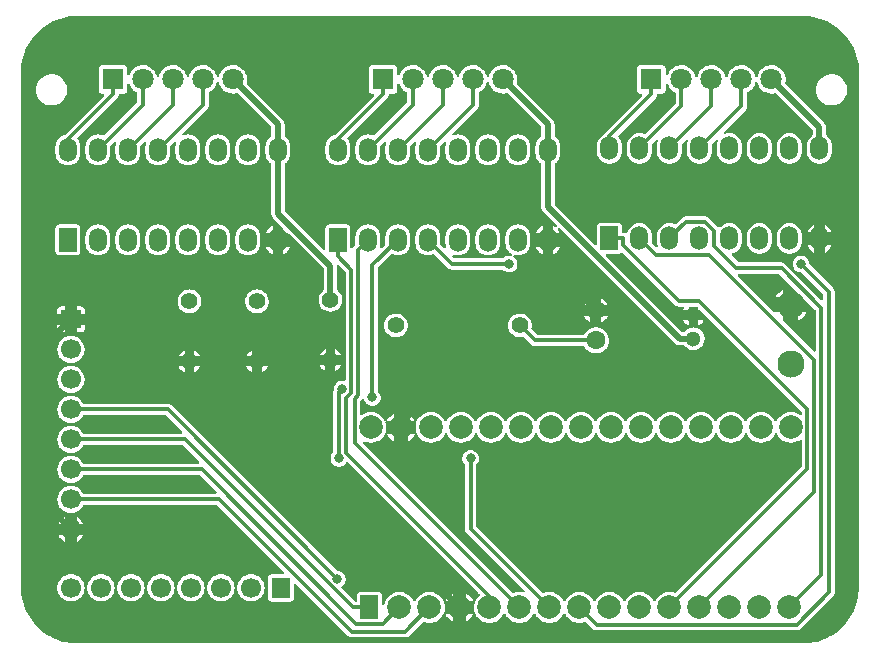
<source format=gbl>
G04 Layer: BottomLayer*
G04 EasyEDA v6.5.44, 2024-07-11 22:25:44*
G04 45d6b8aa582043f790635ab3bd24865d,c9b9c57424e64463a8e00cf53a76285a,10*
G04 Gerber Generator version 0.2*
G04 Scale: 100 percent, Rotated: No, Reflected: No *
G04 Dimensions in millimeters *
G04 leading zeros omitted , absolute positions ,4 integer and 5 decimal *
%FSLAX45Y45*%
%MOMM*%

%ADD10C,0.3540*%
%ADD11C,0.5000*%
%ADD12C,1.4000*%
%ADD13C,1.3000*%
%ADD14R,1.8000X1.8000*%
%ADD15C,1.8000*%
%ADD16C,2.3000*%
%ADD17C,1.7000*%
%ADD18R,1.7000X1.5748*%
%ADD19R,1.5748X1.7000*%
%ADD20C,1.6000*%
%ADD21C,2.0000*%
%ADD22R,1.5240X2.0000*%
%ADD23O,1.499997X1.9999959999999999*%
%ADD24R,1.5000X2.0000*%
%ADD25C,0.8000*%
%ADD26C,0.0122*%

%LPD*%
G36*
X1245158Y3975608D02*
G01*
X1214526Y3976573D01*
X1184859Y3979418D01*
X1155446Y3984091D01*
X1126388Y3990594D01*
X1097788Y3998925D01*
X1069797Y4009034D01*
X1042466Y4020870D01*
X1015949Y4034434D01*
X990295Y4049572D01*
X965708Y4066336D01*
X942187Y4084624D01*
X919835Y4104335D01*
X898804Y4125417D01*
X879094Y4147769D01*
X860856Y4171289D01*
X844143Y4195927D01*
X829005Y4221581D01*
X815492Y4248150D01*
X803706Y4275480D01*
X793648Y4303522D01*
X785368Y4332122D01*
X778865Y4361180D01*
X774242Y4390593D01*
X771448Y4420260D01*
X770483Y4450232D01*
X770483Y8813241D01*
X771499Y8843873D01*
X774293Y8873540D01*
X778967Y8902903D01*
X785520Y8932011D01*
X793851Y8960561D01*
X803960Y8988602D01*
X815797Y9015933D01*
X829310Y9042450D01*
X844499Y9068054D01*
X861263Y9092692D01*
X879500Y9116212D01*
X899210Y9138513D01*
X920292Y9159595D01*
X942644Y9179255D01*
X966216Y9197492D01*
X990853Y9214205D01*
X1016508Y9229344D01*
X1043025Y9242856D01*
X1070356Y9254693D01*
X1098397Y9264751D01*
X1126998Y9273032D01*
X1156055Y9279534D01*
X1185519Y9284157D01*
X1215136Y9286951D01*
X1245158Y9287865D01*
X7390841Y9287865D01*
X7421473Y9286900D01*
X7451140Y9284055D01*
X7480553Y9279382D01*
X7509611Y9272879D01*
X7538161Y9264548D01*
X7566202Y9254439D01*
X7593533Y9242602D01*
X7620050Y9229039D01*
X7645653Y9213900D01*
X7670292Y9197136D01*
X7693812Y9178848D01*
X7716164Y9159138D01*
X7737195Y9138056D01*
X7756855Y9115704D01*
X7775092Y9092184D01*
X7791805Y9067546D01*
X7806944Y9041892D01*
X7820456Y9015323D01*
X7832293Y8987993D01*
X7842351Y8959951D01*
X7850631Y8931351D01*
X7857134Y8902293D01*
X7861757Y8872880D01*
X7864551Y8843213D01*
X7865465Y8813241D01*
X7865465Y4450232D01*
X7864500Y4419600D01*
X7861655Y4389932D01*
X7856981Y4360570D01*
X7850479Y4331462D01*
X7842148Y4302912D01*
X7832039Y4274870D01*
X7820202Y4247540D01*
X7806639Y4221022D01*
X7791500Y4195419D01*
X7774736Y4170781D01*
X7756448Y4147261D01*
X7736738Y4124960D01*
X7715656Y4103878D01*
X7693304Y4084218D01*
X7669784Y4065981D01*
X7645146Y4049268D01*
X7619492Y4034129D01*
X7592923Y4020616D01*
X7565593Y4008780D01*
X7537551Y3998722D01*
X7508951Y3990441D01*
X7479893Y3983939D01*
X7450480Y3979316D01*
X7420813Y3976522D01*
X7390841Y3975608D01*
G37*

%LPC*%
G36*
X3569665Y4027017D02*
G01*
X4026763Y4027068D01*
X4035958Y4028338D01*
X4044340Y4031132D01*
X4052112Y4035450D01*
X4059326Y4041444D01*
X4172864Y4154982D01*
X4176064Y4157167D01*
X4179824Y4157979D01*
X4183583Y4157319D01*
X4191000Y4154576D01*
X4206036Y4150969D01*
X4221378Y4149140D01*
X4236821Y4149140D01*
X4252163Y4150969D01*
X4267200Y4154576D01*
X4281728Y4159961D01*
X4295444Y4167022D01*
X4308297Y4175658D01*
X4319981Y4185767D01*
X4330446Y4197197D01*
X4339437Y4209745D01*
X4347210Y4223816D01*
X4350054Y4227068D01*
X4353102Y4228439D01*
X4352544Y4229303D01*
X4351731Y4233164D01*
X4352696Y4237583D01*
X4356811Y4252518D01*
X4359097Y4267809D01*
X4359554Y4283252D01*
X4358182Y4298645D01*
X4354982Y4313783D01*
X4352086Y4322318D01*
X4351578Y4326128D01*
X4352391Y4329836D01*
X4349191Y4331868D01*
X4346905Y4334916D01*
X4343400Y4342384D01*
X4335119Y4355490D01*
X4325366Y4367479D01*
X4314291Y4378248D01*
X4301998Y4387646D01*
X4288688Y4395470D01*
X4274515Y4401718D01*
X4259732Y4406239D01*
X4244543Y4408982D01*
X4229100Y4409897D01*
X4213656Y4408982D01*
X4198467Y4406239D01*
X4183684Y4401718D01*
X4169511Y4395470D01*
X4156201Y4387646D01*
X4143908Y4378248D01*
X4132834Y4367479D01*
X4123080Y4355490D01*
X4114850Y4342384D01*
X4111294Y4334916D01*
X4109008Y4331868D01*
X4105808Y4329836D01*
X4102100Y4329125D01*
X4098391Y4329836D01*
X4095191Y4331868D01*
X4092905Y4334916D01*
X4089400Y4342384D01*
X4081119Y4355490D01*
X4071365Y4367479D01*
X4060291Y4378248D01*
X4047998Y4387646D01*
X4034688Y4395470D01*
X4020515Y4401718D01*
X4005732Y4406239D01*
X3990543Y4408982D01*
X3975100Y4409897D01*
X3959656Y4408982D01*
X3944467Y4406239D01*
X3929684Y4401718D01*
X3915511Y4395470D01*
X3902201Y4387646D01*
X3889908Y4378248D01*
X3878834Y4367479D01*
X3869080Y4355490D01*
X3860850Y4342384D01*
X3854196Y4328464D01*
X3849217Y4313783D01*
X3847896Y4307535D01*
X3846220Y4303674D01*
X3843070Y4300829D01*
X3839057Y4299559D01*
X3834841Y4299966D01*
X3831183Y4302099D01*
X3828694Y4305503D01*
X3827830Y4309618D01*
X3827830Y4378909D01*
X3827170Y4385310D01*
X3825443Y4391050D01*
X3822649Y4396333D01*
X3818839Y4400905D01*
X3814216Y4404715D01*
X3808933Y4407509D01*
X3803243Y4409287D01*
X3796792Y4409897D01*
X3645408Y4409897D01*
X3638956Y4409287D01*
X3633266Y4407509D01*
X3627983Y4404715D01*
X3623360Y4400905D01*
X3619550Y4396333D01*
X3616756Y4391050D01*
X3615029Y4385310D01*
X3614369Y4378909D01*
X3614369Y4337761D01*
X3613607Y4333900D01*
X3611422Y4330598D01*
X3608120Y4328363D01*
X3603447Y4327601D01*
X3599586Y4328363D01*
X3596284Y4330598D01*
X3484118Y4442764D01*
X3482035Y4445762D01*
X3481171Y4449267D01*
X3481578Y4452924D01*
X3483254Y4456176D01*
X3485997Y4458614D01*
X3491331Y4461865D01*
X3499713Y4469028D01*
X3506927Y4477461D01*
X3512718Y4486859D01*
X3516934Y4497070D01*
X3519525Y4507839D01*
X3520389Y4518863D01*
X3519525Y4529886D01*
X3516934Y4540656D01*
X3512718Y4550867D01*
X3506927Y4560316D01*
X3499713Y4568698D01*
X3491331Y4575911D01*
X3481882Y4581652D01*
X3471672Y4585919D01*
X3460902Y4588459D01*
X3451148Y4589272D01*
X3447694Y4590135D01*
X3444748Y4592218D01*
X2045207Y5991707D01*
X2037842Y5997244D01*
X2029866Y6001207D01*
X2021332Y6003645D01*
X2011984Y6004509D01*
X1304848Y6004509D01*
X1301292Y6005169D01*
X1298194Y6006998D01*
X1295908Y6009792D01*
X1291285Y6018174D01*
X1282801Y6029909D01*
X1272844Y6040475D01*
X1261668Y6049721D01*
X1249426Y6057493D01*
X1236319Y6063691D01*
X1222502Y6068161D01*
X1208278Y6070854D01*
X1193800Y6071768D01*
X1179322Y6070854D01*
X1165098Y6068161D01*
X1151280Y6063691D01*
X1138174Y6057493D01*
X1125931Y6049721D01*
X1114755Y6040475D01*
X1104798Y6029909D01*
X1096314Y6018174D01*
X1089304Y6005474D01*
X1083970Y5992012D01*
X1080363Y5977940D01*
X1078534Y5963564D01*
X1078534Y5949035D01*
X1080363Y5934659D01*
X1083970Y5920587D01*
X1089304Y5907125D01*
X1096314Y5894425D01*
X1104798Y5882690D01*
X1114755Y5872124D01*
X1125931Y5862878D01*
X1138174Y5855106D01*
X1151280Y5848908D01*
X1165098Y5844438D01*
X1179322Y5841746D01*
X1193800Y5840831D01*
X1208278Y5841746D01*
X1222502Y5844438D01*
X1236319Y5848908D01*
X1249426Y5855106D01*
X1261668Y5862878D01*
X1272844Y5872124D01*
X1282801Y5882690D01*
X1291285Y5894425D01*
X1295958Y5902858D01*
X1298194Y5905652D01*
X1301292Y5907481D01*
X1304848Y5908090D01*
X1988312Y5908090D01*
X1992172Y5907328D01*
X1995474Y5905144D01*
X2132736Y5767882D01*
X2134920Y5764580D01*
X2135733Y5760669D01*
X2134920Y5756808D01*
X2132736Y5753506D01*
X2129434Y5751271D01*
X2125573Y5750509D01*
X1304848Y5750509D01*
X1301292Y5751169D01*
X1298194Y5752998D01*
X1295908Y5755792D01*
X1291285Y5764174D01*
X1282801Y5775909D01*
X1272844Y5786475D01*
X1261668Y5795721D01*
X1249426Y5803493D01*
X1236319Y5809691D01*
X1222502Y5814161D01*
X1208278Y5816854D01*
X1193800Y5817768D01*
X1179322Y5816854D01*
X1165098Y5814161D01*
X1151280Y5809691D01*
X1138174Y5803493D01*
X1125931Y5795721D01*
X1114755Y5786475D01*
X1104798Y5775909D01*
X1096314Y5764174D01*
X1089304Y5751474D01*
X1083970Y5738012D01*
X1080363Y5723940D01*
X1078534Y5709564D01*
X1078534Y5695035D01*
X1080363Y5680659D01*
X1083970Y5666587D01*
X1089304Y5653125D01*
X1096314Y5640425D01*
X1104798Y5628690D01*
X1114755Y5618124D01*
X1125931Y5608878D01*
X1138174Y5601106D01*
X1151280Y5594908D01*
X1165098Y5590438D01*
X1179322Y5587746D01*
X1193800Y5586831D01*
X1208278Y5587746D01*
X1222502Y5590438D01*
X1236319Y5594908D01*
X1249426Y5601106D01*
X1261668Y5608878D01*
X1272844Y5618124D01*
X1282801Y5628690D01*
X1291285Y5640425D01*
X1295958Y5648858D01*
X1298194Y5651652D01*
X1301292Y5653481D01*
X1304848Y5654090D01*
X2132228Y5654090D01*
X2136089Y5653328D01*
X2139391Y5651144D01*
X2276652Y5513882D01*
X2278837Y5510580D01*
X2279650Y5506669D01*
X2278837Y5502808D01*
X2276652Y5499506D01*
X2273350Y5497271D01*
X2269490Y5496509D01*
X1304848Y5496509D01*
X1301292Y5497169D01*
X1298194Y5498998D01*
X1295908Y5501792D01*
X1291285Y5510174D01*
X1282801Y5521909D01*
X1272844Y5532475D01*
X1261668Y5541721D01*
X1249426Y5549493D01*
X1236319Y5555691D01*
X1222502Y5560161D01*
X1208278Y5562854D01*
X1193800Y5563768D01*
X1179322Y5562854D01*
X1165098Y5560161D01*
X1151280Y5555691D01*
X1138174Y5549493D01*
X1125931Y5541721D01*
X1114755Y5532475D01*
X1104798Y5521909D01*
X1096314Y5510174D01*
X1089304Y5497474D01*
X1083970Y5484012D01*
X1080363Y5469940D01*
X1078534Y5455564D01*
X1078534Y5441035D01*
X1080363Y5426659D01*
X1083970Y5412587D01*
X1089304Y5399125D01*
X1096314Y5386425D01*
X1104798Y5374690D01*
X1114755Y5364124D01*
X1125931Y5354878D01*
X1138174Y5347106D01*
X1151280Y5340908D01*
X1165098Y5336438D01*
X1179322Y5333746D01*
X1193800Y5332831D01*
X1208278Y5333746D01*
X1222502Y5336438D01*
X1236319Y5340908D01*
X1249426Y5347106D01*
X1261668Y5354878D01*
X1272844Y5364124D01*
X1282801Y5374690D01*
X1291285Y5386425D01*
X1295958Y5394858D01*
X1298194Y5397652D01*
X1301292Y5399481D01*
X1304848Y5400090D01*
X2279294Y5400090D01*
X2283155Y5399328D01*
X2286457Y5397144D01*
X2423718Y5259882D01*
X2425903Y5256580D01*
X2426716Y5252669D01*
X2425903Y5248808D01*
X2423718Y5245506D01*
X2420416Y5243271D01*
X2416556Y5242509D01*
X1304848Y5242509D01*
X1301292Y5243169D01*
X1298194Y5244998D01*
X1295908Y5247792D01*
X1291285Y5256174D01*
X1282801Y5267909D01*
X1272844Y5278475D01*
X1261668Y5287721D01*
X1249426Y5295493D01*
X1236319Y5301691D01*
X1222502Y5306161D01*
X1208278Y5308854D01*
X1193800Y5309768D01*
X1179322Y5308854D01*
X1165098Y5306161D01*
X1151280Y5301691D01*
X1138174Y5295493D01*
X1125931Y5287721D01*
X1114755Y5278475D01*
X1104798Y5267909D01*
X1096314Y5256174D01*
X1089304Y5243474D01*
X1083970Y5230012D01*
X1080363Y5215940D01*
X1078534Y5201564D01*
X1078534Y5187035D01*
X1080363Y5172659D01*
X1083970Y5158587D01*
X1089304Y5145125D01*
X1096314Y5132425D01*
X1104798Y5120690D01*
X1114755Y5110124D01*
X1125931Y5100878D01*
X1138174Y5093106D01*
X1151280Y5086908D01*
X1165098Y5082438D01*
X1179322Y5079746D01*
X1193800Y5078831D01*
X1208278Y5079746D01*
X1222502Y5082438D01*
X1236319Y5086908D01*
X1249426Y5093106D01*
X1261668Y5100878D01*
X1272844Y5110124D01*
X1282801Y5120690D01*
X1291285Y5132425D01*
X1295958Y5140858D01*
X1298194Y5143652D01*
X1301292Y5145481D01*
X1304848Y5146090D01*
X2425903Y5146090D01*
X2429814Y5145328D01*
X2433066Y5143144D01*
X2998368Y4577842D01*
X3000552Y4574540D01*
X3001314Y4570679D01*
X3000552Y4566767D01*
X2998368Y4563465D01*
X2995066Y4561281D01*
X2991154Y4560519D01*
X2893568Y4560519D01*
X2887116Y4559858D01*
X2881426Y4558131D01*
X2876143Y4555337D01*
X2871520Y4551527D01*
X2867710Y4546904D01*
X2864916Y4541672D01*
X2863189Y4535932D01*
X2862529Y4529480D01*
X2862529Y4360519D01*
X2863189Y4354068D01*
X2864916Y4348327D01*
X2867710Y4343095D01*
X2871520Y4338472D01*
X2876143Y4334662D01*
X2881426Y4331868D01*
X2887116Y4330141D01*
X2893568Y4329480D01*
X3050032Y4329480D01*
X3056483Y4330141D01*
X3062173Y4331868D01*
X3067456Y4334662D01*
X3072079Y4338472D01*
X3075889Y4343095D01*
X3078683Y4348327D01*
X3080410Y4354068D01*
X3081070Y4360519D01*
X3081070Y4470654D01*
X3081832Y4474514D01*
X3084017Y4477816D01*
X3087319Y4480001D01*
X3091230Y4480814D01*
X3095091Y4480001D01*
X3098393Y4477816D01*
X3536442Y4039819D01*
X3543808Y4034282D01*
X3551783Y4030319D01*
X3560318Y4027881D01*
G37*
G36*
X5645708Y4085082D02*
G01*
X7340346Y4085132D01*
X7349540Y4086402D01*
X7357922Y4089196D01*
X7365695Y4093514D01*
X7372908Y4099509D01*
X7648600Y4375251D01*
X7654188Y4382668D01*
X7658150Y4390593D01*
X7660538Y4399127D01*
X7661402Y4408474D01*
X7661402Y6951980D01*
X7660081Y6961124D01*
X7657287Y6969556D01*
X7652969Y6977329D01*
X7646974Y6984542D01*
X7448397Y7183069D01*
X7446365Y7186015D01*
X7445451Y7189470D01*
X7444689Y7199274D01*
X7442098Y7209993D01*
X7437881Y7220203D01*
X7432090Y7229652D01*
X7424928Y7238085D01*
X7416495Y7245248D01*
X7407097Y7251039D01*
X7396886Y7255256D01*
X7386116Y7257846D01*
X7375093Y7258710D01*
X7364069Y7257846D01*
X7353300Y7255256D01*
X7343089Y7251039D01*
X7333640Y7245248D01*
X7325258Y7238085D01*
X7318095Y7229652D01*
X7312304Y7220203D01*
X7308088Y7209993D01*
X7305497Y7199274D01*
X7304633Y7188250D01*
X7305497Y7177227D01*
X7308088Y7166457D01*
X7312304Y7156246D01*
X7318095Y7146798D01*
X7325258Y7138416D01*
X7333640Y7131202D01*
X7343089Y7125462D01*
X7353300Y7121194D01*
X7364069Y7118603D01*
X7373874Y7117842D01*
X7377328Y7116927D01*
X7380224Y7114895D01*
X7562037Y6933133D01*
X7564221Y6929831D01*
X7564983Y6925919D01*
X7564983Y6889343D01*
X7564221Y6885431D01*
X7562037Y6882180D01*
X7558735Y6879945D01*
X7554823Y6879183D01*
X7550962Y6879945D01*
X7547660Y6882180D01*
X7242505Y7187234D01*
X7235139Y7192822D01*
X7227163Y7196785D01*
X7218629Y7199223D01*
X7209332Y7200087D01*
X6851751Y7200087D01*
X6847840Y7200849D01*
X6844538Y7203033D01*
X6788150Y7259472D01*
X6785813Y7263130D01*
X6785203Y7267448D01*
X6786473Y7271613D01*
X6789369Y7274864D01*
X6793331Y7276592D01*
X6796379Y7277201D01*
X6809486Y7281621D01*
X6821830Y7287768D01*
X6833311Y7295388D01*
X6843674Y7304531D01*
X6852767Y7314895D01*
X6860438Y7326375D01*
X6866534Y7338720D01*
X6871004Y7351775D01*
X6873697Y7365339D01*
X6874611Y7379411D01*
X6874611Y7428788D01*
X6873697Y7442860D01*
X6871004Y7456424D01*
X6866534Y7469479D01*
X6860438Y7481824D01*
X6852767Y7493304D01*
X6843674Y7503668D01*
X6833311Y7512812D01*
X6821830Y7520431D01*
X6809486Y7526578D01*
X6796379Y7530998D01*
X6782866Y7533690D01*
X6769100Y7534605D01*
X6755333Y7533690D01*
X6741820Y7530998D01*
X6728714Y7526578D01*
X6716369Y7520431D01*
X6704888Y7512812D01*
X6694525Y7503668D01*
X6691172Y7499908D01*
X6687718Y7497318D01*
X6683502Y7496454D01*
X6679336Y7497368D01*
X6675881Y7499959D01*
X6598259Y7577531D01*
X6590893Y7583068D01*
X6582918Y7587030D01*
X6574383Y7589469D01*
X6565036Y7590332D01*
X6397244Y7590281D01*
X6388100Y7589012D01*
X6379667Y7586167D01*
X6371894Y7581849D01*
X6364681Y7575905D01*
X6315913Y7527137D01*
X6312408Y7524851D01*
X6308293Y7524140D01*
X6304229Y7525207D01*
X6301486Y7526578D01*
X6288379Y7530998D01*
X6274866Y7533690D01*
X6261100Y7534605D01*
X6247333Y7533690D01*
X6233820Y7530998D01*
X6220714Y7526578D01*
X6208369Y7520431D01*
X6196888Y7512812D01*
X6186525Y7503668D01*
X6177432Y7493304D01*
X6169761Y7481824D01*
X6163665Y7469479D01*
X6159195Y7456424D01*
X6156502Y7442860D01*
X6155588Y7428788D01*
X6155588Y7379411D01*
X6156502Y7365339D01*
X6159195Y7351775D01*
X6161430Y7345172D01*
X6161938Y7340701D01*
X6160414Y7336434D01*
X6157214Y7333284D01*
X6152946Y7331811D01*
X6148476Y7332319D01*
X6144666Y7334707D01*
X6115100Y7364272D01*
X6112764Y7367879D01*
X6112154Y7372146D01*
X6112611Y7379411D01*
X6112611Y7428788D01*
X6111697Y7442860D01*
X6109004Y7456424D01*
X6104534Y7469479D01*
X6098438Y7481824D01*
X6090767Y7493304D01*
X6081674Y7503668D01*
X6071311Y7512812D01*
X6059830Y7520431D01*
X6047486Y7526578D01*
X6034379Y7530998D01*
X6020866Y7533690D01*
X6007100Y7534605D01*
X5993333Y7533690D01*
X5979820Y7530998D01*
X5966714Y7526578D01*
X5954369Y7520431D01*
X5942888Y7512812D01*
X5932525Y7503668D01*
X5923432Y7493304D01*
X5915761Y7481824D01*
X5909665Y7469479D01*
X5905195Y7456424D01*
X5904484Y7452868D01*
X5903061Y7449362D01*
X5900470Y7446619D01*
X5897016Y7444994D01*
X5893206Y7444790D01*
X5889599Y7446009D01*
X5883249Y7449058D01*
X5879033Y7450480D01*
X5874918Y7451445D01*
X5867806Y7452106D01*
X5864199Y7453122D01*
X5861253Y7455408D01*
X5859272Y7458557D01*
X5858611Y7462215D01*
X5858611Y7503617D01*
X5857951Y7510018D01*
X5856224Y7515758D01*
X5853430Y7521041D01*
X5849620Y7525613D01*
X5844997Y7529423D01*
X5839764Y7532217D01*
X5834024Y7533995D01*
X5827623Y7534605D01*
X5678576Y7534605D01*
X5672175Y7533995D01*
X5666435Y7532217D01*
X5661202Y7529423D01*
X5656580Y7525613D01*
X5652770Y7521041D01*
X5649976Y7515758D01*
X5648248Y7510018D01*
X5647588Y7503617D01*
X5647588Y7358075D01*
X5646826Y7354163D01*
X5644591Y7350861D01*
X5641340Y7348677D01*
X5637428Y7347915D01*
X5633567Y7348677D01*
X5630265Y7350861D01*
X5290870Y7690256D01*
X5288686Y7693558D01*
X5287924Y7697419D01*
X5287924Y8033461D01*
X5288432Y8036712D01*
X5290007Y8039658D01*
X5292445Y8041894D01*
X5296611Y8044688D01*
X5306974Y8053831D01*
X5316067Y8064195D01*
X5323738Y8075675D01*
X5329834Y8088020D01*
X5334304Y8101075D01*
X5336997Y8114639D01*
X5337911Y8128711D01*
X5337911Y8178088D01*
X5336997Y8192160D01*
X5334304Y8205724D01*
X5329834Y8218779D01*
X5323738Y8231124D01*
X5316067Y8242604D01*
X5306974Y8252968D01*
X5296611Y8262112D01*
X5292445Y8264906D01*
X5290007Y8267141D01*
X5288432Y8270087D01*
X5287924Y8273338D01*
X5287924Y8369096D01*
X5287670Y8374125D01*
X5287060Y8378952D01*
X5285994Y8383676D01*
X5284571Y8388299D01*
X5282692Y8392769D01*
X5280456Y8397036D01*
X5277866Y8401151D01*
X5274919Y8404961D01*
X5271516Y8408720D01*
X4970475Y8709761D01*
X4968392Y8712758D01*
X4967478Y8716365D01*
X4970983Y8735517D01*
X4971897Y8750300D01*
X4970983Y8765082D01*
X4968240Y8779713D01*
X4963769Y8793835D01*
X4957572Y8807297D01*
X4949748Y8819896D01*
X4940452Y8831478D01*
X4929784Y8841790D01*
X4917948Y8850731D01*
X4905095Y8858148D01*
X4891430Y8863939D01*
X4877155Y8868003D01*
X4862525Y8870289D01*
X4847691Y8870746D01*
X4832908Y8869375D01*
X4818430Y8866174D01*
X4804460Y8861247D01*
X4791151Y8854643D01*
X4778806Y8846464D01*
X4767529Y8836812D01*
X4757521Y8825839D01*
X4748936Y8813749D01*
X4741926Y8800642D01*
X4736592Y8786825D01*
X4734306Y8777833D01*
X4732680Y8774277D01*
X4729784Y8771636D01*
X4726127Y8770315D01*
X4722215Y8770416D01*
X4718659Y8771991D01*
X4715916Y8774836D01*
X4709769Y8793835D01*
X4703572Y8807297D01*
X4695748Y8819896D01*
X4686452Y8831478D01*
X4675784Y8841790D01*
X4663948Y8850731D01*
X4651095Y8858148D01*
X4637430Y8863939D01*
X4623155Y8868003D01*
X4608525Y8870289D01*
X4593691Y8870746D01*
X4578908Y8869375D01*
X4564430Y8866174D01*
X4550460Y8861247D01*
X4537151Y8854643D01*
X4524806Y8846464D01*
X4513529Y8836812D01*
X4503521Y8825839D01*
X4494936Y8813749D01*
X4487926Y8800642D01*
X4482592Y8786825D01*
X4480306Y8777833D01*
X4478680Y8774277D01*
X4475784Y8771636D01*
X4472127Y8770315D01*
X4468215Y8770416D01*
X4464659Y8771991D01*
X4461916Y8774836D01*
X4455769Y8793835D01*
X4449572Y8807297D01*
X4441748Y8819896D01*
X4432452Y8831478D01*
X4421784Y8841790D01*
X4409948Y8850731D01*
X4397095Y8858148D01*
X4383430Y8863939D01*
X4369155Y8868003D01*
X4354525Y8870289D01*
X4339691Y8870746D01*
X4324908Y8869375D01*
X4310430Y8866174D01*
X4296460Y8861247D01*
X4283151Y8854643D01*
X4270806Y8846464D01*
X4259529Y8836812D01*
X4249521Y8825839D01*
X4240936Y8813749D01*
X4233926Y8800642D01*
X4228592Y8786825D01*
X4226306Y8777833D01*
X4224680Y8774277D01*
X4221784Y8771636D01*
X4218127Y8770315D01*
X4214215Y8770416D01*
X4210659Y8771991D01*
X4207916Y8774836D01*
X4201769Y8793835D01*
X4195572Y8807297D01*
X4187748Y8819896D01*
X4178452Y8831478D01*
X4167784Y8841790D01*
X4155948Y8850731D01*
X4143095Y8858148D01*
X4129430Y8863939D01*
X4115155Y8868003D01*
X4100525Y8870289D01*
X4085691Y8870746D01*
X4070908Y8869375D01*
X4056430Y8866174D01*
X4042460Y8861247D01*
X4029151Y8854643D01*
X4016806Y8846464D01*
X4005529Y8836812D01*
X3995521Y8825839D01*
X3986936Y8813749D01*
X3979926Y8800642D01*
X3975557Y8789314D01*
X3973372Y8785910D01*
X3970121Y8783675D01*
X3966210Y8782812D01*
X3962247Y8783574D01*
X3958945Y8785758D01*
X3956710Y8789060D01*
X3955897Y8792972D01*
X3955897Y8839809D01*
X3955287Y8846261D01*
X3953560Y8851950D01*
X3950715Y8857234D01*
X3946956Y8861856D01*
X3942334Y8865616D01*
X3937050Y8868460D01*
X3931361Y8870188D01*
X3924909Y8870797D01*
X3745890Y8870797D01*
X3739438Y8870188D01*
X3733749Y8868460D01*
X3728465Y8865616D01*
X3723843Y8861856D01*
X3720084Y8857234D01*
X3717239Y8851950D01*
X3715512Y8846261D01*
X3714902Y8839809D01*
X3714902Y8660790D01*
X3715512Y8654338D01*
X3717239Y8648649D01*
X3720084Y8643366D01*
X3723843Y8638743D01*
X3728465Y8634984D01*
X3733749Y8632139D01*
X3739438Y8630412D01*
X3745890Y8629802D01*
X3749903Y8629802D01*
X3753815Y8629040D01*
X3757117Y8626805D01*
X3759301Y8623503D01*
X3760063Y8619642D01*
X3759301Y8615730D01*
X3757117Y8612428D01*
X3425494Y8280857D01*
X3421583Y8278418D01*
X3414014Y8275878D01*
X3401669Y8269731D01*
X3390188Y8262112D01*
X3379825Y8252968D01*
X3370732Y8242604D01*
X3363061Y8231124D01*
X3356965Y8218779D01*
X3352495Y8205724D01*
X3349802Y8192160D01*
X3348888Y8178088D01*
X3348888Y8128711D01*
X3349802Y8114639D01*
X3352495Y8101075D01*
X3356965Y8088020D01*
X3363061Y8075675D01*
X3370732Y8064195D01*
X3379825Y8053831D01*
X3390188Y8044688D01*
X3401669Y8037068D01*
X3414014Y8030921D01*
X3427120Y8026501D01*
X3440633Y8023809D01*
X3454400Y8022894D01*
X3468166Y8023809D01*
X3481679Y8026501D01*
X3494786Y8030921D01*
X3507130Y8037068D01*
X3518611Y8044688D01*
X3528974Y8053831D01*
X3538067Y8064195D01*
X3545738Y8075675D01*
X3551834Y8088020D01*
X3556304Y8101075D01*
X3558997Y8114639D01*
X3559911Y8128711D01*
X3559911Y8178088D01*
X3558997Y8192160D01*
X3556304Y8205724D01*
X3551834Y8218779D01*
X3545738Y8231124D01*
X3535679Y8246465D01*
X3535070Y8250224D01*
X3535934Y8253933D01*
X3538067Y8257031D01*
X3870756Y8589822D01*
X3876344Y8597239D01*
X3880307Y8605164D01*
X3882796Y8613851D01*
X3883558Y8620810D01*
X3884676Y8624316D01*
X3886911Y8627211D01*
X3890060Y8629142D01*
X3893667Y8629802D01*
X3924909Y8629802D01*
X3931361Y8630412D01*
X3937050Y8632139D01*
X3942334Y8634984D01*
X3946956Y8638743D01*
X3950715Y8643366D01*
X3953560Y8648649D01*
X3955287Y8654338D01*
X3955897Y8660790D01*
X3955897Y8707628D01*
X3956710Y8711539D01*
X3958945Y8714841D01*
X3962247Y8717026D01*
X3966210Y8717788D01*
X3970121Y8716924D01*
X3973372Y8714689D01*
X3975557Y8711285D01*
X3979926Y8699957D01*
X3986936Y8686850D01*
X3995521Y8674760D01*
X4005529Y8663787D01*
X4016806Y8654135D01*
X4029151Y8645956D01*
X4035551Y8642756D01*
X4038549Y8640521D01*
X4040479Y8637320D01*
X4041190Y8633663D01*
X4041190Y8558580D01*
X4040428Y8554720D01*
X4038193Y8551418D01*
X3763213Y8276437D01*
X3759708Y8274151D01*
X3755593Y8273440D01*
X3751529Y8274507D01*
X3748786Y8275878D01*
X3735679Y8280298D01*
X3722166Y8282990D01*
X3708400Y8283905D01*
X3694633Y8282990D01*
X3681120Y8280298D01*
X3668014Y8275878D01*
X3655669Y8269731D01*
X3644188Y8262112D01*
X3633825Y8252968D01*
X3624732Y8242604D01*
X3617061Y8231124D01*
X3610965Y8218779D01*
X3606495Y8205724D01*
X3603802Y8192160D01*
X3602888Y8178088D01*
X3602888Y8128711D01*
X3603802Y8114639D01*
X3606495Y8101075D01*
X3610965Y8088020D01*
X3617061Y8075675D01*
X3624732Y8064195D01*
X3633825Y8053831D01*
X3644188Y8044688D01*
X3655669Y8037068D01*
X3668014Y8030921D01*
X3681120Y8026501D01*
X3694633Y8023809D01*
X3708400Y8022894D01*
X3722166Y8023809D01*
X3735679Y8026501D01*
X3748786Y8030921D01*
X3761130Y8037068D01*
X3772611Y8044688D01*
X3782974Y8053831D01*
X3792067Y8064195D01*
X3799738Y8075675D01*
X3805834Y8088020D01*
X3810304Y8101075D01*
X3812997Y8114639D01*
X3813911Y8128711D01*
X3813911Y8178088D01*
X3813454Y8185353D01*
X3814064Y8189620D01*
X3816400Y8193227D01*
X3845966Y8222792D01*
X3849776Y8225180D01*
X3854246Y8225688D01*
X3858514Y8224215D01*
X3861714Y8221065D01*
X3863238Y8216798D01*
X3862781Y8212328D01*
X3860495Y8205724D01*
X3857802Y8192160D01*
X3856888Y8178088D01*
X3856888Y8128711D01*
X3857802Y8114639D01*
X3860495Y8101075D01*
X3864965Y8088020D01*
X3871061Y8075675D01*
X3878732Y8064195D01*
X3887825Y8053831D01*
X3898188Y8044688D01*
X3909669Y8037068D01*
X3922014Y8030921D01*
X3935120Y8026501D01*
X3948633Y8023809D01*
X3962400Y8022894D01*
X3976166Y8023809D01*
X3989679Y8026501D01*
X4002786Y8030921D01*
X4015130Y8037068D01*
X4026611Y8044688D01*
X4036974Y8053831D01*
X4046067Y8064195D01*
X4053738Y8075675D01*
X4059834Y8088020D01*
X4064304Y8101075D01*
X4066997Y8114639D01*
X4067911Y8128711D01*
X4067911Y8178088D01*
X4067454Y8185353D01*
X4068064Y8189620D01*
X4070400Y8193227D01*
X4099966Y8222792D01*
X4103776Y8225180D01*
X4108246Y8225688D01*
X4112514Y8224215D01*
X4115714Y8221065D01*
X4117238Y8216798D01*
X4116781Y8212328D01*
X4114495Y8205724D01*
X4111802Y8192160D01*
X4110888Y8178088D01*
X4110888Y8128711D01*
X4111802Y8114639D01*
X4114495Y8101075D01*
X4118965Y8088020D01*
X4125061Y8075675D01*
X4132732Y8064195D01*
X4141825Y8053831D01*
X4152188Y8044688D01*
X4163669Y8037068D01*
X4176014Y8030921D01*
X4189120Y8026501D01*
X4202633Y8023809D01*
X4216400Y8022894D01*
X4230166Y8023809D01*
X4243679Y8026501D01*
X4256786Y8030921D01*
X4269130Y8037068D01*
X4280611Y8044688D01*
X4290974Y8053831D01*
X4300067Y8064195D01*
X4307738Y8075675D01*
X4313834Y8088020D01*
X4318304Y8101075D01*
X4320997Y8114639D01*
X4321911Y8128711D01*
X4321911Y8178088D01*
X4321454Y8185353D01*
X4322064Y8189620D01*
X4324400Y8193227D01*
X4353966Y8222792D01*
X4357776Y8225180D01*
X4362246Y8225688D01*
X4366514Y8224215D01*
X4369714Y8221065D01*
X4371238Y8216798D01*
X4370781Y8212328D01*
X4368495Y8205724D01*
X4365802Y8192160D01*
X4364888Y8178088D01*
X4364888Y8128711D01*
X4365802Y8114639D01*
X4368495Y8101075D01*
X4372965Y8088020D01*
X4379061Y8075675D01*
X4386732Y8064195D01*
X4395825Y8053831D01*
X4406188Y8044688D01*
X4417669Y8037068D01*
X4430014Y8030921D01*
X4443120Y8026501D01*
X4456633Y8023809D01*
X4470400Y8022894D01*
X4484166Y8023809D01*
X4497679Y8026501D01*
X4510786Y8030921D01*
X4523130Y8037068D01*
X4534611Y8044688D01*
X4544974Y8053831D01*
X4554067Y8064195D01*
X4561738Y8075675D01*
X4567834Y8088020D01*
X4572304Y8101075D01*
X4574997Y8114639D01*
X4575911Y8128711D01*
X4575911Y8178088D01*
X4574997Y8192160D01*
X4572304Y8205724D01*
X4567834Y8218779D01*
X4561738Y8231124D01*
X4554067Y8242604D01*
X4544974Y8252968D01*
X4534611Y8262112D01*
X4523130Y8269731D01*
X4510786Y8275878D01*
X4497679Y8280298D01*
X4484166Y8282990D01*
X4470400Y8283905D01*
X4456633Y8282990D01*
X4443120Y8280298D01*
X4436465Y8278012D01*
X4431995Y8277555D01*
X4427728Y8279079D01*
X4424578Y8282279D01*
X4423105Y8286546D01*
X4423613Y8291017D01*
X4426000Y8294827D01*
X4632756Y8501684D01*
X4638344Y8509050D01*
X4642307Y8517026D01*
X4644745Y8525560D01*
X4645609Y8534857D01*
X4645609Y8633409D01*
X4646218Y8636863D01*
X4647996Y8639911D01*
X4650689Y8642197D01*
X4663948Y8649868D01*
X4675784Y8658809D01*
X4686452Y8669121D01*
X4695748Y8680704D01*
X4703572Y8693302D01*
X4709769Y8706764D01*
X4715916Y8725763D01*
X4718659Y8728608D01*
X4722215Y8730183D01*
X4726127Y8730284D01*
X4729784Y8728964D01*
X4732680Y8726322D01*
X4734306Y8722766D01*
X4736592Y8713774D01*
X4741926Y8699957D01*
X4748936Y8686850D01*
X4757521Y8674760D01*
X4767529Y8663787D01*
X4778806Y8654135D01*
X4791151Y8645956D01*
X4804460Y8639352D01*
X4818430Y8634425D01*
X4832908Y8631224D01*
X4847691Y8629853D01*
X4862525Y8630310D01*
X4877155Y8632596D01*
X4881880Y8633917D01*
X4885436Y8634323D01*
X4888890Y8633409D01*
X4891836Y8631377D01*
X5173929Y8349284D01*
X5176113Y8345982D01*
X5176875Y8342122D01*
X5176875Y8273338D01*
X5176367Y8270087D01*
X5174792Y8267141D01*
X5172354Y8264906D01*
X5168188Y8262112D01*
X5157825Y8252968D01*
X5148732Y8242604D01*
X5141061Y8231124D01*
X5134965Y8218779D01*
X5130495Y8205724D01*
X5127802Y8192160D01*
X5126888Y8178088D01*
X5126888Y8128711D01*
X5127802Y8114639D01*
X5130495Y8101075D01*
X5134965Y8088020D01*
X5141061Y8075675D01*
X5148732Y8064195D01*
X5157825Y8053831D01*
X5168188Y8044688D01*
X5172354Y8041894D01*
X5174792Y8039658D01*
X5176367Y8036712D01*
X5176875Y8033461D01*
X5176875Y7670444D01*
X5177129Y7665364D01*
X5177739Y7660589D01*
X5178806Y7655864D01*
X5180228Y7651242D01*
X5182108Y7646771D01*
X5184343Y7642453D01*
X5186934Y7638389D01*
X5189880Y7634528D01*
X5193284Y7630820D01*
X5306314Y7517841D01*
X5308600Y7514234D01*
X5309260Y7510068D01*
X5308142Y7505953D01*
X5305450Y7502702D01*
X5301640Y7500823D01*
X5297424Y7500620D01*
X5293461Y7502194D01*
X5285130Y7507731D01*
X5276240Y7512151D01*
X5276240Y7447737D01*
X5332933Y7447737D01*
X5329834Y7456779D01*
X5323738Y7469124D01*
X5318201Y7477455D01*
X5316626Y7481417D01*
X5316778Y7485634D01*
X5318709Y7489444D01*
X5321960Y7492136D01*
X5326075Y7493253D01*
X5330240Y7492593D01*
X5333796Y7490307D01*
X6308394Y6515709D01*
X6312154Y6512306D01*
X6315964Y6509359D01*
X6320078Y6506768D01*
X6324346Y6504533D01*
X6328816Y6502654D01*
X6333439Y6501180D01*
X6338163Y6500164D01*
X6342989Y6499504D01*
X6348018Y6499301D01*
X6381800Y6499301D01*
X6386169Y6498336D01*
X6389674Y6495542D01*
X6394500Y6489649D01*
X6404051Y6480708D01*
X6414668Y6473240D01*
X6426250Y6467246D01*
X6438544Y6462877D01*
X6451295Y6460185D01*
X6464300Y6459321D01*
X6477304Y6460185D01*
X6490055Y6462877D01*
X6502349Y6467246D01*
X6513931Y6473240D01*
X6524548Y6480708D01*
X6534099Y6489649D01*
X6542328Y6499758D01*
X6549085Y6510883D01*
X6554266Y6522821D01*
X6557772Y6535369D01*
X6559550Y6548272D01*
X6559550Y6561328D01*
X6557772Y6574231D01*
X6554266Y6586778D01*
X6549085Y6598716D01*
X6542328Y6609842D01*
X6534099Y6619951D01*
X6524548Y6628892D01*
X6513931Y6636359D01*
X6502349Y6642353D01*
X6494322Y6645249D01*
X6492138Y6646570D01*
X6490919Y6646519D01*
X6477304Y6649415D01*
X6464300Y6650278D01*
X6451295Y6649415D01*
X6437680Y6646519D01*
X6436461Y6646570D01*
X6434277Y6645249D01*
X6426250Y6642353D01*
X6414668Y6636359D01*
X6404051Y6628892D01*
X6394500Y6619951D01*
X6389725Y6614058D01*
X6386169Y6611315D01*
X6381851Y6610299D01*
X6374993Y6610299D01*
X6371132Y6611112D01*
X6367830Y6613296D01*
X5724855Y7256272D01*
X5722670Y7259523D01*
X5721908Y7263434D01*
X5722670Y7267295D01*
X5724855Y7270597D01*
X5728157Y7272832D01*
X5732068Y7273594D01*
X5827623Y7273594D01*
X5834024Y7274204D01*
X5839764Y7275982D01*
X5844997Y7278776D01*
X5849772Y7282688D01*
X5853023Y7284466D01*
X5856732Y7284974D01*
X5860338Y7284110D01*
X5863386Y7281976D01*
X6306159Y6839305D01*
X6313525Y6833768D01*
X6321450Y6829806D01*
X6330035Y6827367D01*
X6339332Y6826503D01*
X6378448Y6826503D01*
X6382156Y6825792D01*
X6385407Y6823760D01*
X6387642Y6820712D01*
X6388608Y6817004D01*
X6388150Y6813245D01*
X6379514Y6798716D01*
X6377330Y6793636D01*
X6425438Y6793636D01*
X6425438Y6816344D01*
X6426200Y6820204D01*
X6428435Y6823506D01*
X6431737Y6825691D01*
X6435598Y6826503D01*
X6489293Y6826503D01*
X6493154Y6825691D01*
X6496456Y6823506D01*
X6500164Y6819798D01*
X6502400Y6816496D01*
X6503162Y6812584D01*
X6503162Y6793636D01*
X6522110Y6793636D01*
X6525971Y6792874D01*
X6529273Y6790690D01*
X7378547Y5941415D01*
X7380782Y5938113D01*
X7381544Y5934202D01*
X7381544Y5918758D01*
X7380579Y5914390D01*
X7377785Y5910884D01*
X7373772Y5908903D01*
X7369302Y5908852D01*
X7365238Y5910681D01*
X7362698Y5912612D01*
X7349388Y5920486D01*
X7335215Y5926734D01*
X7320432Y5931255D01*
X7305243Y5933998D01*
X7289800Y5934913D01*
X7274356Y5933998D01*
X7259167Y5931255D01*
X7244384Y5926734D01*
X7230211Y5920486D01*
X7216902Y5912612D01*
X7204608Y5903264D01*
X7193534Y5892495D01*
X7183780Y5880455D01*
X7175550Y5867400D01*
X7171994Y5859932D01*
X7169708Y5856884D01*
X7166508Y5854852D01*
X7162800Y5854141D01*
X7159091Y5854852D01*
X7155891Y5856884D01*
X7153605Y5859932D01*
X7150100Y5867400D01*
X7141819Y5880455D01*
X7132066Y5892495D01*
X7120991Y5903264D01*
X7108698Y5912612D01*
X7095388Y5920486D01*
X7081215Y5926734D01*
X7066432Y5931255D01*
X7051243Y5933998D01*
X7035800Y5934913D01*
X7020356Y5933998D01*
X7005167Y5931255D01*
X6990384Y5926734D01*
X6976211Y5920486D01*
X6962902Y5912612D01*
X6950608Y5903264D01*
X6939534Y5892495D01*
X6929780Y5880455D01*
X6921550Y5867400D01*
X6917994Y5859932D01*
X6915708Y5856884D01*
X6912508Y5854852D01*
X6908800Y5854141D01*
X6905091Y5854852D01*
X6901891Y5856884D01*
X6899605Y5859932D01*
X6896100Y5867400D01*
X6887819Y5880455D01*
X6878066Y5892495D01*
X6866991Y5903264D01*
X6854698Y5912612D01*
X6841388Y5920486D01*
X6827215Y5926734D01*
X6812432Y5931255D01*
X6797243Y5933998D01*
X6781800Y5934913D01*
X6766356Y5933998D01*
X6751167Y5931255D01*
X6736384Y5926734D01*
X6722211Y5920486D01*
X6708902Y5912612D01*
X6696608Y5903264D01*
X6685534Y5892495D01*
X6675780Y5880455D01*
X6667550Y5867400D01*
X6663994Y5859932D01*
X6661708Y5856884D01*
X6658508Y5854852D01*
X6654800Y5854141D01*
X6651091Y5854852D01*
X6647891Y5856884D01*
X6645605Y5859932D01*
X6642100Y5867400D01*
X6633819Y5880455D01*
X6624066Y5892495D01*
X6612991Y5903264D01*
X6600698Y5912612D01*
X6587388Y5920486D01*
X6573215Y5926734D01*
X6558432Y5931255D01*
X6543243Y5933998D01*
X6527800Y5934913D01*
X6512356Y5933998D01*
X6497167Y5931255D01*
X6482384Y5926734D01*
X6468211Y5920486D01*
X6454902Y5912612D01*
X6442608Y5903264D01*
X6431534Y5892495D01*
X6421780Y5880455D01*
X6413550Y5867400D01*
X6409994Y5859932D01*
X6407708Y5856884D01*
X6404508Y5854852D01*
X6400800Y5854141D01*
X6397091Y5854852D01*
X6393891Y5856884D01*
X6391605Y5859932D01*
X6388100Y5867400D01*
X6379819Y5880455D01*
X6370066Y5892495D01*
X6358991Y5903264D01*
X6346698Y5912612D01*
X6333388Y5920486D01*
X6319215Y5926734D01*
X6304432Y5931255D01*
X6289243Y5933998D01*
X6273800Y5934913D01*
X6258356Y5933998D01*
X6243167Y5931255D01*
X6228384Y5926734D01*
X6214211Y5920486D01*
X6200902Y5912612D01*
X6188608Y5903264D01*
X6177534Y5892495D01*
X6167780Y5880455D01*
X6159550Y5867400D01*
X6155994Y5859932D01*
X6153708Y5856884D01*
X6150508Y5854852D01*
X6146800Y5854141D01*
X6143091Y5854852D01*
X6139891Y5856884D01*
X6137605Y5859932D01*
X6134100Y5867400D01*
X6125819Y5880455D01*
X6116066Y5892495D01*
X6104991Y5903264D01*
X6092698Y5912612D01*
X6079388Y5920486D01*
X6065215Y5926734D01*
X6050432Y5931255D01*
X6035243Y5933998D01*
X6019800Y5934913D01*
X6004356Y5933998D01*
X5989167Y5931255D01*
X5974384Y5926734D01*
X5960211Y5920486D01*
X5946902Y5912612D01*
X5934608Y5903264D01*
X5923534Y5892495D01*
X5913780Y5880455D01*
X5905550Y5867400D01*
X5901994Y5859932D01*
X5899708Y5856884D01*
X5896508Y5854852D01*
X5892800Y5854141D01*
X5889091Y5854852D01*
X5885891Y5856884D01*
X5883605Y5859932D01*
X5880100Y5867400D01*
X5871819Y5880455D01*
X5862066Y5892495D01*
X5850991Y5903264D01*
X5838698Y5912612D01*
X5825388Y5920486D01*
X5811215Y5926734D01*
X5796432Y5931255D01*
X5781243Y5933998D01*
X5765800Y5934913D01*
X5750356Y5933998D01*
X5735167Y5931255D01*
X5720384Y5926734D01*
X5706211Y5920486D01*
X5692902Y5912612D01*
X5680608Y5903264D01*
X5669534Y5892495D01*
X5659780Y5880455D01*
X5651550Y5867400D01*
X5647994Y5859932D01*
X5645708Y5856884D01*
X5642508Y5854852D01*
X5638800Y5854141D01*
X5635091Y5854852D01*
X5631891Y5856884D01*
X5629605Y5859932D01*
X5626100Y5867400D01*
X5617819Y5880455D01*
X5608066Y5892495D01*
X5596991Y5903264D01*
X5584698Y5912612D01*
X5571388Y5920486D01*
X5557215Y5926734D01*
X5542432Y5931255D01*
X5527243Y5933998D01*
X5511800Y5934913D01*
X5496356Y5933998D01*
X5481167Y5931255D01*
X5466384Y5926734D01*
X5452211Y5920486D01*
X5438902Y5912612D01*
X5426608Y5903264D01*
X5415534Y5892495D01*
X5405780Y5880455D01*
X5397550Y5867400D01*
X5393994Y5859932D01*
X5391708Y5856884D01*
X5388508Y5854852D01*
X5384800Y5854141D01*
X5381091Y5854852D01*
X5377891Y5856884D01*
X5375605Y5859932D01*
X5372100Y5867400D01*
X5363819Y5880455D01*
X5354066Y5892495D01*
X5342991Y5903264D01*
X5330698Y5912612D01*
X5317388Y5920486D01*
X5303215Y5926734D01*
X5288432Y5931255D01*
X5273243Y5933998D01*
X5257800Y5934913D01*
X5242356Y5933998D01*
X5227167Y5931255D01*
X5212384Y5926734D01*
X5198211Y5920486D01*
X5184902Y5912612D01*
X5172608Y5903264D01*
X5161534Y5892495D01*
X5151780Y5880455D01*
X5143550Y5867400D01*
X5139994Y5859932D01*
X5137708Y5856884D01*
X5134508Y5854852D01*
X5130800Y5854141D01*
X5127091Y5854852D01*
X5123891Y5856884D01*
X5121605Y5859932D01*
X5118100Y5867400D01*
X5109819Y5880455D01*
X5100066Y5892495D01*
X5088991Y5903264D01*
X5076698Y5912612D01*
X5063388Y5920486D01*
X5049215Y5926734D01*
X5034432Y5931255D01*
X5019243Y5933998D01*
X5003800Y5934913D01*
X4988356Y5933998D01*
X4973167Y5931255D01*
X4958384Y5926734D01*
X4944211Y5920486D01*
X4930902Y5912612D01*
X4918608Y5903264D01*
X4907534Y5892495D01*
X4897780Y5880455D01*
X4889550Y5867400D01*
X4885994Y5859932D01*
X4883708Y5856884D01*
X4880508Y5854852D01*
X4876800Y5854141D01*
X4873091Y5854852D01*
X4869891Y5856884D01*
X4867605Y5859932D01*
X4864100Y5867400D01*
X4855819Y5880455D01*
X4846066Y5892495D01*
X4834991Y5903264D01*
X4822698Y5912612D01*
X4809388Y5920486D01*
X4795215Y5926734D01*
X4780432Y5931255D01*
X4765243Y5933998D01*
X4749800Y5934913D01*
X4734356Y5933998D01*
X4719167Y5931255D01*
X4704384Y5926734D01*
X4690211Y5920486D01*
X4676902Y5912612D01*
X4664608Y5903264D01*
X4653534Y5892495D01*
X4643780Y5880455D01*
X4635550Y5867400D01*
X4631994Y5859932D01*
X4629708Y5856884D01*
X4626508Y5854852D01*
X4622800Y5854141D01*
X4619091Y5854852D01*
X4615891Y5856884D01*
X4613605Y5859932D01*
X4610100Y5867400D01*
X4601819Y5880455D01*
X4592066Y5892495D01*
X4580991Y5903264D01*
X4568698Y5912612D01*
X4555388Y5920486D01*
X4541215Y5926734D01*
X4526432Y5931255D01*
X4511243Y5933998D01*
X4495800Y5934913D01*
X4480356Y5933998D01*
X4465167Y5931255D01*
X4450384Y5926734D01*
X4436211Y5920486D01*
X4422902Y5912612D01*
X4410608Y5903264D01*
X4399534Y5892495D01*
X4389780Y5880455D01*
X4381550Y5867400D01*
X4377994Y5859932D01*
X4375708Y5856884D01*
X4372508Y5854852D01*
X4368800Y5854141D01*
X4365091Y5854852D01*
X4361891Y5856884D01*
X4359605Y5859932D01*
X4356100Y5867400D01*
X4347819Y5880455D01*
X4338066Y5892495D01*
X4326991Y5903264D01*
X4314698Y5912612D01*
X4301388Y5920486D01*
X4287215Y5926734D01*
X4272432Y5931255D01*
X4257243Y5933998D01*
X4241800Y5934913D01*
X4226356Y5933998D01*
X4211167Y5931255D01*
X4196384Y5926734D01*
X4182211Y5920486D01*
X4168901Y5912612D01*
X4156608Y5903264D01*
X4145534Y5892495D01*
X4135780Y5880455D01*
X4127550Y5867400D01*
X4123994Y5859932D01*
X4121708Y5856884D01*
X4118406Y5854852D01*
X4119321Y5851144D01*
X4118813Y5847334D01*
X4115917Y5838799D01*
X4112717Y5823661D01*
X4111345Y5808268D01*
X4111802Y5792825D01*
X4114088Y5777534D01*
X4118406Y5762040D01*
X4119168Y5758129D01*
X4118356Y5754268D01*
X4117797Y5753455D01*
X4120896Y5752033D01*
X4123690Y5748832D01*
X4131462Y5734761D01*
X4140454Y5722162D01*
X4150918Y5710783D01*
X4162602Y5700674D01*
X4175455Y5692038D01*
X4189222Y5684977D01*
X4203700Y5679592D01*
X4218736Y5675985D01*
X4234078Y5674156D01*
X4249521Y5674156D01*
X4264863Y5675985D01*
X4279900Y5679592D01*
X4294428Y5684977D01*
X4308144Y5692038D01*
X4320997Y5700674D01*
X4332681Y5710783D01*
X4343146Y5722162D01*
X4352137Y5734761D01*
X4359910Y5748832D01*
X4362754Y5752033D01*
X4366666Y5753811D01*
X4370984Y5753811D01*
X4374896Y5752033D01*
X4377690Y5748832D01*
X4385462Y5734761D01*
X4394454Y5722162D01*
X4404918Y5710783D01*
X4416602Y5700674D01*
X4429455Y5692038D01*
X4443222Y5684977D01*
X4457700Y5679592D01*
X4472736Y5675985D01*
X4488078Y5674156D01*
X4503521Y5674156D01*
X4518863Y5675985D01*
X4533900Y5679592D01*
X4548428Y5684977D01*
X4562144Y5692038D01*
X4574997Y5700674D01*
X4586681Y5710783D01*
X4597146Y5722162D01*
X4606137Y5734761D01*
X4613910Y5748832D01*
X4616754Y5752033D01*
X4620666Y5753811D01*
X4624984Y5753811D01*
X4628896Y5752033D01*
X4631690Y5748832D01*
X4639462Y5734761D01*
X4648454Y5722162D01*
X4658918Y5710783D01*
X4670602Y5700674D01*
X4683455Y5692038D01*
X4697222Y5684977D01*
X4711700Y5679592D01*
X4726736Y5675985D01*
X4742078Y5674156D01*
X4757521Y5674156D01*
X4772863Y5675985D01*
X4787900Y5679592D01*
X4802428Y5684977D01*
X4816144Y5692038D01*
X4828997Y5700674D01*
X4840681Y5710783D01*
X4851146Y5722162D01*
X4860137Y5734761D01*
X4867910Y5748832D01*
X4870754Y5752033D01*
X4874666Y5753811D01*
X4878984Y5753811D01*
X4882896Y5752033D01*
X4885690Y5748832D01*
X4893462Y5734761D01*
X4902454Y5722162D01*
X4912918Y5710783D01*
X4924602Y5700674D01*
X4937455Y5692038D01*
X4951222Y5684977D01*
X4965700Y5679592D01*
X4980736Y5675985D01*
X4996078Y5674156D01*
X5011521Y5674156D01*
X5026863Y5675985D01*
X5041900Y5679592D01*
X5056428Y5684977D01*
X5070144Y5692038D01*
X5082997Y5700674D01*
X5094681Y5710783D01*
X5105146Y5722162D01*
X5114137Y5734761D01*
X5121910Y5748832D01*
X5124754Y5752033D01*
X5128666Y5753811D01*
X5132984Y5753811D01*
X5136896Y5752033D01*
X5139690Y5748832D01*
X5147462Y5734761D01*
X5156454Y5722162D01*
X5166918Y5710783D01*
X5178602Y5700674D01*
X5191455Y5692038D01*
X5205222Y5684977D01*
X5219700Y5679592D01*
X5234736Y5675985D01*
X5250078Y5674156D01*
X5265521Y5674156D01*
X5280863Y5675985D01*
X5295900Y5679592D01*
X5310428Y5684977D01*
X5324144Y5692038D01*
X5336997Y5700674D01*
X5348681Y5710783D01*
X5359146Y5722162D01*
X5368137Y5734761D01*
X5375910Y5748832D01*
X5378754Y5752033D01*
X5382666Y5753811D01*
X5386984Y5753811D01*
X5390896Y5752033D01*
X5393690Y5748832D01*
X5401462Y5734761D01*
X5410454Y5722162D01*
X5420918Y5710783D01*
X5432602Y5700674D01*
X5445455Y5692038D01*
X5459222Y5684977D01*
X5473700Y5679592D01*
X5488736Y5675985D01*
X5504078Y5674156D01*
X5519521Y5674156D01*
X5534863Y5675985D01*
X5549900Y5679592D01*
X5564428Y5684977D01*
X5578144Y5692038D01*
X5590997Y5700674D01*
X5602681Y5710783D01*
X5613146Y5722162D01*
X5622137Y5734761D01*
X5629910Y5748832D01*
X5632754Y5752033D01*
X5636666Y5753811D01*
X5640984Y5753811D01*
X5644896Y5752033D01*
X5647690Y5748832D01*
X5655462Y5734761D01*
X5664454Y5722162D01*
X5674918Y5710783D01*
X5686602Y5700674D01*
X5699455Y5692038D01*
X5713222Y5684977D01*
X5727700Y5679592D01*
X5742736Y5675985D01*
X5758078Y5674156D01*
X5773521Y5674156D01*
X5788863Y5675985D01*
X5803900Y5679592D01*
X5818428Y5684977D01*
X5832144Y5692038D01*
X5844997Y5700674D01*
X5856681Y5710783D01*
X5867146Y5722162D01*
X5876137Y5734761D01*
X5883910Y5748832D01*
X5886754Y5752033D01*
X5890666Y5753811D01*
X5894984Y5753811D01*
X5898896Y5752033D01*
X5901690Y5748832D01*
X5909462Y5734761D01*
X5918454Y5722162D01*
X5928918Y5710783D01*
X5940602Y5700674D01*
X5953455Y5692038D01*
X5967222Y5684977D01*
X5981700Y5679592D01*
X5996736Y5675985D01*
X6012078Y5674156D01*
X6027521Y5674156D01*
X6042863Y5675985D01*
X6057900Y5679592D01*
X6072428Y5684977D01*
X6086144Y5692038D01*
X6098997Y5700674D01*
X6110681Y5710783D01*
X6121146Y5722162D01*
X6130137Y5734761D01*
X6137910Y5748832D01*
X6140754Y5752033D01*
X6144666Y5753811D01*
X6148984Y5753811D01*
X6152896Y5752033D01*
X6155690Y5748832D01*
X6163462Y5734761D01*
X6172454Y5722162D01*
X6182918Y5710783D01*
X6194602Y5700674D01*
X6207455Y5692038D01*
X6221222Y5684977D01*
X6235700Y5679592D01*
X6250736Y5675985D01*
X6266078Y5674156D01*
X6281521Y5674156D01*
X6296863Y5675985D01*
X6311900Y5679592D01*
X6326428Y5684977D01*
X6340144Y5692038D01*
X6352997Y5700674D01*
X6364681Y5710783D01*
X6375146Y5722162D01*
X6384137Y5734761D01*
X6391910Y5748832D01*
X6394754Y5752033D01*
X6398666Y5753811D01*
X6402984Y5753811D01*
X6406896Y5752033D01*
X6409690Y5748832D01*
X6417462Y5734761D01*
X6426454Y5722162D01*
X6436918Y5710783D01*
X6448602Y5700674D01*
X6461455Y5692038D01*
X6475222Y5684977D01*
X6489700Y5679592D01*
X6504736Y5675985D01*
X6520078Y5674156D01*
X6535521Y5674156D01*
X6550863Y5675985D01*
X6565900Y5679592D01*
X6580428Y5684977D01*
X6594144Y5692038D01*
X6606997Y5700674D01*
X6618681Y5710783D01*
X6629146Y5722162D01*
X6638137Y5734761D01*
X6645909Y5748832D01*
X6648754Y5752033D01*
X6652666Y5753811D01*
X6656984Y5753811D01*
X6660896Y5752033D01*
X6663690Y5748832D01*
X6671462Y5734761D01*
X6680453Y5722162D01*
X6690918Y5710783D01*
X6702602Y5700674D01*
X6715455Y5692038D01*
X6729222Y5684977D01*
X6743700Y5679592D01*
X6758736Y5675985D01*
X6774078Y5674156D01*
X6789521Y5674156D01*
X6804863Y5675985D01*
X6819900Y5679592D01*
X6834428Y5684977D01*
X6848144Y5692038D01*
X6860997Y5700674D01*
X6872681Y5710783D01*
X6883146Y5722162D01*
X6892137Y5734761D01*
X6899909Y5748832D01*
X6902754Y5752033D01*
X6906666Y5753811D01*
X6910984Y5753811D01*
X6914896Y5752033D01*
X6917690Y5748832D01*
X6925462Y5734761D01*
X6934453Y5722162D01*
X6944918Y5710783D01*
X6956602Y5700674D01*
X6969455Y5692038D01*
X6983222Y5684977D01*
X6997700Y5679592D01*
X7012736Y5675985D01*
X7028078Y5674156D01*
X7043521Y5674156D01*
X7058863Y5675985D01*
X7073900Y5679592D01*
X7088428Y5684977D01*
X7102144Y5692038D01*
X7114997Y5700674D01*
X7126681Y5710783D01*
X7137146Y5722162D01*
X7146137Y5734761D01*
X7153909Y5748832D01*
X7156754Y5752033D01*
X7160666Y5753811D01*
X7164984Y5753811D01*
X7168896Y5752033D01*
X7171690Y5748832D01*
X7179462Y5734761D01*
X7188453Y5722162D01*
X7198918Y5710783D01*
X7210602Y5700674D01*
X7223455Y5692038D01*
X7237222Y5684977D01*
X7251700Y5679592D01*
X7266736Y5675985D01*
X7282078Y5674156D01*
X7297521Y5674156D01*
X7312863Y5675985D01*
X7327900Y5679592D01*
X7342428Y5684977D01*
X7356144Y5692038D01*
X7365695Y5698490D01*
X7369759Y5700064D01*
X7374128Y5699810D01*
X7377988Y5697778D01*
X7380630Y5694324D01*
X7381544Y5690057D01*
X7381544Y5472226D01*
X7380782Y5468366D01*
X7378547Y5465064D01*
X6317488Y4403953D01*
X6314490Y4401921D01*
X6310934Y4401007D01*
X6307328Y4401464D01*
X6291732Y4406239D01*
X6276543Y4408982D01*
X6261100Y4409897D01*
X6245656Y4408982D01*
X6230467Y4406239D01*
X6215684Y4401718D01*
X6201511Y4395470D01*
X6188202Y4387646D01*
X6175908Y4378248D01*
X6164834Y4367479D01*
X6155080Y4355490D01*
X6146850Y4342384D01*
X6143294Y4334916D01*
X6141008Y4331868D01*
X6137808Y4329836D01*
X6134100Y4329125D01*
X6130391Y4329836D01*
X6127191Y4331868D01*
X6124905Y4334916D01*
X6121400Y4342384D01*
X6113119Y4355490D01*
X6103366Y4367479D01*
X6092291Y4378248D01*
X6079998Y4387646D01*
X6066688Y4395470D01*
X6052515Y4401718D01*
X6037732Y4406239D01*
X6022543Y4408982D01*
X6007100Y4409897D01*
X5991656Y4408982D01*
X5976467Y4406239D01*
X5961684Y4401718D01*
X5947511Y4395470D01*
X5934202Y4387646D01*
X5921908Y4378248D01*
X5910834Y4367479D01*
X5901080Y4355490D01*
X5892850Y4342384D01*
X5889294Y4334916D01*
X5887008Y4331868D01*
X5883808Y4329836D01*
X5880100Y4329125D01*
X5876391Y4329836D01*
X5873191Y4331868D01*
X5870905Y4334916D01*
X5867400Y4342384D01*
X5859119Y4355490D01*
X5849366Y4367479D01*
X5838291Y4378248D01*
X5825998Y4387646D01*
X5812688Y4395470D01*
X5798515Y4401718D01*
X5783732Y4406239D01*
X5768543Y4408982D01*
X5753100Y4409897D01*
X5737656Y4408982D01*
X5722467Y4406239D01*
X5707684Y4401718D01*
X5693511Y4395470D01*
X5680202Y4387646D01*
X5667908Y4378248D01*
X5656834Y4367479D01*
X5647080Y4355490D01*
X5638850Y4342384D01*
X5635294Y4334916D01*
X5633008Y4331868D01*
X5629808Y4329836D01*
X5626100Y4329125D01*
X5622391Y4329836D01*
X5619191Y4331868D01*
X5616905Y4334916D01*
X5613400Y4342384D01*
X5605119Y4355490D01*
X5595366Y4367479D01*
X5584291Y4378248D01*
X5571998Y4387646D01*
X5558688Y4395470D01*
X5544515Y4401718D01*
X5529732Y4406239D01*
X5514543Y4408982D01*
X5499100Y4409897D01*
X5483656Y4408982D01*
X5468467Y4406239D01*
X5453684Y4401718D01*
X5439511Y4395470D01*
X5426202Y4387646D01*
X5413908Y4378248D01*
X5402834Y4367479D01*
X5393080Y4355490D01*
X5384850Y4342384D01*
X5381294Y4334916D01*
X5379008Y4331868D01*
X5375808Y4329836D01*
X5372100Y4329125D01*
X5368391Y4329836D01*
X5365191Y4331868D01*
X5362905Y4334916D01*
X5359400Y4342384D01*
X5351119Y4355490D01*
X5341366Y4367479D01*
X5330291Y4378248D01*
X5317998Y4387646D01*
X5304688Y4395470D01*
X5290515Y4401718D01*
X5275732Y4406239D01*
X5260543Y4408982D01*
X5245100Y4409897D01*
X5229656Y4408982D01*
X5214467Y4406239D01*
X5198872Y4401464D01*
X5195265Y4401007D01*
X5191709Y4401921D01*
X5188712Y4403953D01*
X4628540Y4964125D01*
X4626356Y4967427D01*
X4625543Y4971338D01*
X4625543Y5486450D01*
X4626203Y5490006D01*
X4627981Y5493054D01*
X4634382Y5500522D01*
X4640173Y5509971D01*
X4644390Y5520182D01*
X4646980Y5530951D01*
X4647844Y5541975D01*
X4646980Y5552998D01*
X4644390Y5563717D01*
X4640173Y5573928D01*
X4634382Y5583377D01*
X4627168Y5591810D01*
X4618786Y5598972D01*
X4609338Y5604764D01*
X4599127Y5608980D01*
X4588357Y5611571D01*
X4577334Y5612434D01*
X4566310Y5611571D01*
X4555591Y5608980D01*
X4545380Y5604764D01*
X4535932Y5598972D01*
X4527499Y5591810D01*
X4520336Y5583377D01*
X4514545Y5573928D01*
X4510328Y5563717D01*
X4507738Y5552998D01*
X4506874Y5541975D01*
X4507738Y5530951D01*
X4510328Y5520182D01*
X4514545Y5509971D01*
X4520336Y5500522D01*
X4526737Y5493054D01*
X4528515Y5490006D01*
X4529124Y5486450D01*
X4529175Y4945278D01*
X4530496Y4936134D01*
X4533290Y4927701D01*
X4537608Y4919929D01*
X4543602Y4912715D01*
X5033721Y4422597D01*
X5036108Y4418838D01*
X5036667Y4414367D01*
X5035245Y4410151D01*
X5032197Y4406950D01*
X5028031Y4405325D01*
X5023612Y4405680D01*
X5021732Y4406239D01*
X5006543Y4408982D01*
X4991100Y4409897D01*
X4975656Y4408982D01*
X4960467Y4406239D01*
X4944872Y4401464D01*
X4941265Y4401007D01*
X4937709Y4401921D01*
X4934712Y4403953D01*
X3670350Y5668314D01*
X3668166Y5671566D01*
X3667353Y5675376D01*
X3668115Y5679236D01*
X3670198Y5682538D01*
X3673398Y5684774D01*
X3677208Y5685637D01*
X3681069Y5685028D01*
X3695700Y5679592D01*
X3710736Y5675985D01*
X3726078Y5674156D01*
X3741521Y5674156D01*
X3756863Y5675985D01*
X3771900Y5679592D01*
X3786428Y5684977D01*
X3800144Y5692038D01*
X3812997Y5700674D01*
X3824681Y5710783D01*
X3835146Y5722162D01*
X3844137Y5734761D01*
X3851910Y5748832D01*
X3854754Y5752033D01*
X3857802Y5753455D01*
X3857244Y5754268D01*
X3856431Y5758129D01*
X3857396Y5762599D01*
X3861511Y5777534D01*
X3863797Y5792825D01*
X3864254Y5808268D01*
X3862882Y5823661D01*
X3859682Y5838799D01*
X3856786Y5847334D01*
X3856278Y5851144D01*
X3857091Y5854852D01*
X3853891Y5856884D01*
X3851605Y5859932D01*
X3848100Y5867400D01*
X3839819Y5880455D01*
X3830065Y5892495D01*
X3818991Y5903264D01*
X3806698Y5912612D01*
X3793388Y5920486D01*
X3779215Y5926734D01*
X3764432Y5931255D01*
X3749243Y5933998D01*
X3733800Y5934913D01*
X3718356Y5933998D01*
X3703167Y5931255D01*
X3688384Y5926734D01*
X3674211Y5920486D01*
X3660901Y5912612D01*
X3659682Y5911697D01*
X3655618Y5909818D01*
X3651097Y5909868D01*
X3647084Y5911900D01*
X3644341Y5915406D01*
X3643325Y5919774D01*
X3643325Y6020917D01*
X3644137Y6024778D01*
X3646322Y6028080D01*
X3659936Y6041847D01*
X3662781Y6044387D01*
X3666337Y6045708D01*
X3670096Y6045657D01*
X3673652Y6044184D01*
X3676345Y6041542D01*
X3677920Y6038088D01*
X3678631Y6035243D01*
X3682847Y6025032D01*
X3688638Y6015583D01*
X3695801Y6007201D01*
X3704183Y5999988D01*
X3713632Y5994247D01*
X3723843Y5989980D01*
X3734612Y5987389D01*
X3745636Y5986526D01*
X3756660Y5987389D01*
X3767429Y5989980D01*
X3777640Y5994247D01*
X3787038Y5999988D01*
X3795471Y6007201D01*
X3802634Y6015583D01*
X3808425Y6025032D01*
X3812641Y6035243D01*
X3815232Y6046012D01*
X3816096Y6057036D01*
X3815232Y6068060D01*
X3812641Y6078778D01*
X3808425Y6088989D01*
X3802634Y6098438D01*
X3796284Y6105906D01*
X3794455Y6109004D01*
X3793845Y6112510D01*
X3793845Y7150455D01*
X3794607Y7154367D01*
X3796842Y7157669D01*
X3907536Y7268413D01*
X3911041Y7270699D01*
X3915206Y7271359D01*
X3919220Y7270343D01*
X3922014Y7268921D01*
X3935120Y7264501D01*
X3948633Y7261809D01*
X3962400Y7260894D01*
X3976166Y7261809D01*
X3989679Y7264501D01*
X4002786Y7268921D01*
X4015130Y7275068D01*
X4026611Y7282688D01*
X4036974Y7291831D01*
X4046067Y7302195D01*
X4053738Y7313675D01*
X4059834Y7326020D01*
X4064304Y7339075D01*
X4066997Y7352639D01*
X4067911Y7366711D01*
X4067911Y7416088D01*
X4066997Y7430160D01*
X4064304Y7443724D01*
X4059834Y7456779D01*
X4053738Y7469124D01*
X4046067Y7480604D01*
X4036974Y7490968D01*
X4026611Y7500112D01*
X4015130Y7507731D01*
X4002786Y7513878D01*
X3989679Y7518298D01*
X3976166Y7520990D01*
X3962400Y7521905D01*
X3948633Y7520990D01*
X3935120Y7518298D01*
X3922014Y7513878D01*
X3909669Y7507731D01*
X3898188Y7500112D01*
X3887825Y7490968D01*
X3878732Y7480604D01*
X3871061Y7469124D01*
X3864965Y7456779D01*
X3860495Y7443724D01*
X3857802Y7430160D01*
X3856888Y7416088D01*
X3856888Y7366711D01*
X3857345Y7359446D01*
X3856736Y7355230D01*
X3854399Y7351623D01*
X3824833Y7322058D01*
X3821023Y7319619D01*
X3816553Y7319111D01*
X3812286Y7320584D01*
X3809085Y7323785D01*
X3807561Y7328001D01*
X3808069Y7332472D01*
X3810304Y7339075D01*
X3812997Y7352639D01*
X3813911Y7366711D01*
X3813911Y7416088D01*
X3812997Y7430160D01*
X3810304Y7443724D01*
X3805834Y7456779D01*
X3799738Y7469124D01*
X3792067Y7480604D01*
X3782974Y7490968D01*
X3772611Y7500112D01*
X3761130Y7507731D01*
X3748786Y7513878D01*
X3735679Y7518298D01*
X3722166Y7520990D01*
X3708400Y7521905D01*
X3694633Y7520990D01*
X3681120Y7518298D01*
X3668014Y7513878D01*
X3655669Y7507731D01*
X3644188Y7500112D01*
X3633825Y7490968D01*
X3624732Y7480604D01*
X3617061Y7469124D01*
X3610965Y7456779D01*
X3606495Y7443724D01*
X3603802Y7430160D01*
X3602888Y7416088D01*
X3602888Y7366711D01*
X3603345Y7359446D01*
X3602736Y7355230D01*
X3600450Y7351623D01*
X3588918Y7340041D01*
X3583432Y7332725D01*
X3579164Y7324191D01*
X3576320Y7320686D01*
X3572256Y7318806D01*
X3567734Y7318806D01*
X3563721Y7320788D01*
X3560927Y7324344D01*
X3559911Y7328712D01*
X3559911Y7490917D01*
X3559251Y7497318D01*
X3557524Y7503058D01*
X3554729Y7508341D01*
X3550920Y7512913D01*
X3546297Y7516723D01*
X3541064Y7519517D01*
X3535324Y7521295D01*
X3528923Y7521905D01*
X3379876Y7521905D01*
X3373475Y7521295D01*
X3367735Y7519517D01*
X3362502Y7516723D01*
X3357879Y7512913D01*
X3354070Y7508341D01*
X3351276Y7503058D01*
X3349548Y7497318D01*
X3348888Y7490917D01*
X3348888Y7314793D01*
X3348126Y7310932D01*
X3345891Y7307630D01*
X3342640Y7305395D01*
X3338728Y7304633D01*
X3334867Y7305395D01*
X3331565Y7307630D01*
X3004870Y7634274D01*
X3002686Y7637576D01*
X3001924Y7641488D01*
X3001924Y8033461D01*
X3002432Y8036712D01*
X3004007Y8039658D01*
X3006445Y8041894D01*
X3010611Y8044688D01*
X3020974Y8053831D01*
X3030067Y8064195D01*
X3037738Y8075675D01*
X3043834Y8088020D01*
X3048304Y8101075D01*
X3050997Y8114639D01*
X3051911Y8128711D01*
X3051911Y8178088D01*
X3050997Y8192160D01*
X3048304Y8205724D01*
X3043834Y8218779D01*
X3037738Y8231124D01*
X3030067Y8242604D01*
X3020974Y8252968D01*
X3010611Y8262112D01*
X3006445Y8264906D01*
X3004007Y8267141D01*
X3002432Y8270087D01*
X3001924Y8273338D01*
X3001924Y8369096D01*
X3001670Y8374125D01*
X3001060Y8378952D01*
X2999994Y8383676D01*
X2998571Y8388299D01*
X2996692Y8392769D01*
X2994456Y8397036D01*
X2991866Y8401151D01*
X2988919Y8404961D01*
X2985465Y8408720D01*
X2684475Y8709761D01*
X2682392Y8712758D01*
X2681478Y8716365D01*
X2684983Y8735517D01*
X2685897Y8750300D01*
X2684983Y8765082D01*
X2682240Y8779713D01*
X2677769Y8793835D01*
X2671572Y8807297D01*
X2663748Y8819896D01*
X2654452Y8831478D01*
X2643784Y8841790D01*
X2631948Y8850731D01*
X2619095Y8858148D01*
X2605430Y8863939D01*
X2591155Y8868003D01*
X2576525Y8870289D01*
X2561691Y8870746D01*
X2546908Y8869375D01*
X2532430Y8866174D01*
X2518460Y8861247D01*
X2505151Y8854643D01*
X2492806Y8846464D01*
X2481529Y8836812D01*
X2471521Y8825839D01*
X2462936Y8813749D01*
X2455926Y8800642D01*
X2450592Y8786825D01*
X2448306Y8777833D01*
X2446680Y8774277D01*
X2443784Y8771636D01*
X2440127Y8770315D01*
X2436215Y8770416D01*
X2432659Y8771991D01*
X2429916Y8774836D01*
X2423769Y8793835D01*
X2417572Y8807297D01*
X2409748Y8819896D01*
X2400452Y8831478D01*
X2389784Y8841790D01*
X2377948Y8850731D01*
X2365095Y8858148D01*
X2351430Y8863939D01*
X2337155Y8868003D01*
X2322525Y8870289D01*
X2307691Y8870746D01*
X2292908Y8869375D01*
X2278430Y8866174D01*
X2264460Y8861247D01*
X2251151Y8854643D01*
X2238806Y8846464D01*
X2227529Y8836812D01*
X2217521Y8825839D01*
X2208936Y8813749D01*
X2201926Y8800642D01*
X2196592Y8786825D01*
X2194306Y8777833D01*
X2192680Y8774277D01*
X2189784Y8771636D01*
X2186127Y8770315D01*
X2182215Y8770416D01*
X2178659Y8771991D01*
X2175916Y8774836D01*
X2169769Y8793835D01*
X2163572Y8807297D01*
X2155748Y8819896D01*
X2146452Y8831478D01*
X2135784Y8841790D01*
X2123948Y8850731D01*
X2111095Y8858148D01*
X2097430Y8863939D01*
X2083155Y8868003D01*
X2068525Y8870289D01*
X2053691Y8870746D01*
X2038908Y8869375D01*
X2024430Y8866174D01*
X2010460Y8861247D01*
X1997151Y8854643D01*
X1984806Y8846464D01*
X1973529Y8836812D01*
X1963521Y8825839D01*
X1954936Y8813749D01*
X1947925Y8800642D01*
X1942592Y8786825D01*
X1940306Y8777833D01*
X1938680Y8774277D01*
X1935784Y8771636D01*
X1932127Y8770315D01*
X1928215Y8770416D01*
X1924659Y8771991D01*
X1921916Y8774836D01*
X1915769Y8793835D01*
X1909572Y8807297D01*
X1901748Y8819896D01*
X1892452Y8831478D01*
X1881784Y8841790D01*
X1869948Y8850731D01*
X1857095Y8858148D01*
X1843430Y8863939D01*
X1829155Y8868003D01*
X1814525Y8870289D01*
X1799691Y8870746D01*
X1784908Y8869375D01*
X1770430Y8866174D01*
X1756460Y8861247D01*
X1743151Y8854643D01*
X1730806Y8846464D01*
X1719529Y8836812D01*
X1709521Y8825839D01*
X1700936Y8813749D01*
X1693925Y8800642D01*
X1689557Y8789314D01*
X1687372Y8785910D01*
X1684121Y8783675D01*
X1680210Y8782812D01*
X1676247Y8783574D01*
X1672945Y8785758D01*
X1670710Y8789060D01*
X1669897Y8792972D01*
X1669897Y8839809D01*
X1669288Y8846261D01*
X1667560Y8851950D01*
X1664716Y8857234D01*
X1660956Y8861856D01*
X1656334Y8865616D01*
X1651050Y8868460D01*
X1645361Y8870188D01*
X1638909Y8870797D01*
X1459890Y8870797D01*
X1453438Y8870188D01*
X1447749Y8868460D01*
X1442466Y8865616D01*
X1437843Y8861856D01*
X1434084Y8857234D01*
X1431239Y8851950D01*
X1429512Y8846261D01*
X1428902Y8839809D01*
X1428902Y8660790D01*
X1429512Y8654338D01*
X1431239Y8648649D01*
X1434084Y8643366D01*
X1437843Y8638743D01*
X1442466Y8634984D01*
X1447749Y8632139D01*
X1453438Y8630412D01*
X1459890Y8629802D01*
X1463903Y8629802D01*
X1467815Y8629040D01*
X1471117Y8626805D01*
X1473301Y8623503D01*
X1474063Y8619642D01*
X1473301Y8615730D01*
X1471117Y8612428D01*
X1139494Y8280857D01*
X1135583Y8278418D01*
X1128014Y8275878D01*
X1115669Y8269731D01*
X1104188Y8262112D01*
X1093825Y8252968D01*
X1084732Y8242604D01*
X1077061Y8231124D01*
X1070965Y8218779D01*
X1066495Y8205724D01*
X1063802Y8192160D01*
X1062888Y8178088D01*
X1062888Y8128711D01*
X1063802Y8114639D01*
X1066495Y8101075D01*
X1070965Y8088020D01*
X1077061Y8075675D01*
X1084732Y8064195D01*
X1093825Y8053831D01*
X1104188Y8044688D01*
X1115669Y8037068D01*
X1128014Y8030921D01*
X1141120Y8026501D01*
X1154633Y8023809D01*
X1168400Y8022894D01*
X1182166Y8023809D01*
X1195679Y8026501D01*
X1208786Y8030921D01*
X1221130Y8037068D01*
X1232611Y8044688D01*
X1242974Y8053831D01*
X1252067Y8064195D01*
X1259738Y8075675D01*
X1265834Y8088020D01*
X1270304Y8101075D01*
X1272997Y8114639D01*
X1273911Y8128711D01*
X1273911Y8178088D01*
X1272997Y8192160D01*
X1270304Y8205724D01*
X1265834Y8218779D01*
X1259738Y8231124D01*
X1249680Y8246465D01*
X1249070Y8250224D01*
X1249934Y8253933D01*
X1252067Y8257031D01*
X1584756Y8589822D01*
X1590344Y8597239D01*
X1594307Y8605164D01*
X1596796Y8613851D01*
X1597558Y8620810D01*
X1598676Y8624316D01*
X1600911Y8627211D01*
X1604060Y8629142D01*
X1607667Y8629802D01*
X1638909Y8629802D01*
X1645361Y8630412D01*
X1651050Y8632139D01*
X1656334Y8634984D01*
X1660956Y8638743D01*
X1664716Y8643366D01*
X1667560Y8648649D01*
X1669288Y8654338D01*
X1669897Y8660790D01*
X1669897Y8707628D01*
X1670710Y8711539D01*
X1672945Y8714841D01*
X1676247Y8717026D01*
X1680210Y8717788D01*
X1684121Y8716924D01*
X1687372Y8714689D01*
X1689557Y8711285D01*
X1693925Y8699957D01*
X1700936Y8686850D01*
X1709521Y8674760D01*
X1719529Y8663787D01*
X1730806Y8654135D01*
X1743151Y8645956D01*
X1749552Y8642756D01*
X1752549Y8640521D01*
X1754479Y8637320D01*
X1755190Y8633663D01*
X1755190Y8558580D01*
X1754428Y8554720D01*
X1752193Y8551418D01*
X1477213Y8276437D01*
X1473708Y8274151D01*
X1469593Y8273440D01*
X1465529Y8274507D01*
X1462786Y8275878D01*
X1449679Y8280298D01*
X1436166Y8282990D01*
X1422400Y8283905D01*
X1408633Y8282990D01*
X1395120Y8280298D01*
X1382014Y8275878D01*
X1369669Y8269731D01*
X1358188Y8262112D01*
X1347825Y8252968D01*
X1338732Y8242604D01*
X1331061Y8231124D01*
X1324965Y8218779D01*
X1320495Y8205724D01*
X1317802Y8192160D01*
X1316888Y8178088D01*
X1316888Y8128711D01*
X1317802Y8114639D01*
X1320495Y8101075D01*
X1324965Y8088020D01*
X1331061Y8075675D01*
X1338732Y8064195D01*
X1347825Y8053831D01*
X1358188Y8044688D01*
X1369669Y8037068D01*
X1382014Y8030921D01*
X1395120Y8026501D01*
X1408633Y8023809D01*
X1422400Y8022894D01*
X1436166Y8023809D01*
X1449679Y8026501D01*
X1462786Y8030921D01*
X1475130Y8037068D01*
X1486611Y8044688D01*
X1496974Y8053831D01*
X1506067Y8064195D01*
X1513738Y8075675D01*
X1519834Y8088020D01*
X1524304Y8101075D01*
X1526997Y8114639D01*
X1527911Y8128711D01*
X1527911Y8178088D01*
X1527454Y8185353D01*
X1528064Y8189620D01*
X1530400Y8193227D01*
X1559966Y8222792D01*
X1563776Y8225180D01*
X1568246Y8225688D01*
X1572514Y8224215D01*
X1575714Y8221065D01*
X1577238Y8216798D01*
X1576781Y8212328D01*
X1574495Y8205724D01*
X1571802Y8192160D01*
X1570888Y8178088D01*
X1570888Y8128711D01*
X1571802Y8114639D01*
X1574495Y8101075D01*
X1578965Y8088020D01*
X1585061Y8075675D01*
X1592732Y8064195D01*
X1601825Y8053831D01*
X1612188Y8044688D01*
X1623669Y8037068D01*
X1636014Y8030921D01*
X1649120Y8026501D01*
X1662633Y8023809D01*
X1676400Y8022894D01*
X1690166Y8023809D01*
X1703679Y8026501D01*
X1716786Y8030921D01*
X1729130Y8037068D01*
X1740611Y8044688D01*
X1750974Y8053831D01*
X1760067Y8064195D01*
X1767738Y8075675D01*
X1773834Y8088020D01*
X1778304Y8101075D01*
X1780997Y8114639D01*
X1781911Y8128711D01*
X1781911Y8178088D01*
X1781454Y8185353D01*
X1782064Y8189620D01*
X1784400Y8193227D01*
X1813966Y8222792D01*
X1817776Y8225180D01*
X1822246Y8225688D01*
X1826514Y8224215D01*
X1829714Y8221065D01*
X1831238Y8216798D01*
X1830781Y8212328D01*
X1828495Y8205724D01*
X1825802Y8192160D01*
X1824888Y8178088D01*
X1824888Y8128711D01*
X1825802Y8114639D01*
X1828495Y8101075D01*
X1832965Y8088020D01*
X1839061Y8075675D01*
X1846732Y8064195D01*
X1855825Y8053831D01*
X1866188Y8044688D01*
X1877669Y8037068D01*
X1890014Y8030921D01*
X1903120Y8026501D01*
X1916633Y8023809D01*
X1930400Y8022894D01*
X1944166Y8023809D01*
X1957679Y8026501D01*
X1970786Y8030921D01*
X1983130Y8037068D01*
X1994611Y8044688D01*
X2004974Y8053831D01*
X2014067Y8064195D01*
X2021738Y8075675D01*
X2027834Y8088020D01*
X2032304Y8101075D01*
X2034997Y8114639D01*
X2035911Y8128711D01*
X2035911Y8178088D01*
X2035454Y8185353D01*
X2036064Y8189620D01*
X2038400Y8193227D01*
X2067966Y8222792D01*
X2071776Y8225180D01*
X2076246Y8225688D01*
X2080514Y8224215D01*
X2083714Y8221065D01*
X2085238Y8216798D01*
X2084781Y8212328D01*
X2082495Y8205724D01*
X2079802Y8192160D01*
X2078888Y8178088D01*
X2078888Y8128711D01*
X2079802Y8114639D01*
X2082495Y8101075D01*
X2086965Y8088020D01*
X2093061Y8075675D01*
X2100732Y8064195D01*
X2109825Y8053831D01*
X2120188Y8044688D01*
X2131669Y8037068D01*
X2144014Y8030921D01*
X2157120Y8026501D01*
X2170633Y8023809D01*
X2184400Y8022894D01*
X2198166Y8023809D01*
X2211679Y8026501D01*
X2224786Y8030921D01*
X2237130Y8037068D01*
X2248611Y8044688D01*
X2258974Y8053831D01*
X2268067Y8064195D01*
X2275738Y8075675D01*
X2281834Y8088020D01*
X2286304Y8101075D01*
X2288997Y8114639D01*
X2289911Y8128711D01*
X2289911Y8178088D01*
X2288997Y8192160D01*
X2286304Y8205724D01*
X2281834Y8218779D01*
X2275738Y8231124D01*
X2268067Y8242604D01*
X2258974Y8252968D01*
X2248611Y8262112D01*
X2237130Y8269731D01*
X2224786Y8275878D01*
X2211679Y8280298D01*
X2198166Y8282990D01*
X2184400Y8283905D01*
X2170633Y8282990D01*
X2157120Y8280298D01*
X2150465Y8278012D01*
X2145995Y8277555D01*
X2141728Y8279079D01*
X2138578Y8282279D01*
X2137105Y8286546D01*
X2137613Y8291017D01*
X2140000Y8294827D01*
X2346756Y8501684D01*
X2352344Y8509050D01*
X2356307Y8517026D01*
X2358745Y8525560D01*
X2359609Y8534857D01*
X2359609Y8633409D01*
X2360218Y8636863D01*
X2361996Y8639911D01*
X2364689Y8642197D01*
X2377948Y8649868D01*
X2389784Y8658809D01*
X2400452Y8669121D01*
X2409748Y8680704D01*
X2417572Y8693302D01*
X2423769Y8706764D01*
X2429916Y8725763D01*
X2432659Y8728608D01*
X2436215Y8730183D01*
X2440127Y8730284D01*
X2443784Y8728964D01*
X2446680Y8726322D01*
X2448306Y8722766D01*
X2450592Y8713774D01*
X2455926Y8699957D01*
X2462936Y8686850D01*
X2471521Y8674760D01*
X2481529Y8663787D01*
X2492806Y8654135D01*
X2505151Y8645956D01*
X2518460Y8639352D01*
X2532430Y8634425D01*
X2546908Y8631224D01*
X2561691Y8629853D01*
X2576525Y8630310D01*
X2591155Y8632596D01*
X2595880Y8633917D01*
X2599436Y8634323D01*
X2602890Y8633409D01*
X2605836Y8631377D01*
X2887929Y8349284D01*
X2890113Y8345982D01*
X2890875Y8342122D01*
X2890875Y8273338D01*
X2890367Y8270087D01*
X2888792Y8267141D01*
X2886354Y8264906D01*
X2882188Y8262112D01*
X2871825Y8252968D01*
X2862732Y8242604D01*
X2855061Y8231124D01*
X2848965Y8218779D01*
X2844495Y8205724D01*
X2841802Y8192160D01*
X2840888Y8178088D01*
X2840888Y8128711D01*
X2841802Y8114639D01*
X2844495Y8101075D01*
X2848965Y8088020D01*
X2855061Y8075675D01*
X2862732Y8064195D01*
X2871825Y8053831D01*
X2882188Y8044688D01*
X2886354Y8041894D01*
X2888792Y8039658D01*
X2890367Y8036712D01*
X2890875Y8033461D01*
X2890875Y7614513D01*
X2891129Y7609433D01*
X2891739Y7604607D01*
X2892806Y7599883D01*
X2894228Y7595260D01*
X2896108Y7590790D01*
X2898343Y7586522D01*
X2900934Y7582458D01*
X2903880Y7578598D01*
X2907284Y7574838D01*
X2987294Y7494879D01*
X2989478Y7491577D01*
X2990240Y7487716D01*
X2990240Y7447737D01*
X3030220Y7447737D01*
X3034080Y7446975D01*
X3037382Y7444790D01*
X3332429Y7149744D01*
X3334613Y7146442D01*
X3335375Y7142581D01*
X3335375Y6972249D01*
X3334867Y6969048D01*
X3333343Y6966153D01*
X3330956Y6963867D01*
X3328619Y6962241D01*
X3318662Y6953250D01*
X3310026Y6942988D01*
X3302762Y6931710D01*
X3297123Y6919518D01*
X3293160Y6906717D01*
X3290925Y6893458D01*
X3290468Y6880047D01*
X3291840Y6866686D01*
X3294938Y6853631D01*
X3299764Y6841083D01*
X3306216Y6829348D01*
X3314141Y6818528D01*
X3323488Y6808876D01*
X3334054Y6800545D01*
X3345586Y6793738D01*
X3357930Y6788454D01*
X3370884Y6784949D01*
X3384194Y6783120D01*
X3397605Y6783120D01*
X3410915Y6784949D01*
X3423869Y6788454D01*
X3436213Y6793738D01*
X3447745Y6800545D01*
X3458311Y6808876D01*
X3467658Y6818528D01*
X3475583Y6829348D01*
X3482035Y6841083D01*
X3486861Y6853631D01*
X3490010Y6866686D01*
X3491331Y6880047D01*
X3490874Y6893458D01*
X3488639Y6906717D01*
X3484676Y6919518D01*
X3479037Y6931710D01*
X3471773Y6942988D01*
X3463137Y6953250D01*
X3453180Y6962241D01*
X3450793Y6963867D01*
X3448456Y6966153D01*
X3446932Y6969048D01*
X3446424Y6972249D01*
X3446424Y7168946D01*
X3447186Y7172858D01*
X3449370Y7176109D01*
X3452672Y7178344D01*
X3456584Y7179106D01*
X3460445Y7178344D01*
X3463747Y7176109D01*
X3517646Y7122261D01*
X3519830Y7118959D01*
X3520592Y7115048D01*
X3520592Y6207607D01*
X3519982Y6204000D01*
X3518052Y6200902D01*
X3515207Y6198616D01*
X3511753Y6197549D01*
X3508095Y6197752D01*
X3501999Y6199174D01*
X3490976Y6200038D01*
X3479952Y6199174D01*
X3469182Y6196634D01*
X3458972Y6192367D01*
X3449523Y6186627D01*
X3441141Y6179413D01*
X3433978Y6171031D01*
X3428187Y6161582D01*
X3423970Y6151372D01*
X3421379Y6140602D01*
X3420516Y6129578D01*
X3420465Y6125565D01*
X3419551Y6122974D01*
X3417112Y6118047D01*
X3414674Y6109512D01*
X3413810Y6100165D01*
X3413810Y5597448D01*
X3413201Y5593943D01*
X3411423Y5590844D01*
X3405022Y5583377D01*
X3399231Y5573928D01*
X3395014Y5563717D01*
X3392424Y5552998D01*
X3391560Y5541975D01*
X3392424Y5530951D01*
X3395014Y5520182D01*
X3399231Y5509971D01*
X3405022Y5500522D01*
X3412185Y5492140D01*
X3420618Y5484926D01*
X3430066Y5479186D01*
X3440277Y5474919D01*
X3450996Y5472328D01*
X3462020Y5471464D01*
X3473043Y5472328D01*
X3483813Y5474919D01*
X3494024Y5479186D01*
X3503472Y5484926D01*
X3511854Y5492140D01*
X3519068Y5500522D01*
X3522319Y5505856D01*
X3524758Y5508599D01*
X3528009Y5510276D01*
X3531615Y5510682D01*
X3535172Y5509818D01*
X3538169Y5507736D01*
X4652670Y4393285D01*
X4654854Y4389932D01*
X4655616Y4386021D01*
X4654804Y4382109D01*
X4652518Y4378807D01*
X4640834Y4367479D01*
X4631080Y4355490D01*
X4622850Y4342384D01*
X4619294Y4334916D01*
X4617008Y4331868D01*
X4613706Y4329836D01*
X4614621Y4326128D01*
X4614113Y4322318D01*
X4611217Y4313783D01*
X4608017Y4298645D01*
X4606645Y4283252D01*
X4607102Y4267809D01*
X4609388Y4252518D01*
X4613706Y4237024D01*
X4614468Y4233164D01*
X4613656Y4229303D01*
X4613097Y4228439D01*
X4616196Y4227068D01*
X4618990Y4223816D01*
X4626762Y4209745D01*
X4635754Y4197197D01*
X4646218Y4185767D01*
X4657902Y4175658D01*
X4670755Y4167022D01*
X4684522Y4159961D01*
X4699000Y4154576D01*
X4714036Y4150969D01*
X4729378Y4149140D01*
X4744821Y4149140D01*
X4760163Y4150969D01*
X4775200Y4154576D01*
X4789728Y4159961D01*
X4803444Y4167022D01*
X4816297Y4175658D01*
X4827981Y4185767D01*
X4838446Y4197197D01*
X4847437Y4209745D01*
X4855210Y4223816D01*
X4858054Y4227068D01*
X4861966Y4228846D01*
X4866284Y4228846D01*
X4870196Y4227068D01*
X4872990Y4223816D01*
X4880762Y4209745D01*
X4889754Y4197197D01*
X4900218Y4185767D01*
X4911902Y4175658D01*
X4924755Y4167022D01*
X4938522Y4159961D01*
X4953000Y4154576D01*
X4968036Y4150969D01*
X4983378Y4149140D01*
X4998821Y4149140D01*
X5014163Y4150969D01*
X5029200Y4154576D01*
X5043728Y4159961D01*
X5057444Y4167022D01*
X5070297Y4175658D01*
X5081981Y4185767D01*
X5092446Y4197197D01*
X5101437Y4209745D01*
X5109210Y4223816D01*
X5112054Y4227068D01*
X5115966Y4228846D01*
X5120284Y4228846D01*
X5124196Y4227068D01*
X5126990Y4223816D01*
X5134762Y4209745D01*
X5143754Y4197197D01*
X5154218Y4185767D01*
X5165902Y4175658D01*
X5178755Y4167022D01*
X5192522Y4159961D01*
X5207000Y4154576D01*
X5222036Y4150969D01*
X5237378Y4149140D01*
X5252821Y4149140D01*
X5268163Y4150969D01*
X5283200Y4154576D01*
X5297728Y4159961D01*
X5311444Y4167022D01*
X5324297Y4175658D01*
X5335981Y4185767D01*
X5346446Y4197197D01*
X5355437Y4209745D01*
X5363210Y4223816D01*
X5366054Y4227068D01*
X5369966Y4228846D01*
X5374284Y4228846D01*
X5378196Y4227068D01*
X5380990Y4223816D01*
X5388762Y4209745D01*
X5397754Y4197197D01*
X5408218Y4185767D01*
X5419902Y4175658D01*
X5432755Y4167022D01*
X5446522Y4159961D01*
X5461000Y4154576D01*
X5476036Y4150969D01*
X5491378Y4149140D01*
X5506821Y4149140D01*
X5522163Y4150969D01*
X5537200Y4154576D01*
X5544616Y4157319D01*
X5548376Y4157979D01*
X5552135Y4157167D01*
X5555335Y4154982D01*
X5612485Y4097883D01*
X5619851Y4092346D01*
X5627827Y4088384D01*
X5636361Y4085945D01*
G37*
G36*
X4426762Y4161891D02*
G01*
X4426762Y4223054D01*
X4365396Y4223054D01*
X4372762Y4209745D01*
X4381754Y4197197D01*
X4392218Y4185767D01*
X4403902Y4175658D01*
X4416755Y4167022D01*
G37*
G36*
X4539437Y4161891D02*
G01*
X4549444Y4167022D01*
X4562297Y4175658D01*
X4573981Y4185767D01*
X4584446Y4197197D01*
X4593437Y4209745D01*
X4600803Y4223054D01*
X4539437Y4223054D01*
G37*
G36*
X1186535Y4329734D02*
G01*
X1201064Y4329734D01*
X1215440Y4331563D01*
X1229512Y4335170D01*
X1242974Y4340504D01*
X1255674Y4347514D01*
X1267409Y4355998D01*
X1277975Y4365955D01*
X1287221Y4377131D01*
X1294993Y4389374D01*
X1301191Y4402480D01*
X1305661Y4416298D01*
X1308354Y4430522D01*
X1309268Y4445000D01*
X1308354Y4459478D01*
X1305661Y4473702D01*
X1301191Y4487519D01*
X1294993Y4500626D01*
X1287221Y4512868D01*
X1277975Y4524044D01*
X1267409Y4534001D01*
X1255674Y4542485D01*
X1242974Y4549495D01*
X1229512Y4554829D01*
X1215440Y4558436D01*
X1201064Y4560265D01*
X1186535Y4560265D01*
X1172159Y4558436D01*
X1158087Y4554829D01*
X1144625Y4549495D01*
X1131925Y4542485D01*
X1120190Y4534001D01*
X1109624Y4524044D01*
X1100378Y4512868D01*
X1092606Y4500626D01*
X1086408Y4487519D01*
X1081938Y4473702D01*
X1079246Y4459478D01*
X1078331Y4445000D01*
X1079246Y4430522D01*
X1081938Y4416298D01*
X1086408Y4402480D01*
X1092606Y4389374D01*
X1100378Y4377131D01*
X1109624Y4365955D01*
X1120190Y4355998D01*
X1131925Y4347514D01*
X1144625Y4340504D01*
X1158087Y4335170D01*
X1172159Y4331563D01*
G37*
G36*
X1694535Y4329734D02*
G01*
X1709064Y4329734D01*
X1723440Y4331563D01*
X1737512Y4335170D01*
X1750974Y4340504D01*
X1763674Y4347514D01*
X1775409Y4355998D01*
X1785975Y4365955D01*
X1795221Y4377131D01*
X1802993Y4389374D01*
X1809191Y4402480D01*
X1813661Y4416298D01*
X1816354Y4430522D01*
X1817268Y4445000D01*
X1816354Y4459478D01*
X1813661Y4473702D01*
X1809191Y4487519D01*
X1802993Y4500626D01*
X1795221Y4512868D01*
X1785975Y4524044D01*
X1775409Y4534001D01*
X1763674Y4542485D01*
X1750974Y4549495D01*
X1737512Y4554829D01*
X1723440Y4558436D01*
X1709064Y4560265D01*
X1694535Y4560265D01*
X1680159Y4558436D01*
X1666087Y4554829D01*
X1652625Y4549495D01*
X1639925Y4542485D01*
X1628190Y4534001D01*
X1617624Y4524044D01*
X1608378Y4512868D01*
X1600606Y4500626D01*
X1594408Y4487519D01*
X1589938Y4473702D01*
X1587246Y4459478D01*
X1586331Y4445000D01*
X1587246Y4430522D01*
X1589938Y4416298D01*
X1594408Y4402480D01*
X1600606Y4389374D01*
X1608378Y4377131D01*
X1617624Y4365955D01*
X1628190Y4355998D01*
X1639925Y4347514D01*
X1652625Y4340504D01*
X1666087Y4335170D01*
X1680159Y4331563D01*
G37*
G36*
X1440535Y4329734D02*
G01*
X1455064Y4329734D01*
X1469440Y4331563D01*
X1483512Y4335170D01*
X1496974Y4340504D01*
X1509674Y4347514D01*
X1521409Y4355998D01*
X1531975Y4365955D01*
X1541221Y4377131D01*
X1548993Y4389374D01*
X1555191Y4402480D01*
X1559661Y4416298D01*
X1562354Y4430522D01*
X1563268Y4445000D01*
X1562354Y4459478D01*
X1559661Y4473702D01*
X1555191Y4487519D01*
X1548993Y4500626D01*
X1541221Y4512868D01*
X1531975Y4524044D01*
X1521409Y4534001D01*
X1509674Y4542485D01*
X1496974Y4549495D01*
X1483512Y4554829D01*
X1469440Y4558436D01*
X1455064Y4560265D01*
X1440535Y4560265D01*
X1426159Y4558436D01*
X1412087Y4554829D01*
X1398625Y4549495D01*
X1385925Y4542485D01*
X1374190Y4534001D01*
X1363624Y4524044D01*
X1354378Y4512868D01*
X1346606Y4500626D01*
X1340408Y4487519D01*
X1335938Y4473702D01*
X1333246Y4459478D01*
X1332331Y4445000D01*
X1333246Y4430522D01*
X1335938Y4416298D01*
X1340408Y4402480D01*
X1346606Y4389374D01*
X1354378Y4377131D01*
X1363624Y4365955D01*
X1374190Y4355998D01*
X1385925Y4347514D01*
X1398625Y4340504D01*
X1412087Y4335170D01*
X1426159Y4331563D01*
G37*
G36*
X1948535Y4329734D02*
G01*
X1963064Y4329734D01*
X1977440Y4331563D01*
X1991512Y4335170D01*
X2004974Y4340504D01*
X2017674Y4347514D01*
X2029409Y4355998D01*
X2039975Y4365955D01*
X2049221Y4377131D01*
X2056993Y4389374D01*
X2063191Y4402480D01*
X2067661Y4416298D01*
X2070354Y4430522D01*
X2071268Y4445000D01*
X2070354Y4459478D01*
X2067661Y4473702D01*
X2063191Y4487519D01*
X2056993Y4500626D01*
X2049221Y4512868D01*
X2039975Y4524044D01*
X2029409Y4534001D01*
X2017674Y4542485D01*
X2004974Y4549495D01*
X1991512Y4554829D01*
X1977440Y4558436D01*
X1963064Y4560265D01*
X1948535Y4560265D01*
X1934159Y4558436D01*
X1920087Y4554829D01*
X1906625Y4549495D01*
X1893925Y4542485D01*
X1882190Y4534001D01*
X1871624Y4524044D01*
X1862378Y4512868D01*
X1854606Y4500626D01*
X1848408Y4487519D01*
X1843938Y4473702D01*
X1841246Y4459478D01*
X1840331Y4445000D01*
X1841246Y4430522D01*
X1843938Y4416298D01*
X1848408Y4402480D01*
X1854606Y4389374D01*
X1862378Y4377131D01*
X1871624Y4365955D01*
X1882190Y4355998D01*
X1893925Y4347514D01*
X1906625Y4340504D01*
X1920087Y4335170D01*
X1934159Y4331563D01*
G37*
G36*
X2202535Y4329734D02*
G01*
X2217064Y4329734D01*
X2231440Y4331563D01*
X2245512Y4335170D01*
X2258974Y4340504D01*
X2271674Y4347514D01*
X2283409Y4355998D01*
X2293975Y4365955D01*
X2303221Y4377131D01*
X2310993Y4389374D01*
X2317191Y4402480D01*
X2321661Y4416298D01*
X2324354Y4430522D01*
X2325268Y4445000D01*
X2324354Y4459478D01*
X2321661Y4473702D01*
X2317191Y4487519D01*
X2310993Y4500626D01*
X2303221Y4512868D01*
X2293975Y4524044D01*
X2283409Y4534001D01*
X2271674Y4542485D01*
X2258974Y4549495D01*
X2245512Y4554829D01*
X2231440Y4558436D01*
X2217064Y4560265D01*
X2202535Y4560265D01*
X2188159Y4558436D01*
X2174087Y4554829D01*
X2160625Y4549495D01*
X2147925Y4542485D01*
X2136190Y4534001D01*
X2125624Y4524044D01*
X2116378Y4512868D01*
X2108606Y4500626D01*
X2102408Y4487519D01*
X2097938Y4473702D01*
X2095246Y4459478D01*
X2094331Y4445000D01*
X2095246Y4430522D01*
X2097938Y4416298D01*
X2102408Y4402480D01*
X2108606Y4389374D01*
X2116378Y4377131D01*
X2125624Y4365955D01*
X2136190Y4355998D01*
X2147925Y4347514D01*
X2160625Y4340504D01*
X2174087Y4335170D01*
X2188159Y4331563D01*
G37*
G36*
X2456535Y4329734D02*
G01*
X2471064Y4329734D01*
X2485440Y4331563D01*
X2499512Y4335170D01*
X2512974Y4340504D01*
X2525674Y4347514D01*
X2537409Y4355998D01*
X2547975Y4365955D01*
X2557221Y4377131D01*
X2564993Y4389374D01*
X2571191Y4402480D01*
X2575661Y4416298D01*
X2578354Y4430522D01*
X2579268Y4445000D01*
X2578354Y4459478D01*
X2575661Y4473702D01*
X2571191Y4487519D01*
X2564993Y4500626D01*
X2557221Y4512868D01*
X2547975Y4524044D01*
X2537409Y4534001D01*
X2525674Y4542485D01*
X2512974Y4549495D01*
X2499512Y4554829D01*
X2485440Y4558436D01*
X2471064Y4560265D01*
X2456535Y4560265D01*
X2442159Y4558436D01*
X2428087Y4554829D01*
X2414625Y4549495D01*
X2401925Y4542485D01*
X2390190Y4534001D01*
X2379624Y4524044D01*
X2370378Y4512868D01*
X2362606Y4500626D01*
X2356408Y4487519D01*
X2351938Y4473702D01*
X2349246Y4459478D01*
X2348331Y4445000D01*
X2349246Y4430522D01*
X2351938Y4416298D01*
X2356408Y4402480D01*
X2362606Y4389374D01*
X2370378Y4377131D01*
X2379624Y4365955D01*
X2390190Y4355998D01*
X2401925Y4347514D01*
X2414625Y4340504D01*
X2428087Y4335170D01*
X2442159Y4331563D01*
G37*
G36*
X2710535Y4329734D02*
G01*
X2725064Y4329734D01*
X2739440Y4331563D01*
X2753512Y4335170D01*
X2766974Y4340504D01*
X2779674Y4347514D01*
X2791409Y4355998D01*
X2801975Y4365955D01*
X2811221Y4377131D01*
X2818993Y4389374D01*
X2825191Y4402480D01*
X2829661Y4416298D01*
X2832354Y4430522D01*
X2833268Y4445000D01*
X2832354Y4459478D01*
X2829661Y4473702D01*
X2825191Y4487519D01*
X2818993Y4500626D01*
X2811221Y4512868D01*
X2801975Y4524044D01*
X2791409Y4534001D01*
X2779674Y4542485D01*
X2766974Y4549495D01*
X2753512Y4554829D01*
X2739440Y4558436D01*
X2725064Y4560265D01*
X2710535Y4560265D01*
X2696159Y4558436D01*
X2682087Y4554829D01*
X2668625Y4549495D01*
X2655925Y4542485D01*
X2644190Y4534001D01*
X2633624Y4524044D01*
X2624378Y4512868D01*
X2616606Y4500626D01*
X2610408Y4487519D01*
X2605938Y4473702D01*
X2603246Y4459478D01*
X2602331Y4445000D01*
X2603246Y4430522D01*
X2605938Y4416298D01*
X2610408Y4402480D01*
X2616606Y4389374D01*
X2624378Y4377131D01*
X2633624Y4365955D01*
X2644190Y4355998D01*
X2655925Y4347514D01*
X2668625Y4340504D01*
X2682087Y4335170D01*
X2696159Y4331563D01*
G37*
G36*
X4539437Y4335729D02*
G01*
X4600549Y4335729D01*
X4597400Y4342384D01*
X4589119Y4355490D01*
X4579366Y4367479D01*
X4568291Y4378248D01*
X4555998Y4387646D01*
X4542688Y4395470D01*
X4539437Y4396892D01*
G37*
G36*
X4365650Y4335729D02*
G01*
X4426762Y4335729D01*
X4426762Y4396892D01*
X4423511Y4395470D01*
X4410202Y4387646D01*
X4397908Y4378248D01*
X4386834Y4367479D01*
X4377080Y4355490D01*
X4368850Y4342384D01*
G37*
G36*
X1144930Y4835906D02*
G01*
X1144930Y4891430D01*
X1089152Y4891430D01*
X1096314Y4878425D01*
X1104798Y4866690D01*
X1114755Y4856124D01*
X1125931Y4846878D01*
X1138174Y4839106D01*
G37*
G36*
X1242669Y4835906D02*
G01*
X1249426Y4839106D01*
X1261668Y4846878D01*
X1272844Y4856124D01*
X1282801Y4866690D01*
X1291285Y4878425D01*
X1298448Y4891430D01*
X1242669Y4891430D01*
G37*
G36*
X1242669Y4989169D02*
G01*
X1298448Y4989169D01*
X1291285Y5002174D01*
X1282801Y5013909D01*
X1272844Y5024475D01*
X1261668Y5033721D01*
X1249426Y5041493D01*
X1242669Y5044694D01*
G37*
G36*
X1089152Y4989169D02*
G01*
X1144930Y4989169D01*
X1144930Y5044694D01*
X1138174Y5041493D01*
X1125931Y5033721D01*
X1114755Y5024475D01*
X1104798Y5013909D01*
X1096314Y5002174D01*
G37*
G36*
X3931462Y5686907D02*
G01*
X3931462Y5748070D01*
X3870096Y5748070D01*
X3877462Y5734761D01*
X3886454Y5722162D01*
X3896918Y5710783D01*
X3908602Y5700674D01*
X3921455Y5692038D01*
G37*
G36*
X4044137Y5686907D02*
G01*
X4054144Y5692038D01*
X4066997Y5700674D01*
X4078681Y5710783D01*
X4089146Y5722162D01*
X4098137Y5734761D01*
X4105503Y5748070D01*
X4044137Y5748070D01*
G37*
G36*
X3870350Y5860745D02*
G01*
X3931462Y5860745D01*
X3931462Y5921908D01*
X3928211Y5920486D01*
X3914901Y5912612D01*
X3902608Y5903264D01*
X3891534Y5892495D01*
X3881780Y5880455D01*
X3873550Y5867400D01*
G37*
G36*
X4044137Y5860745D02*
G01*
X4105249Y5860745D01*
X4102100Y5867400D01*
X4093819Y5880455D01*
X4084065Y5892495D01*
X4072991Y5903264D01*
X4060698Y5912612D01*
X4047388Y5920486D01*
X4044137Y5921908D01*
G37*
G36*
X1193800Y6094831D02*
G01*
X1208278Y6095746D01*
X1222502Y6098438D01*
X1236319Y6102908D01*
X1249426Y6109106D01*
X1261668Y6116878D01*
X1272844Y6126124D01*
X1282801Y6136690D01*
X1291285Y6148425D01*
X1298295Y6161125D01*
X1303629Y6174587D01*
X1307236Y6188659D01*
X1309065Y6203035D01*
X1309065Y6217564D01*
X1307236Y6231940D01*
X1303629Y6246012D01*
X1298295Y6259474D01*
X1291285Y6272174D01*
X1282801Y6283909D01*
X1272844Y6294475D01*
X1261668Y6303721D01*
X1249426Y6311493D01*
X1236319Y6317691D01*
X1222502Y6322161D01*
X1208278Y6324854D01*
X1193800Y6325768D01*
X1179322Y6324854D01*
X1165098Y6322161D01*
X1151280Y6317691D01*
X1138174Y6311493D01*
X1125931Y6303721D01*
X1114755Y6294475D01*
X1104798Y6283909D01*
X1096314Y6272174D01*
X1089304Y6259474D01*
X1083970Y6246012D01*
X1080363Y6231940D01*
X1078534Y6217564D01*
X1078534Y6203035D01*
X1080363Y6188659D01*
X1083970Y6174587D01*
X1089304Y6161125D01*
X1096314Y6148425D01*
X1104798Y6136690D01*
X1114755Y6126124D01*
X1125931Y6116878D01*
X1138174Y6109106D01*
X1151280Y6102908D01*
X1165098Y6098438D01*
X1179322Y6095746D01*
G37*
G36*
X2155748Y6271310D02*
G01*
X2155748Y6321348D01*
X2105609Y6321348D01*
X2105964Y6320383D01*
X2112416Y6308648D01*
X2120341Y6297828D01*
X2129688Y6288176D01*
X2140254Y6279845D01*
X2151786Y6273038D01*
G37*
G36*
X2809951Y6271310D02*
G01*
X2813913Y6273038D01*
X2825445Y6279845D01*
X2836011Y6288176D01*
X2845358Y6297828D01*
X2853283Y6308648D01*
X2859735Y6320383D01*
X2860090Y6321348D01*
X2809951Y6321348D01*
G37*
G36*
X2727248Y6271310D02*
G01*
X2727248Y6321348D01*
X2677109Y6321348D01*
X2677464Y6320383D01*
X2683916Y6308648D01*
X2691841Y6297828D01*
X2701188Y6288176D01*
X2711754Y6279845D01*
X2723286Y6273038D01*
G37*
G36*
X2238451Y6271310D02*
G01*
X2242413Y6273038D01*
X2253945Y6279845D01*
X2264511Y6288176D01*
X2273858Y6297828D01*
X2281783Y6308648D01*
X2288235Y6320383D01*
X2288590Y6321348D01*
X2238451Y6321348D01*
G37*
G36*
X3349548Y6284010D02*
G01*
X3349548Y6334048D01*
X3299409Y6334048D01*
X3299764Y6333083D01*
X3306216Y6321348D01*
X3314141Y6310528D01*
X3323488Y6300876D01*
X3334054Y6292545D01*
X3345586Y6285738D01*
G37*
G36*
X3432251Y6284010D02*
G01*
X3436213Y6285738D01*
X3447745Y6292545D01*
X3458311Y6300876D01*
X3467658Y6310528D01*
X3475583Y6321348D01*
X3482035Y6333083D01*
X3482390Y6334048D01*
X3432251Y6334048D01*
G37*
G36*
X1193800Y6348831D02*
G01*
X1208278Y6349746D01*
X1222502Y6352438D01*
X1236319Y6356908D01*
X1249426Y6363106D01*
X1261668Y6370878D01*
X1272844Y6380124D01*
X1282801Y6390690D01*
X1291285Y6402425D01*
X1298295Y6415125D01*
X1303629Y6428587D01*
X1307236Y6442659D01*
X1309065Y6457035D01*
X1309065Y6471564D01*
X1307236Y6485940D01*
X1303629Y6500012D01*
X1298295Y6513474D01*
X1291285Y6526174D01*
X1282801Y6537909D01*
X1272844Y6548475D01*
X1261668Y6557721D01*
X1249426Y6565493D01*
X1236319Y6571691D01*
X1222502Y6576161D01*
X1208278Y6578853D01*
X1193800Y6579768D01*
X1179322Y6578853D01*
X1165098Y6576161D01*
X1151280Y6571691D01*
X1138174Y6565493D01*
X1125931Y6557721D01*
X1114755Y6548475D01*
X1104798Y6537909D01*
X1096314Y6526174D01*
X1089304Y6513474D01*
X1083970Y6500012D01*
X1080363Y6485940D01*
X1078534Y6471564D01*
X1078534Y6457035D01*
X1080363Y6442659D01*
X1083970Y6428587D01*
X1089304Y6415125D01*
X1096314Y6402425D01*
X1104798Y6390690D01*
X1114755Y6380124D01*
X1125931Y6370878D01*
X1138174Y6363106D01*
X1151280Y6356908D01*
X1165098Y6352438D01*
X1179322Y6349746D01*
G37*
G36*
X2677261Y6404051D02*
G01*
X2727248Y6404051D01*
X2727248Y6454140D01*
X2717393Y6449161D01*
X2706319Y6441541D01*
X2696362Y6432550D01*
X2687726Y6422288D01*
X2680462Y6411010D01*
G37*
G36*
X2238451Y6404051D02*
G01*
X2288438Y6404051D01*
X2285238Y6411010D01*
X2277973Y6422288D01*
X2269337Y6432550D01*
X2259380Y6441541D01*
X2248306Y6449161D01*
X2238451Y6454140D01*
G37*
G36*
X2809951Y6404051D02*
G01*
X2859938Y6404051D01*
X2856738Y6411010D01*
X2849473Y6422288D01*
X2840837Y6432550D01*
X2830880Y6441541D01*
X2819806Y6449161D01*
X2809951Y6454140D01*
G37*
G36*
X2105761Y6404051D02*
G01*
X2155748Y6404051D01*
X2155748Y6454140D01*
X2145893Y6449161D01*
X2134819Y6441541D01*
X2124862Y6432550D01*
X2116226Y6422288D01*
X2108962Y6411010D01*
G37*
G36*
X3299561Y6416751D02*
G01*
X3349548Y6416751D01*
X3349548Y6466840D01*
X3339693Y6461861D01*
X3328619Y6454241D01*
X3318662Y6445250D01*
X3310026Y6434988D01*
X3302762Y6423710D01*
G37*
G36*
X3432251Y6416751D02*
G01*
X3482238Y6416751D01*
X3479037Y6423710D01*
X3471773Y6434988D01*
X3463137Y6445250D01*
X3453180Y6454241D01*
X3442106Y6461861D01*
X3432251Y6466840D01*
G37*
G36*
X5631738Y6430264D02*
G01*
X5645861Y6430264D01*
X5659932Y6432042D01*
X5673598Y6435648D01*
X5686755Y6440932D01*
X5699099Y6447891D01*
X5710428Y6456375D01*
X5720588Y6466230D01*
X5729427Y6477304D01*
X5736742Y6489395D01*
X5742482Y6502349D01*
X5746496Y6515912D01*
X5748782Y6529882D01*
X5749239Y6544056D01*
X5747867Y6558127D01*
X5744718Y6571945D01*
X5739841Y6585203D01*
X5733288Y6597751D01*
X5725160Y6609384D01*
X5715660Y6619849D01*
X5704890Y6629044D01*
X5693003Y6636766D01*
X5680252Y6642912D01*
X5666841Y6647383D01*
X5652922Y6650075D01*
X5638800Y6650990D01*
X5624677Y6650075D01*
X5610758Y6647383D01*
X5597347Y6642912D01*
X5584596Y6636766D01*
X5572709Y6629044D01*
X5561939Y6619849D01*
X5552440Y6609384D01*
X5544312Y6597751D01*
X5542432Y6594195D01*
X5540197Y6591300D01*
X5537047Y6589369D01*
X5533440Y6588709D01*
X5146548Y6588709D01*
X5142687Y6589471D01*
X5139385Y6591706D01*
X5095798Y6635292D01*
X5093868Y6637985D01*
X5092903Y6641134D01*
X5093055Y6644487D01*
X5094986Y6654088D01*
X5095900Y6667500D01*
X5094986Y6680911D01*
X5092293Y6694068D01*
X5087924Y6706717D01*
X5081879Y6718706D01*
X5074259Y6729780D01*
X5065268Y6739737D01*
X5055006Y6748373D01*
X5043678Y6755638D01*
X5031536Y6761276D01*
X5018684Y6765239D01*
X5005476Y6767474D01*
X4992065Y6767931D01*
X4978704Y6766559D01*
X4965649Y6763461D01*
X4953101Y6758635D01*
X4941316Y6752183D01*
X4930546Y6744258D01*
X4920894Y6734911D01*
X4912563Y6724345D01*
X4905705Y6712813D01*
X4900472Y6700469D01*
X4896916Y6687515D01*
X4895138Y6674205D01*
X4895138Y6660794D01*
X4896916Y6647484D01*
X4900472Y6634530D01*
X4905705Y6622186D01*
X4912563Y6610654D01*
X4920894Y6600088D01*
X4930546Y6590741D01*
X4941316Y6582816D01*
X4953101Y6576364D01*
X4965649Y6571538D01*
X4978704Y6568389D01*
X4992065Y6567068D01*
X5005476Y6567525D01*
X5018887Y6569760D01*
X5022088Y6569811D01*
X5025186Y6568846D01*
X5027777Y6566966D01*
X5089652Y6505143D01*
X5097018Y6499555D01*
X5104993Y6495592D01*
X5113528Y6493154D01*
X5122875Y6492290D01*
X5533339Y6492290D01*
X5536742Y6491732D01*
X5539790Y6490004D01*
X5542026Y6487414D01*
X5548172Y6477304D01*
X5557012Y6466230D01*
X5567172Y6456375D01*
X5578500Y6447891D01*
X5590844Y6440932D01*
X5604002Y6435648D01*
X5617667Y6432042D01*
G37*
G36*
X3942029Y6567068D02*
G01*
X3955440Y6567525D01*
X3968699Y6569760D01*
X3981500Y6573723D01*
X3993692Y6579362D01*
X4005021Y6586626D01*
X4015232Y6595262D01*
X4024274Y6605219D01*
X4031843Y6616293D01*
X4037888Y6628282D01*
X4042308Y6640931D01*
X4045000Y6654088D01*
X4045864Y6667500D01*
X4045000Y6680911D01*
X4042308Y6694068D01*
X4037888Y6706717D01*
X4031843Y6718706D01*
X4024274Y6729780D01*
X4015232Y6739737D01*
X4005021Y6748373D01*
X3993692Y6755638D01*
X3981500Y6761276D01*
X3968699Y6765239D01*
X3955440Y6767474D01*
X3942029Y6767931D01*
X3928668Y6766559D01*
X3915613Y6763461D01*
X3903116Y6758635D01*
X3891330Y6752183D01*
X3880510Y6744258D01*
X3870858Y6734911D01*
X3862578Y6724345D01*
X3855720Y6712813D01*
X3850487Y6700469D01*
X3846931Y6687515D01*
X3845153Y6674205D01*
X3845153Y6660794D01*
X3846931Y6647484D01*
X3850487Y6634530D01*
X3855720Y6622186D01*
X3862578Y6610654D01*
X3870858Y6600088D01*
X3880510Y6590741D01*
X3891330Y6582816D01*
X3903116Y6576364D01*
X3915613Y6571538D01*
X3928668Y6568389D01*
G37*
G36*
X1109319Y6609029D02*
G01*
X1144930Y6609029D01*
X1144930Y6672580D01*
X1078280Y6672580D01*
X1078280Y6640068D01*
X1078941Y6633616D01*
X1080668Y6627926D01*
X1083462Y6622643D01*
X1087272Y6618020D01*
X1091895Y6614210D01*
X1097127Y6611416D01*
X1102868Y6609689D01*
G37*
G36*
X1242669Y6609029D02*
G01*
X1278280Y6609029D01*
X1284732Y6609689D01*
X1290472Y6611416D01*
X1295704Y6614210D01*
X1300327Y6618020D01*
X1304137Y6622643D01*
X1306931Y6627926D01*
X1308658Y6633616D01*
X1309319Y6640068D01*
X1309319Y6672580D01*
X1242669Y6672580D01*
G37*
G36*
X6503162Y6667652D02*
G01*
X6513931Y6673240D01*
X6524548Y6680708D01*
X6534099Y6689648D01*
X6542328Y6699758D01*
X6549085Y6710883D01*
X6551269Y6715963D01*
X6503162Y6715963D01*
G37*
G36*
X6425438Y6667652D02*
G01*
X6425438Y6715963D01*
X6377330Y6715963D01*
X6379514Y6710883D01*
X6386271Y6699758D01*
X6394500Y6689648D01*
X6404051Y6680708D01*
X6414668Y6673240D01*
G37*
G36*
X5592470Y6694322D02*
G01*
X5592470Y6748170D01*
X5538724Y6748170D01*
X5540857Y6743395D01*
X5548172Y6731304D01*
X5557012Y6720230D01*
X5567172Y6710375D01*
X5578500Y6701891D01*
X5590844Y6694931D01*
G37*
G36*
X5685129Y6694322D02*
G01*
X5686755Y6694931D01*
X5699099Y6701891D01*
X5710428Y6710375D01*
X5720588Y6720230D01*
X5729427Y6731304D01*
X5736742Y6743395D01*
X5738876Y6748170D01*
X5685129Y6748170D01*
G37*
G36*
X1078280Y6764020D02*
G01*
X1144930Y6764020D01*
X1144930Y6827570D01*
X1109319Y6827570D01*
X1102868Y6826910D01*
X1097127Y6825183D01*
X1091895Y6822389D01*
X1087272Y6818579D01*
X1083462Y6813956D01*
X1080668Y6808673D01*
X1078941Y6802983D01*
X1078280Y6796531D01*
G37*
G36*
X1242669Y6764020D02*
G01*
X1309319Y6764020D01*
X1309319Y6796531D01*
X1308658Y6802983D01*
X1306931Y6808673D01*
X1304137Y6813956D01*
X1300327Y6818579D01*
X1295704Y6822389D01*
X1290472Y6825183D01*
X1284732Y6826910D01*
X1278280Y6827570D01*
X1242669Y6827570D01*
G37*
G36*
X2761894Y6770420D02*
G01*
X2775305Y6770420D01*
X2788615Y6772249D01*
X2801569Y6775754D01*
X2813913Y6781038D01*
X2825445Y6787845D01*
X2836011Y6796176D01*
X2845358Y6805828D01*
X2853283Y6816648D01*
X2859735Y6828383D01*
X2864561Y6840931D01*
X2867710Y6853986D01*
X2869031Y6867347D01*
X2868574Y6880758D01*
X2866339Y6894017D01*
X2862376Y6906818D01*
X2856738Y6919010D01*
X2849473Y6930288D01*
X2840837Y6940550D01*
X2830880Y6949541D01*
X2819806Y6957161D01*
X2807817Y6963206D01*
X2795168Y6967626D01*
X2782011Y6970268D01*
X2768600Y6971182D01*
X2755188Y6970268D01*
X2742031Y6967626D01*
X2729382Y6963206D01*
X2717393Y6957161D01*
X2706319Y6949541D01*
X2696362Y6940550D01*
X2687726Y6930288D01*
X2680462Y6919010D01*
X2674823Y6906818D01*
X2670860Y6894017D01*
X2668625Y6880758D01*
X2668168Y6867347D01*
X2669540Y6853986D01*
X2672638Y6840931D01*
X2677464Y6828383D01*
X2683916Y6816648D01*
X2691841Y6805828D01*
X2701188Y6796176D01*
X2711754Y6787845D01*
X2723286Y6781038D01*
X2735630Y6775754D01*
X2748584Y6772249D01*
G37*
G36*
X2190394Y6770420D02*
G01*
X2203805Y6770420D01*
X2217115Y6772249D01*
X2230069Y6775754D01*
X2242413Y6781038D01*
X2253945Y6787845D01*
X2264511Y6796176D01*
X2273858Y6805828D01*
X2281783Y6816648D01*
X2288235Y6828383D01*
X2293061Y6840931D01*
X2296210Y6853986D01*
X2297531Y6867347D01*
X2297074Y6880758D01*
X2294839Y6894017D01*
X2290876Y6906818D01*
X2285238Y6919010D01*
X2277973Y6930288D01*
X2269337Y6940550D01*
X2259380Y6949541D01*
X2248306Y6957161D01*
X2236317Y6963206D01*
X2223668Y6967626D01*
X2210511Y6970268D01*
X2197100Y6971182D01*
X2183688Y6970268D01*
X2170531Y6967626D01*
X2157882Y6963206D01*
X2145893Y6957161D01*
X2134819Y6949541D01*
X2124862Y6940550D01*
X2116226Y6930288D01*
X2108962Y6919010D01*
X2103323Y6906818D01*
X2099360Y6894017D01*
X2097125Y6880758D01*
X2096668Y6867347D01*
X2098040Y6853986D01*
X2101138Y6840931D01*
X2105964Y6828383D01*
X2112416Y6816648D01*
X2120341Y6805828D01*
X2129688Y6796176D01*
X2140254Y6787845D01*
X2151786Y6781038D01*
X2164130Y6775754D01*
X2177084Y6772249D01*
G37*
G36*
X5538622Y6840829D02*
G01*
X5592470Y6840829D01*
X5592470Y6894575D01*
X5584596Y6890766D01*
X5572709Y6883044D01*
X5561939Y6873849D01*
X5552440Y6863384D01*
X5544312Y6851751D01*
G37*
G36*
X5685129Y6840829D02*
G01*
X5738977Y6840829D01*
X5733288Y6851751D01*
X5725160Y6863384D01*
X5715660Y6873849D01*
X5704890Y6883044D01*
X5693003Y6890766D01*
X5685129Y6894575D01*
G37*
G36*
X4903927Y7117740D02*
G01*
X4914950Y7118603D01*
X4925720Y7121194D01*
X4935931Y7125462D01*
X4945329Y7131202D01*
X4953762Y7138416D01*
X4960924Y7146798D01*
X4966716Y7156246D01*
X4970932Y7166457D01*
X4973523Y7177227D01*
X4974386Y7188250D01*
X4973523Y7199274D01*
X4970932Y7209993D01*
X4966716Y7220203D01*
X4960924Y7229652D01*
X4953762Y7238085D01*
X4941620Y7248448D01*
X4939944Y7252157D01*
X4939842Y7256170D01*
X4941316Y7259878D01*
X4944160Y7262774D01*
X4947818Y7264349D01*
X4951831Y7264349D01*
X4964633Y7261809D01*
X4978400Y7260894D01*
X4992166Y7261809D01*
X5005679Y7264501D01*
X5018786Y7268921D01*
X5031130Y7275068D01*
X5042611Y7282688D01*
X5052974Y7291831D01*
X5062067Y7302195D01*
X5069738Y7313675D01*
X5075834Y7326020D01*
X5080304Y7339075D01*
X5082997Y7352639D01*
X5083911Y7366711D01*
X5083911Y7416088D01*
X5082997Y7430160D01*
X5080304Y7443724D01*
X5075834Y7456779D01*
X5069738Y7469124D01*
X5062067Y7480604D01*
X5052974Y7490968D01*
X5042611Y7500112D01*
X5031130Y7507731D01*
X5018786Y7513878D01*
X5005679Y7518298D01*
X4992166Y7520990D01*
X4978400Y7521905D01*
X4964633Y7520990D01*
X4951120Y7518298D01*
X4938014Y7513878D01*
X4925669Y7507731D01*
X4914188Y7500112D01*
X4903825Y7490968D01*
X4894732Y7480604D01*
X4887061Y7469124D01*
X4880965Y7456779D01*
X4876495Y7443724D01*
X4873802Y7430160D01*
X4872888Y7416088D01*
X4872888Y7366711D01*
X4873802Y7352639D01*
X4876495Y7339075D01*
X4880965Y7326020D01*
X4887061Y7313675D01*
X4894732Y7302195D01*
X4903825Y7291831D01*
X4914188Y7282688D01*
X4924552Y7275779D01*
X4927396Y7272934D01*
X4928870Y7269225D01*
X4928819Y7265212D01*
X4927244Y7261504D01*
X4924298Y7258761D01*
X4920538Y7257338D01*
X4916525Y7257440D01*
X4914950Y7257846D01*
X4903927Y7258710D01*
X4892903Y7257846D01*
X4882134Y7255256D01*
X4871923Y7251039D01*
X4862474Y7245248D01*
X4855057Y7238898D01*
X4851958Y7237069D01*
X4848453Y7236459D01*
X4443730Y7236459D01*
X4439869Y7237222D01*
X4436567Y7239406D01*
X4426051Y7249972D01*
X4423613Y7253782D01*
X4423105Y7258253D01*
X4424578Y7262520D01*
X4427778Y7265720D01*
X4431995Y7267244D01*
X4436465Y7266736D01*
X4443120Y7264501D01*
X4456633Y7261809D01*
X4470400Y7260894D01*
X4484166Y7261809D01*
X4497679Y7264501D01*
X4510786Y7268921D01*
X4523130Y7275068D01*
X4534611Y7282688D01*
X4544974Y7291831D01*
X4554067Y7302195D01*
X4561738Y7313675D01*
X4567834Y7326020D01*
X4572304Y7339075D01*
X4574997Y7352639D01*
X4575911Y7366711D01*
X4575911Y7416088D01*
X4574997Y7430160D01*
X4572304Y7443724D01*
X4567834Y7456779D01*
X4561738Y7469124D01*
X4554067Y7480604D01*
X4544974Y7490968D01*
X4534611Y7500112D01*
X4523130Y7507731D01*
X4510786Y7513878D01*
X4497679Y7518298D01*
X4484166Y7520990D01*
X4470400Y7521905D01*
X4456633Y7520990D01*
X4443120Y7518298D01*
X4430014Y7513878D01*
X4417669Y7507731D01*
X4406188Y7500112D01*
X4395825Y7490968D01*
X4386732Y7480604D01*
X4379061Y7469124D01*
X4372965Y7456779D01*
X4368495Y7443724D01*
X4365802Y7430160D01*
X4364888Y7416088D01*
X4364888Y7366711D01*
X4365802Y7352639D01*
X4368495Y7339075D01*
X4370730Y7332472D01*
X4371238Y7328001D01*
X4369714Y7323734D01*
X4366514Y7320584D01*
X4362246Y7319111D01*
X4357776Y7319619D01*
X4353966Y7322007D01*
X4324400Y7351572D01*
X4322064Y7355179D01*
X4321454Y7359446D01*
X4321911Y7366711D01*
X4321911Y7416088D01*
X4320997Y7430160D01*
X4318304Y7443724D01*
X4313834Y7456779D01*
X4307738Y7469124D01*
X4300067Y7480604D01*
X4290974Y7490968D01*
X4280611Y7500112D01*
X4269130Y7507731D01*
X4256786Y7513878D01*
X4243679Y7518298D01*
X4230166Y7520990D01*
X4216400Y7521905D01*
X4202633Y7520990D01*
X4189120Y7518298D01*
X4176014Y7513878D01*
X4163669Y7507731D01*
X4152188Y7500112D01*
X4141825Y7490968D01*
X4132732Y7480604D01*
X4125061Y7469124D01*
X4118965Y7456779D01*
X4114495Y7443724D01*
X4111802Y7430160D01*
X4110888Y7416088D01*
X4110888Y7366711D01*
X4111802Y7352639D01*
X4114495Y7339075D01*
X4118965Y7326020D01*
X4125061Y7313675D01*
X4132732Y7302195D01*
X4141825Y7291831D01*
X4152188Y7282688D01*
X4163669Y7275068D01*
X4176014Y7268921D01*
X4189120Y7264501D01*
X4202633Y7261809D01*
X4216400Y7260894D01*
X4230166Y7261809D01*
X4243679Y7264501D01*
X4256786Y7268921D01*
X4259580Y7270343D01*
X4263593Y7271359D01*
X4267758Y7270699D01*
X4271213Y7268413D01*
X4386834Y7152843D01*
X4394200Y7147306D01*
X4402175Y7143343D01*
X4410710Y7140905D01*
X4420057Y7140041D01*
X4848453Y7140041D01*
X4851958Y7139381D01*
X4855057Y7137603D01*
X4862474Y7131202D01*
X4871923Y7125462D01*
X4882134Y7121194D01*
X4892903Y7118603D01*
G37*
G36*
X1676400Y7260894D02*
G01*
X1690166Y7261809D01*
X1703679Y7264501D01*
X1716786Y7268921D01*
X1729130Y7275068D01*
X1740611Y7282688D01*
X1750974Y7291831D01*
X1760067Y7302195D01*
X1767738Y7313675D01*
X1773834Y7326020D01*
X1778304Y7339075D01*
X1780997Y7352639D01*
X1781911Y7366711D01*
X1781911Y7416088D01*
X1780997Y7430160D01*
X1778304Y7443724D01*
X1773834Y7456779D01*
X1767738Y7469124D01*
X1760067Y7480604D01*
X1750974Y7490968D01*
X1740611Y7500112D01*
X1729130Y7507731D01*
X1716786Y7513878D01*
X1703679Y7518298D01*
X1690166Y7520990D01*
X1676400Y7521905D01*
X1662633Y7520990D01*
X1649120Y7518298D01*
X1636014Y7513878D01*
X1623669Y7507731D01*
X1612188Y7500112D01*
X1601825Y7490968D01*
X1592732Y7480604D01*
X1585061Y7469124D01*
X1578965Y7456779D01*
X1574495Y7443724D01*
X1571802Y7430160D01*
X1570888Y7416088D01*
X1570888Y7366711D01*
X1571802Y7352639D01*
X1574495Y7339075D01*
X1578965Y7326020D01*
X1585061Y7313675D01*
X1592732Y7302195D01*
X1601825Y7291831D01*
X1612188Y7282688D01*
X1623669Y7275068D01*
X1636014Y7268921D01*
X1649120Y7264501D01*
X1662633Y7261809D01*
G37*
G36*
X1422400Y7260894D02*
G01*
X1436166Y7261809D01*
X1449679Y7264501D01*
X1462786Y7268921D01*
X1475130Y7275068D01*
X1486611Y7282688D01*
X1496974Y7291831D01*
X1506067Y7302195D01*
X1513738Y7313675D01*
X1519834Y7326020D01*
X1524304Y7339075D01*
X1526997Y7352639D01*
X1527911Y7366711D01*
X1527911Y7416088D01*
X1526997Y7430160D01*
X1524304Y7443724D01*
X1519834Y7456779D01*
X1513738Y7469124D01*
X1506067Y7480604D01*
X1496974Y7490968D01*
X1486611Y7500112D01*
X1475130Y7507731D01*
X1462786Y7513878D01*
X1449679Y7518298D01*
X1436166Y7520990D01*
X1422400Y7521905D01*
X1408633Y7520990D01*
X1395120Y7518298D01*
X1382014Y7513878D01*
X1369669Y7507731D01*
X1358188Y7500112D01*
X1347825Y7490968D01*
X1338732Y7480604D01*
X1331061Y7469124D01*
X1324965Y7456779D01*
X1320495Y7443724D01*
X1317802Y7430160D01*
X1316888Y7416088D01*
X1316888Y7366711D01*
X1317802Y7352639D01*
X1320495Y7339075D01*
X1324965Y7326020D01*
X1331061Y7313675D01*
X1338732Y7302195D01*
X1347825Y7291831D01*
X1358188Y7282688D01*
X1369669Y7275068D01*
X1382014Y7268921D01*
X1395120Y7264501D01*
X1408633Y7261809D01*
G37*
G36*
X1930400Y7260894D02*
G01*
X1944166Y7261809D01*
X1957679Y7264501D01*
X1970786Y7268921D01*
X1983130Y7275068D01*
X1994611Y7282688D01*
X2004974Y7291831D01*
X2014067Y7302195D01*
X2021738Y7313675D01*
X2027834Y7326020D01*
X2032304Y7339075D01*
X2034997Y7352639D01*
X2035911Y7366711D01*
X2035911Y7416088D01*
X2034997Y7430160D01*
X2032304Y7443724D01*
X2027834Y7456779D01*
X2021738Y7469124D01*
X2014067Y7480604D01*
X2004974Y7490968D01*
X1994611Y7500112D01*
X1983130Y7507731D01*
X1970786Y7513878D01*
X1957679Y7518298D01*
X1944166Y7520990D01*
X1930400Y7521905D01*
X1916633Y7520990D01*
X1903120Y7518298D01*
X1890014Y7513878D01*
X1877669Y7507731D01*
X1866188Y7500112D01*
X1855825Y7490968D01*
X1846732Y7480604D01*
X1839061Y7469124D01*
X1832965Y7456779D01*
X1828495Y7443724D01*
X1825802Y7430160D01*
X1824888Y7416088D01*
X1824888Y7366711D01*
X1825802Y7352639D01*
X1828495Y7339075D01*
X1832965Y7326020D01*
X1839061Y7313675D01*
X1846732Y7302195D01*
X1855825Y7291831D01*
X1866188Y7282688D01*
X1877669Y7275068D01*
X1890014Y7268921D01*
X1903120Y7264501D01*
X1916633Y7261809D01*
G37*
G36*
X2438400Y7260894D02*
G01*
X2452166Y7261809D01*
X2465679Y7264501D01*
X2478786Y7268921D01*
X2491130Y7275068D01*
X2502611Y7282688D01*
X2512974Y7291831D01*
X2522067Y7302195D01*
X2529738Y7313675D01*
X2535834Y7326020D01*
X2540304Y7339075D01*
X2542997Y7352639D01*
X2543911Y7366711D01*
X2543911Y7416088D01*
X2542997Y7430160D01*
X2540304Y7443724D01*
X2535834Y7456779D01*
X2529738Y7469124D01*
X2522067Y7480604D01*
X2512974Y7490968D01*
X2502611Y7500112D01*
X2491130Y7507731D01*
X2478786Y7513878D01*
X2465679Y7518298D01*
X2452166Y7520990D01*
X2438400Y7521905D01*
X2424633Y7520990D01*
X2411120Y7518298D01*
X2398014Y7513878D01*
X2385669Y7507731D01*
X2374188Y7500112D01*
X2363825Y7490968D01*
X2354732Y7480604D01*
X2347061Y7469124D01*
X2340965Y7456779D01*
X2336495Y7443724D01*
X2333802Y7430160D01*
X2332888Y7416088D01*
X2332888Y7366711D01*
X2333802Y7352639D01*
X2336495Y7339075D01*
X2340965Y7326020D01*
X2347061Y7313675D01*
X2354732Y7302195D01*
X2363825Y7291831D01*
X2374188Y7282688D01*
X2385669Y7275068D01*
X2398014Y7268921D01*
X2411120Y7264501D01*
X2424633Y7261809D01*
G37*
G36*
X2692400Y7260894D02*
G01*
X2706166Y7261809D01*
X2719679Y7264501D01*
X2732786Y7268921D01*
X2745130Y7275068D01*
X2756611Y7282688D01*
X2766974Y7291831D01*
X2776067Y7302195D01*
X2783738Y7313675D01*
X2789834Y7326020D01*
X2794304Y7339075D01*
X2796997Y7352639D01*
X2797911Y7366711D01*
X2797911Y7416088D01*
X2796997Y7430160D01*
X2794304Y7443724D01*
X2789834Y7456779D01*
X2783738Y7469124D01*
X2776067Y7480604D01*
X2766974Y7490968D01*
X2756611Y7500112D01*
X2745130Y7507731D01*
X2732786Y7513878D01*
X2719679Y7518298D01*
X2706166Y7520990D01*
X2692400Y7521905D01*
X2678633Y7520990D01*
X2665120Y7518298D01*
X2652014Y7513878D01*
X2639669Y7507731D01*
X2628188Y7500112D01*
X2617825Y7490968D01*
X2608732Y7480604D01*
X2601061Y7469124D01*
X2594965Y7456779D01*
X2590495Y7443724D01*
X2587802Y7430160D01*
X2586888Y7416088D01*
X2586888Y7366711D01*
X2587802Y7352639D01*
X2590495Y7339075D01*
X2594965Y7326020D01*
X2601061Y7313675D01*
X2608732Y7302195D01*
X2617825Y7291831D01*
X2628188Y7282688D01*
X2639669Y7275068D01*
X2652014Y7268921D01*
X2665120Y7264501D01*
X2678633Y7261809D01*
G37*
G36*
X2184400Y7260894D02*
G01*
X2198166Y7261809D01*
X2211679Y7264501D01*
X2224786Y7268921D01*
X2237130Y7275068D01*
X2248611Y7282688D01*
X2258974Y7291831D01*
X2268067Y7302195D01*
X2275738Y7313675D01*
X2281834Y7326020D01*
X2286304Y7339075D01*
X2288997Y7352639D01*
X2289911Y7366711D01*
X2289911Y7416088D01*
X2288997Y7430160D01*
X2286304Y7443724D01*
X2281834Y7456779D01*
X2275738Y7469124D01*
X2268067Y7480604D01*
X2258974Y7490968D01*
X2248611Y7500112D01*
X2237130Y7507731D01*
X2224786Y7513878D01*
X2211679Y7518298D01*
X2198166Y7520990D01*
X2184400Y7521905D01*
X2170633Y7520990D01*
X2157120Y7518298D01*
X2144014Y7513878D01*
X2131669Y7507731D01*
X2120188Y7500112D01*
X2109825Y7490968D01*
X2100732Y7480604D01*
X2093061Y7469124D01*
X2086965Y7456779D01*
X2082495Y7443724D01*
X2079802Y7430160D01*
X2078888Y7416088D01*
X2078888Y7366711D01*
X2079802Y7352639D01*
X2082495Y7339075D01*
X2086965Y7326020D01*
X2093061Y7313675D01*
X2100732Y7302195D01*
X2109825Y7291831D01*
X2120188Y7282688D01*
X2131669Y7275068D01*
X2144014Y7268921D01*
X2157120Y7264501D01*
X2170633Y7261809D01*
G37*
G36*
X4724400Y7260894D02*
G01*
X4738166Y7261809D01*
X4751679Y7264501D01*
X4764786Y7268921D01*
X4777130Y7275068D01*
X4788611Y7282688D01*
X4798974Y7291831D01*
X4808067Y7302195D01*
X4815738Y7313675D01*
X4821834Y7326020D01*
X4826304Y7339075D01*
X4828997Y7352639D01*
X4829911Y7366711D01*
X4829911Y7416088D01*
X4828997Y7430160D01*
X4826304Y7443724D01*
X4821834Y7456779D01*
X4815738Y7469124D01*
X4808067Y7480604D01*
X4798974Y7490968D01*
X4788611Y7500112D01*
X4777130Y7507731D01*
X4764786Y7513878D01*
X4751679Y7518298D01*
X4738166Y7520990D01*
X4724400Y7521905D01*
X4710633Y7520990D01*
X4697120Y7518298D01*
X4684014Y7513878D01*
X4671669Y7507731D01*
X4660188Y7500112D01*
X4649825Y7490968D01*
X4640732Y7480604D01*
X4633061Y7469124D01*
X4626965Y7456779D01*
X4622495Y7443724D01*
X4619802Y7430160D01*
X4618888Y7416088D01*
X4618888Y7366711D01*
X4619802Y7352639D01*
X4622495Y7339075D01*
X4626965Y7326020D01*
X4633061Y7313675D01*
X4640732Y7302195D01*
X4649825Y7291831D01*
X4660188Y7282688D01*
X4671669Y7275068D01*
X4684014Y7268921D01*
X4697120Y7264501D01*
X4710633Y7261809D01*
G37*
G36*
X1093876Y7260894D02*
G01*
X1242923Y7260894D01*
X1249324Y7261504D01*
X1255064Y7263282D01*
X1260297Y7266076D01*
X1264920Y7269886D01*
X1268730Y7274458D01*
X1271524Y7279741D01*
X1273251Y7285481D01*
X1273911Y7291882D01*
X1273911Y7490917D01*
X1273251Y7497318D01*
X1271524Y7503058D01*
X1268730Y7508341D01*
X1264920Y7512913D01*
X1260297Y7516723D01*
X1255064Y7519517D01*
X1249324Y7521295D01*
X1242923Y7521905D01*
X1093876Y7521905D01*
X1087475Y7521295D01*
X1081735Y7519517D01*
X1076502Y7516723D01*
X1071880Y7512913D01*
X1068070Y7508341D01*
X1065276Y7503058D01*
X1063548Y7497318D01*
X1062888Y7490917D01*
X1062888Y7291882D01*
X1063548Y7285481D01*
X1065276Y7279741D01*
X1068070Y7274458D01*
X1071880Y7269886D01*
X1076502Y7266076D01*
X1081735Y7263282D01*
X1087475Y7261504D01*
G37*
G36*
X5188559Y7270648D02*
G01*
X5188559Y7335062D01*
X5131866Y7335062D01*
X5134965Y7326020D01*
X5141061Y7313675D01*
X5148732Y7302195D01*
X5157825Y7291831D01*
X5168188Y7282688D01*
X5179669Y7275068D01*
G37*
G36*
X2902559Y7270648D02*
G01*
X2902559Y7335062D01*
X2845866Y7335062D01*
X2848965Y7326020D01*
X2855061Y7313675D01*
X2862732Y7302195D01*
X2871825Y7291831D01*
X2882188Y7282688D01*
X2893669Y7275068D01*
G37*
G36*
X5276240Y7270648D02*
G01*
X5285130Y7275068D01*
X5296611Y7282688D01*
X5306974Y7291831D01*
X5316067Y7302195D01*
X5323738Y7313675D01*
X5329834Y7326020D01*
X5332933Y7335062D01*
X5276240Y7335062D01*
G37*
G36*
X2990240Y7270648D02*
G01*
X2999130Y7275068D01*
X3010611Y7282688D01*
X3020974Y7291831D01*
X3030067Y7302195D01*
X3037738Y7313675D01*
X3043834Y7326020D01*
X3046933Y7335062D01*
X2990240Y7335062D01*
G37*
G36*
X7023100Y7273594D02*
G01*
X7036866Y7274509D01*
X7050379Y7277201D01*
X7063486Y7281621D01*
X7075830Y7287768D01*
X7087311Y7295388D01*
X7097674Y7304531D01*
X7106767Y7314895D01*
X7114438Y7326375D01*
X7120534Y7338720D01*
X7125004Y7351775D01*
X7127697Y7365339D01*
X7128611Y7379411D01*
X7128611Y7428788D01*
X7127697Y7442860D01*
X7125004Y7456424D01*
X7120534Y7469479D01*
X7114438Y7481824D01*
X7106767Y7493304D01*
X7097674Y7503668D01*
X7087311Y7512812D01*
X7075830Y7520431D01*
X7063486Y7526578D01*
X7050379Y7530998D01*
X7036866Y7533690D01*
X7023100Y7534605D01*
X7009333Y7533690D01*
X6995820Y7530998D01*
X6982714Y7526578D01*
X6970369Y7520431D01*
X6958888Y7512812D01*
X6948525Y7503668D01*
X6939432Y7493304D01*
X6931761Y7481824D01*
X6925665Y7469479D01*
X6921195Y7456424D01*
X6918502Y7442860D01*
X6917588Y7428788D01*
X6917588Y7379411D01*
X6918502Y7365339D01*
X6921195Y7351775D01*
X6925665Y7338720D01*
X6931761Y7326375D01*
X6939432Y7314895D01*
X6948525Y7304531D01*
X6958888Y7295388D01*
X6970369Y7287768D01*
X6982714Y7281621D01*
X6995820Y7277201D01*
X7009333Y7274509D01*
G37*
G36*
X7277100Y7273594D02*
G01*
X7290866Y7274509D01*
X7304379Y7277201D01*
X7317486Y7281621D01*
X7329830Y7287768D01*
X7341311Y7295388D01*
X7351674Y7304531D01*
X7360767Y7314895D01*
X7368438Y7326375D01*
X7374534Y7338720D01*
X7379004Y7351775D01*
X7381697Y7365339D01*
X7382611Y7379411D01*
X7382611Y7428788D01*
X7381697Y7442860D01*
X7379004Y7456424D01*
X7374534Y7469479D01*
X7368438Y7481824D01*
X7360767Y7493304D01*
X7351674Y7503668D01*
X7341311Y7512812D01*
X7329830Y7520431D01*
X7317486Y7526578D01*
X7304379Y7530998D01*
X7290866Y7533690D01*
X7277100Y7534605D01*
X7263333Y7533690D01*
X7249820Y7530998D01*
X7236714Y7526578D01*
X7224369Y7520431D01*
X7212888Y7512812D01*
X7202525Y7503668D01*
X7193432Y7493304D01*
X7185761Y7481824D01*
X7179665Y7469479D01*
X7175195Y7456424D01*
X7172502Y7442860D01*
X7171588Y7428788D01*
X7171588Y7379411D01*
X7172502Y7365339D01*
X7175195Y7351775D01*
X7179665Y7338720D01*
X7185761Y7326375D01*
X7193432Y7314895D01*
X7202525Y7304531D01*
X7212888Y7295388D01*
X7224369Y7287768D01*
X7236714Y7281621D01*
X7249820Y7277201D01*
X7263333Y7274509D01*
G37*
G36*
X7487259Y7283348D02*
G01*
X7487259Y7347762D01*
X7430566Y7347762D01*
X7433665Y7338720D01*
X7439761Y7326375D01*
X7447432Y7314895D01*
X7456525Y7304531D01*
X7466888Y7295388D01*
X7478369Y7287768D01*
G37*
G36*
X7574940Y7283348D02*
G01*
X7583830Y7287768D01*
X7595311Y7295388D01*
X7605674Y7304531D01*
X7614767Y7314895D01*
X7622438Y7326375D01*
X7628534Y7338720D01*
X7631633Y7347762D01*
X7574940Y7347762D01*
G37*
G36*
X5131866Y7447737D02*
G01*
X5188559Y7447737D01*
X5188559Y7512151D01*
X5179669Y7507731D01*
X5168188Y7500112D01*
X5157825Y7490968D01*
X5148732Y7480604D01*
X5141061Y7469124D01*
X5134965Y7456779D01*
G37*
G36*
X2845866Y7447737D02*
G01*
X2902559Y7447737D01*
X2902559Y7512151D01*
X2893669Y7507731D01*
X2882188Y7500112D01*
X2871825Y7490968D01*
X2862732Y7480604D01*
X2855061Y7469124D01*
X2848965Y7456779D01*
G37*
G36*
X7430566Y7460437D02*
G01*
X7487259Y7460437D01*
X7487259Y7524851D01*
X7478369Y7520431D01*
X7466888Y7512812D01*
X7456525Y7503668D01*
X7447432Y7493304D01*
X7439761Y7481824D01*
X7433665Y7469479D01*
G37*
G36*
X7574940Y7460437D02*
G01*
X7631633Y7460437D01*
X7628534Y7469479D01*
X7622438Y7481824D01*
X7614767Y7493304D01*
X7605674Y7503668D01*
X7595311Y7512812D01*
X7583830Y7520431D01*
X7574940Y7524851D01*
G37*
G36*
X2438400Y8022894D02*
G01*
X2452166Y8023809D01*
X2465679Y8026501D01*
X2478786Y8030921D01*
X2491130Y8037068D01*
X2502611Y8044688D01*
X2512974Y8053831D01*
X2522067Y8064195D01*
X2529738Y8075675D01*
X2535834Y8088020D01*
X2540304Y8101075D01*
X2542997Y8114639D01*
X2543911Y8128711D01*
X2543911Y8178088D01*
X2542997Y8192160D01*
X2540304Y8205724D01*
X2535834Y8218779D01*
X2529738Y8231124D01*
X2522067Y8242604D01*
X2512974Y8252968D01*
X2502611Y8262112D01*
X2491130Y8269731D01*
X2478786Y8275878D01*
X2465679Y8280298D01*
X2452166Y8282990D01*
X2438400Y8283905D01*
X2424633Y8282990D01*
X2411120Y8280298D01*
X2398014Y8275878D01*
X2385669Y8269731D01*
X2374188Y8262112D01*
X2363825Y8252968D01*
X2354732Y8242604D01*
X2347061Y8231124D01*
X2340965Y8218779D01*
X2336495Y8205724D01*
X2333802Y8192160D01*
X2332888Y8178088D01*
X2332888Y8128711D01*
X2333802Y8114639D01*
X2336495Y8101075D01*
X2340965Y8088020D01*
X2347061Y8075675D01*
X2354732Y8064195D01*
X2363825Y8053831D01*
X2374188Y8044688D01*
X2385669Y8037068D01*
X2398014Y8030921D01*
X2411120Y8026501D01*
X2424633Y8023809D01*
G37*
G36*
X4978400Y8022894D02*
G01*
X4992166Y8023809D01*
X5005679Y8026501D01*
X5018786Y8030921D01*
X5031130Y8037068D01*
X5042611Y8044688D01*
X5052974Y8053831D01*
X5062067Y8064195D01*
X5069738Y8075675D01*
X5075834Y8088020D01*
X5080304Y8101075D01*
X5082997Y8114639D01*
X5083911Y8128711D01*
X5083911Y8178088D01*
X5082997Y8192160D01*
X5080304Y8205724D01*
X5075834Y8218779D01*
X5069738Y8231124D01*
X5062067Y8242604D01*
X5052974Y8252968D01*
X5042611Y8262112D01*
X5031130Y8269731D01*
X5018786Y8275878D01*
X5005679Y8280298D01*
X4992166Y8282990D01*
X4978400Y8283905D01*
X4964633Y8282990D01*
X4951120Y8280298D01*
X4938014Y8275878D01*
X4925669Y8269731D01*
X4914188Y8262112D01*
X4903825Y8252968D01*
X4894732Y8242604D01*
X4887061Y8231124D01*
X4880965Y8218779D01*
X4876495Y8205724D01*
X4873802Y8192160D01*
X4872888Y8178088D01*
X4872888Y8128711D01*
X4873802Y8114639D01*
X4876495Y8101075D01*
X4880965Y8088020D01*
X4887061Y8075675D01*
X4894732Y8064195D01*
X4903825Y8053831D01*
X4914188Y8044688D01*
X4925669Y8037068D01*
X4938014Y8030921D01*
X4951120Y8026501D01*
X4964633Y8023809D01*
G37*
G36*
X2692400Y8022894D02*
G01*
X2706166Y8023809D01*
X2719679Y8026501D01*
X2732786Y8030921D01*
X2745130Y8037068D01*
X2756611Y8044688D01*
X2766974Y8053831D01*
X2776067Y8064195D01*
X2783738Y8075675D01*
X2789834Y8088020D01*
X2794304Y8101075D01*
X2796997Y8114639D01*
X2797911Y8128711D01*
X2797911Y8178088D01*
X2796997Y8192160D01*
X2794304Y8205724D01*
X2789834Y8218779D01*
X2783738Y8231124D01*
X2776067Y8242604D01*
X2766974Y8252968D01*
X2756611Y8262112D01*
X2745130Y8269731D01*
X2732786Y8275878D01*
X2719679Y8280298D01*
X2706166Y8282990D01*
X2692400Y8283905D01*
X2678633Y8282990D01*
X2665120Y8280298D01*
X2652014Y8275878D01*
X2639669Y8269731D01*
X2628188Y8262112D01*
X2617825Y8252968D01*
X2608732Y8242604D01*
X2601061Y8231124D01*
X2594965Y8218779D01*
X2590495Y8205724D01*
X2587802Y8192160D01*
X2586888Y8178088D01*
X2586888Y8128711D01*
X2587802Y8114639D01*
X2590495Y8101075D01*
X2594965Y8088020D01*
X2601061Y8075675D01*
X2608732Y8064195D01*
X2617825Y8053831D01*
X2628188Y8044688D01*
X2639669Y8037068D01*
X2652014Y8030921D01*
X2665120Y8026501D01*
X2678633Y8023809D01*
G37*
G36*
X4724400Y8022894D02*
G01*
X4738166Y8023809D01*
X4751679Y8026501D01*
X4764786Y8030921D01*
X4777130Y8037068D01*
X4788611Y8044688D01*
X4798974Y8053831D01*
X4808067Y8064195D01*
X4815738Y8075675D01*
X4821834Y8088020D01*
X4826304Y8101075D01*
X4828997Y8114639D01*
X4829911Y8128711D01*
X4829911Y8178088D01*
X4828997Y8192160D01*
X4826304Y8205724D01*
X4821834Y8218779D01*
X4815738Y8231124D01*
X4808067Y8242604D01*
X4798974Y8252968D01*
X4788611Y8262112D01*
X4777130Y8269731D01*
X4764786Y8275878D01*
X4751679Y8280298D01*
X4738166Y8282990D01*
X4724400Y8283905D01*
X4710633Y8282990D01*
X4697120Y8280298D01*
X4684014Y8275878D01*
X4671669Y8269731D01*
X4660188Y8262112D01*
X4649825Y8252968D01*
X4640732Y8242604D01*
X4633061Y8231124D01*
X4626965Y8218779D01*
X4622495Y8205724D01*
X4619802Y8192160D01*
X4618888Y8178088D01*
X4618888Y8128711D01*
X4619802Y8114639D01*
X4622495Y8101075D01*
X4626965Y8088020D01*
X4633061Y8075675D01*
X4640732Y8064195D01*
X4649825Y8053831D01*
X4660188Y8044688D01*
X4671669Y8037068D01*
X4684014Y8030921D01*
X4697120Y8026501D01*
X4710633Y8023809D01*
G37*
G36*
X7277100Y8035594D02*
G01*
X7290866Y8036509D01*
X7304379Y8039201D01*
X7317486Y8043621D01*
X7329830Y8049768D01*
X7341311Y8057388D01*
X7351674Y8066531D01*
X7360767Y8076895D01*
X7368438Y8088375D01*
X7374534Y8100720D01*
X7379004Y8113775D01*
X7381697Y8127339D01*
X7382611Y8141411D01*
X7382611Y8190788D01*
X7381697Y8204860D01*
X7379004Y8218424D01*
X7374534Y8231479D01*
X7368438Y8243824D01*
X7360767Y8255304D01*
X7351674Y8265668D01*
X7341311Y8274812D01*
X7329830Y8282431D01*
X7317486Y8288578D01*
X7304379Y8292998D01*
X7290866Y8295690D01*
X7277100Y8296605D01*
X7263333Y8295690D01*
X7249820Y8292998D01*
X7236714Y8288578D01*
X7224369Y8282431D01*
X7212888Y8274812D01*
X7202525Y8265668D01*
X7193432Y8255304D01*
X7185761Y8243824D01*
X7179665Y8231479D01*
X7175195Y8218424D01*
X7172502Y8204860D01*
X7171588Y8190788D01*
X7171588Y8141411D01*
X7172502Y8127339D01*
X7175195Y8113775D01*
X7179665Y8100720D01*
X7185761Y8088375D01*
X7193432Y8076895D01*
X7202525Y8066531D01*
X7212888Y8057388D01*
X7224369Y8049768D01*
X7236714Y8043621D01*
X7249820Y8039201D01*
X7263333Y8036509D01*
G37*
G36*
X7023100Y8035594D02*
G01*
X7036866Y8036509D01*
X7050379Y8039201D01*
X7063486Y8043621D01*
X7075830Y8049768D01*
X7087311Y8057388D01*
X7097674Y8066531D01*
X7106767Y8076895D01*
X7114438Y8088375D01*
X7120534Y8100720D01*
X7125004Y8113775D01*
X7127697Y8127339D01*
X7128611Y8141411D01*
X7128611Y8190788D01*
X7127697Y8204860D01*
X7125004Y8218424D01*
X7120534Y8231479D01*
X7114438Y8243824D01*
X7106767Y8255304D01*
X7097674Y8265668D01*
X7087311Y8274812D01*
X7075830Y8282431D01*
X7063486Y8288578D01*
X7050379Y8292998D01*
X7036866Y8295690D01*
X7023100Y8296605D01*
X7009333Y8295690D01*
X6995820Y8292998D01*
X6982714Y8288578D01*
X6970369Y8282431D01*
X6958888Y8274812D01*
X6948525Y8265668D01*
X6939432Y8255304D01*
X6931761Y8243824D01*
X6925665Y8231479D01*
X6921195Y8218424D01*
X6918502Y8204860D01*
X6917588Y8190788D01*
X6917588Y8141411D01*
X6918502Y8127339D01*
X6921195Y8113775D01*
X6925665Y8100720D01*
X6931761Y8088375D01*
X6939432Y8076895D01*
X6948525Y8066531D01*
X6958888Y8057388D01*
X6970369Y8049768D01*
X6982714Y8043621D01*
X6995820Y8039201D01*
X7009333Y8036509D01*
G37*
G36*
X5753100Y8035594D02*
G01*
X5766866Y8036509D01*
X5780379Y8039201D01*
X5793486Y8043621D01*
X5805830Y8049768D01*
X5817311Y8057388D01*
X5827674Y8066531D01*
X5836767Y8076895D01*
X5844438Y8088375D01*
X5850534Y8100720D01*
X5855004Y8113775D01*
X5857697Y8127339D01*
X5858611Y8141411D01*
X5858611Y8190788D01*
X5857697Y8204860D01*
X5855004Y8218424D01*
X5850534Y8231479D01*
X5844438Y8243824D01*
X5836767Y8255304D01*
X5830366Y8262620D01*
X5828436Y8265922D01*
X5827826Y8269681D01*
X5828690Y8273389D01*
X5830824Y8276539D01*
X6144056Y8589822D01*
X6149644Y8597239D01*
X6153607Y8605164D01*
X6156096Y8613851D01*
X6156858Y8620810D01*
X6157976Y8624316D01*
X6160211Y8627211D01*
X6163360Y8629142D01*
X6166967Y8629802D01*
X6198209Y8629802D01*
X6204661Y8630412D01*
X6210350Y8632139D01*
X6215634Y8634984D01*
X6220256Y8638743D01*
X6224016Y8643366D01*
X6226860Y8648649D01*
X6228588Y8654338D01*
X6229197Y8660790D01*
X6229197Y8707628D01*
X6230010Y8711539D01*
X6232245Y8714841D01*
X6235547Y8717026D01*
X6239510Y8717788D01*
X6243421Y8716924D01*
X6246672Y8714689D01*
X6248857Y8711285D01*
X6253226Y8699957D01*
X6260236Y8686850D01*
X6268821Y8674760D01*
X6278829Y8663787D01*
X6290106Y8654135D01*
X6302451Y8645956D01*
X6308852Y8642756D01*
X6311849Y8640521D01*
X6313779Y8637320D01*
X6314490Y8633663D01*
X6314490Y8545880D01*
X6313728Y8542020D01*
X6311493Y8538718D01*
X6061913Y8289137D01*
X6058408Y8286851D01*
X6054293Y8286140D01*
X6050229Y8287207D01*
X6047486Y8288578D01*
X6034379Y8292998D01*
X6020866Y8295690D01*
X6007100Y8296605D01*
X5993333Y8295690D01*
X5979820Y8292998D01*
X5966714Y8288578D01*
X5954369Y8282431D01*
X5942888Y8274812D01*
X5932525Y8265668D01*
X5923432Y8255304D01*
X5915761Y8243824D01*
X5909665Y8231479D01*
X5905195Y8218424D01*
X5902502Y8204860D01*
X5901588Y8190788D01*
X5901588Y8141411D01*
X5902502Y8127339D01*
X5905195Y8113775D01*
X5909665Y8100720D01*
X5915761Y8088375D01*
X5923432Y8076895D01*
X5932525Y8066531D01*
X5942888Y8057388D01*
X5954369Y8049768D01*
X5966714Y8043621D01*
X5979820Y8039201D01*
X5993333Y8036509D01*
X6007100Y8035594D01*
X6020866Y8036509D01*
X6034379Y8039201D01*
X6047486Y8043621D01*
X6059830Y8049768D01*
X6071311Y8057388D01*
X6081674Y8066531D01*
X6090767Y8076895D01*
X6098438Y8088375D01*
X6104534Y8100720D01*
X6109004Y8113775D01*
X6111697Y8127339D01*
X6112611Y8141411D01*
X6112611Y8190788D01*
X6112154Y8198053D01*
X6112764Y8202320D01*
X6115100Y8205927D01*
X6144666Y8235492D01*
X6148476Y8237880D01*
X6152946Y8238388D01*
X6157214Y8236915D01*
X6160414Y8233765D01*
X6161938Y8229498D01*
X6161481Y8225028D01*
X6159195Y8218424D01*
X6156502Y8204860D01*
X6155588Y8190788D01*
X6155588Y8141411D01*
X6156502Y8127339D01*
X6159195Y8113775D01*
X6163665Y8100720D01*
X6169761Y8088375D01*
X6177432Y8076895D01*
X6186525Y8066531D01*
X6196888Y8057388D01*
X6208369Y8049768D01*
X6220714Y8043621D01*
X6233820Y8039201D01*
X6247333Y8036509D01*
X6261100Y8035594D01*
X6274866Y8036509D01*
X6288379Y8039201D01*
X6301486Y8043621D01*
X6313830Y8049768D01*
X6325311Y8057388D01*
X6335674Y8066531D01*
X6344767Y8076895D01*
X6352438Y8088375D01*
X6358534Y8100720D01*
X6363004Y8113775D01*
X6365697Y8127339D01*
X6366611Y8141411D01*
X6366611Y8190788D01*
X6366154Y8198053D01*
X6366764Y8202320D01*
X6369100Y8205927D01*
X6398666Y8235492D01*
X6402476Y8237880D01*
X6406946Y8238388D01*
X6411214Y8236915D01*
X6414414Y8233765D01*
X6415938Y8229498D01*
X6415481Y8225028D01*
X6413195Y8218424D01*
X6410502Y8204860D01*
X6409588Y8190788D01*
X6409588Y8141411D01*
X6410502Y8127339D01*
X6413195Y8113775D01*
X6417665Y8100720D01*
X6423761Y8088375D01*
X6431432Y8076895D01*
X6440525Y8066531D01*
X6450888Y8057388D01*
X6462369Y8049768D01*
X6474714Y8043621D01*
X6487820Y8039201D01*
X6501333Y8036509D01*
X6515100Y8035594D01*
X6528866Y8036509D01*
X6542379Y8039201D01*
X6555486Y8043621D01*
X6567830Y8049768D01*
X6579311Y8057388D01*
X6589674Y8066531D01*
X6598767Y8076895D01*
X6606438Y8088375D01*
X6612534Y8100720D01*
X6617004Y8113775D01*
X6619697Y8127339D01*
X6620611Y8141411D01*
X6620611Y8190788D01*
X6620154Y8198053D01*
X6620764Y8202320D01*
X6623100Y8205927D01*
X6652666Y8235492D01*
X6656476Y8237880D01*
X6660946Y8238388D01*
X6665214Y8236915D01*
X6668414Y8233765D01*
X6669938Y8229498D01*
X6669481Y8225028D01*
X6667195Y8218424D01*
X6664502Y8204860D01*
X6663588Y8190788D01*
X6663588Y8141411D01*
X6664502Y8127339D01*
X6667195Y8113775D01*
X6671665Y8100720D01*
X6677761Y8088375D01*
X6685432Y8076895D01*
X6694525Y8066531D01*
X6704888Y8057388D01*
X6716369Y8049768D01*
X6728714Y8043621D01*
X6741820Y8039201D01*
X6755333Y8036509D01*
X6769100Y8035594D01*
X6782866Y8036509D01*
X6796379Y8039201D01*
X6809486Y8043621D01*
X6821830Y8049768D01*
X6833311Y8057388D01*
X6843674Y8066531D01*
X6852767Y8076895D01*
X6860438Y8088375D01*
X6866534Y8100720D01*
X6871004Y8113775D01*
X6873697Y8127339D01*
X6874611Y8141411D01*
X6874611Y8190788D01*
X6873697Y8204860D01*
X6871004Y8218424D01*
X6866534Y8231479D01*
X6860438Y8243824D01*
X6852767Y8255304D01*
X6843674Y8265668D01*
X6833311Y8274812D01*
X6821830Y8282431D01*
X6809486Y8288578D01*
X6796379Y8292998D01*
X6782866Y8295690D01*
X6769100Y8296605D01*
X6755333Y8295690D01*
X6741820Y8292998D01*
X6735165Y8290712D01*
X6730695Y8290255D01*
X6726428Y8291779D01*
X6723278Y8294979D01*
X6721805Y8299246D01*
X6722313Y8303717D01*
X6724700Y8307527D01*
X6906056Y8488984D01*
X6911644Y8496350D01*
X6915607Y8504326D01*
X6918045Y8512860D01*
X6918909Y8522157D01*
X6918909Y8633409D01*
X6919518Y8636863D01*
X6921296Y8639911D01*
X6923989Y8642197D01*
X6937248Y8649868D01*
X6949084Y8658809D01*
X6959752Y8669121D01*
X6969048Y8680704D01*
X6976872Y8693302D01*
X6983069Y8706764D01*
X6989216Y8725763D01*
X6991959Y8728608D01*
X6995515Y8730183D01*
X6999427Y8730284D01*
X7003084Y8728964D01*
X7005980Y8726322D01*
X7007606Y8722766D01*
X7009892Y8713774D01*
X7015225Y8699957D01*
X7022236Y8686850D01*
X7030821Y8674760D01*
X7040829Y8663787D01*
X7052106Y8654135D01*
X7064451Y8645956D01*
X7077760Y8639352D01*
X7091730Y8634425D01*
X7106208Y8631224D01*
X7120991Y8629853D01*
X7135825Y8630310D01*
X7150455Y8632596D01*
X7155180Y8633917D01*
X7158736Y8634323D01*
X7162190Y8633409D01*
X7165136Y8631377D01*
X7472629Y8323884D01*
X7474813Y8320582D01*
X7475575Y8316722D01*
X7475575Y8286038D01*
X7475067Y8282787D01*
X7473492Y8279841D01*
X7471054Y8277606D01*
X7466888Y8274812D01*
X7456525Y8265668D01*
X7447432Y8255304D01*
X7439761Y8243824D01*
X7433665Y8231479D01*
X7429195Y8218424D01*
X7426502Y8204860D01*
X7425588Y8190788D01*
X7425588Y8141411D01*
X7426502Y8127339D01*
X7429195Y8113775D01*
X7433665Y8100720D01*
X7439761Y8088375D01*
X7447432Y8076895D01*
X7456525Y8066531D01*
X7466888Y8057388D01*
X7478369Y8049768D01*
X7490714Y8043621D01*
X7503820Y8039201D01*
X7517333Y8036509D01*
X7531100Y8035594D01*
X7544866Y8036509D01*
X7558379Y8039201D01*
X7571486Y8043621D01*
X7583830Y8049768D01*
X7595311Y8057388D01*
X7605674Y8066531D01*
X7614767Y8076895D01*
X7622438Y8088375D01*
X7628534Y8100720D01*
X7633004Y8113775D01*
X7635697Y8127339D01*
X7636611Y8141411D01*
X7636611Y8190788D01*
X7635697Y8204860D01*
X7633004Y8218424D01*
X7628534Y8231479D01*
X7622438Y8243824D01*
X7614767Y8255304D01*
X7605674Y8265668D01*
X7595311Y8274812D01*
X7591145Y8277606D01*
X7588707Y8279841D01*
X7587132Y8282787D01*
X7586624Y8286038D01*
X7586624Y8343696D01*
X7586370Y8348725D01*
X7585760Y8353552D01*
X7584694Y8358276D01*
X7583271Y8362899D01*
X7581392Y8367369D01*
X7579156Y8371636D01*
X7576566Y8375751D01*
X7573619Y8379561D01*
X7570216Y8383320D01*
X7243775Y8709761D01*
X7241692Y8712758D01*
X7240778Y8716365D01*
X7244283Y8735517D01*
X7245197Y8750300D01*
X7244283Y8765082D01*
X7241540Y8779713D01*
X7237069Y8793835D01*
X7230872Y8807297D01*
X7223048Y8819896D01*
X7213752Y8831478D01*
X7203084Y8841790D01*
X7191248Y8850731D01*
X7178395Y8858148D01*
X7164730Y8863939D01*
X7150455Y8868003D01*
X7135825Y8870289D01*
X7120991Y8870746D01*
X7106208Y8869375D01*
X7091730Y8866174D01*
X7077760Y8861247D01*
X7064451Y8854643D01*
X7052106Y8846464D01*
X7040829Y8836812D01*
X7030821Y8825839D01*
X7022236Y8813749D01*
X7015225Y8800642D01*
X7009892Y8786825D01*
X7007606Y8777833D01*
X7005980Y8774277D01*
X7003084Y8771636D01*
X6999427Y8770315D01*
X6995515Y8770416D01*
X6991959Y8771991D01*
X6989216Y8774836D01*
X6983069Y8793835D01*
X6976872Y8807297D01*
X6969048Y8819896D01*
X6959752Y8831478D01*
X6949084Y8841790D01*
X6937248Y8850731D01*
X6924395Y8858148D01*
X6910730Y8863939D01*
X6896455Y8868003D01*
X6881825Y8870289D01*
X6866991Y8870746D01*
X6852208Y8869375D01*
X6837730Y8866174D01*
X6823760Y8861247D01*
X6810451Y8854643D01*
X6798106Y8846464D01*
X6786829Y8836812D01*
X6776821Y8825839D01*
X6768236Y8813749D01*
X6761225Y8800642D01*
X6755892Y8786825D01*
X6753606Y8777833D01*
X6751980Y8774277D01*
X6749084Y8771636D01*
X6745427Y8770315D01*
X6741515Y8770416D01*
X6737959Y8771991D01*
X6735216Y8774836D01*
X6729069Y8793835D01*
X6722872Y8807297D01*
X6715048Y8819896D01*
X6705752Y8831478D01*
X6695084Y8841790D01*
X6683248Y8850731D01*
X6670395Y8858148D01*
X6656730Y8863939D01*
X6642455Y8868003D01*
X6627825Y8870289D01*
X6612991Y8870746D01*
X6598208Y8869375D01*
X6583730Y8866174D01*
X6569760Y8861247D01*
X6556451Y8854643D01*
X6544106Y8846464D01*
X6532829Y8836812D01*
X6522821Y8825839D01*
X6514236Y8813749D01*
X6507226Y8800642D01*
X6501892Y8786825D01*
X6499606Y8777833D01*
X6497980Y8774277D01*
X6495084Y8771636D01*
X6491427Y8770315D01*
X6487515Y8770416D01*
X6483959Y8771991D01*
X6481216Y8774836D01*
X6475069Y8793835D01*
X6468872Y8807297D01*
X6461048Y8819896D01*
X6451752Y8831478D01*
X6441084Y8841790D01*
X6429248Y8850731D01*
X6416395Y8858148D01*
X6402730Y8863939D01*
X6388455Y8868003D01*
X6373825Y8870289D01*
X6358991Y8870746D01*
X6344208Y8869375D01*
X6329730Y8866174D01*
X6315760Y8861247D01*
X6302451Y8854643D01*
X6290106Y8846464D01*
X6278829Y8836812D01*
X6268821Y8825839D01*
X6260236Y8813749D01*
X6253226Y8800642D01*
X6248857Y8789314D01*
X6246672Y8785910D01*
X6243421Y8783675D01*
X6239510Y8782812D01*
X6235547Y8783574D01*
X6232245Y8785758D01*
X6230010Y8789060D01*
X6229197Y8792972D01*
X6229197Y8839809D01*
X6228588Y8846261D01*
X6226860Y8851950D01*
X6224016Y8857234D01*
X6220256Y8861856D01*
X6215634Y8865616D01*
X6210350Y8868460D01*
X6204661Y8870188D01*
X6198209Y8870797D01*
X6019190Y8870797D01*
X6012738Y8870188D01*
X6007049Y8868460D01*
X6001766Y8865616D01*
X5997143Y8861856D01*
X5993384Y8857234D01*
X5990539Y8851950D01*
X5988812Y8846261D01*
X5988202Y8839809D01*
X5988202Y8660790D01*
X5988812Y8654338D01*
X5990539Y8648649D01*
X5993384Y8643366D01*
X5997143Y8638743D01*
X6001766Y8634984D01*
X6007049Y8632139D01*
X6012738Y8630412D01*
X6019190Y8629802D01*
X6023203Y8629802D01*
X6027115Y8629040D01*
X6030417Y8626805D01*
X6032601Y8623503D01*
X6033363Y8619642D01*
X6032601Y8615730D01*
X6030417Y8612428D01*
X5717641Y8299602D01*
X5713425Y8294268D01*
X5710783Y8289544D01*
X5708904Y8287156D01*
X5706414Y8285429D01*
X5700369Y8282431D01*
X5688888Y8274812D01*
X5678525Y8265668D01*
X5669432Y8255304D01*
X5661761Y8243824D01*
X5655665Y8231479D01*
X5651195Y8218424D01*
X5648502Y8204860D01*
X5647588Y8190788D01*
X5647588Y8141411D01*
X5648502Y8127339D01*
X5651195Y8113775D01*
X5655665Y8100720D01*
X5661761Y8088375D01*
X5669432Y8076895D01*
X5678525Y8066531D01*
X5688888Y8057388D01*
X5700369Y8049768D01*
X5712714Y8043621D01*
X5725820Y8039201D01*
X5739333Y8036509D01*
G37*
G36*
X1032611Y8529370D02*
G01*
X1048207Y8530742D01*
X1063498Y8533993D01*
X1078331Y8538972D01*
X1092454Y8545728D01*
X1105712Y8554059D01*
X1117854Y8563914D01*
X1128776Y8575192D01*
X1138275Y8587587D01*
X1146200Y8601100D01*
X1152499Y8615426D01*
X1157071Y8630361D01*
X1159865Y8645753D01*
X1160780Y8661400D01*
X1159865Y8677046D01*
X1157071Y8692438D01*
X1152499Y8707374D01*
X1146200Y8721699D01*
X1138275Y8735212D01*
X1128776Y8747607D01*
X1117854Y8758885D01*
X1105712Y8768740D01*
X1092454Y8777071D01*
X1078331Y8783828D01*
X1063498Y8788806D01*
X1048207Y8792057D01*
X1032611Y8793429D01*
X1016965Y8792972D01*
X1001471Y8790635D01*
X986383Y8786520D01*
X971905Y8780627D01*
X958189Y8773109D01*
X945489Y8763965D01*
X933907Y8753398D01*
X923696Y8741562D01*
X914958Y8728557D01*
X907796Y8714638D01*
X902360Y8699957D01*
X898702Y8684768D01*
X896823Y8669223D01*
X896823Y8653576D01*
X898702Y8638032D01*
X902360Y8622842D01*
X907796Y8608161D01*
X914958Y8594242D01*
X923696Y8581237D01*
X933907Y8569401D01*
X945489Y8558834D01*
X958189Y8549690D01*
X971905Y8542172D01*
X986383Y8536279D01*
X1001471Y8532164D01*
X1016965Y8529828D01*
G37*
G36*
X7636611Y8529370D02*
G01*
X7652207Y8530742D01*
X7667498Y8533993D01*
X7682331Y8538972D01*
X7696453Y8545728D01*
X7709712Y8554059D01*
X7721853Y8563914D01*
X7732775Y8575192D01*
X7742275Y8587587D01*
X7750200Y8601100D01*
X7756499Y8615426D01*
X7761071Y8630361D01*
X7763865Y8645753D01*
X7764780Y8661400D01*
X7763865Y8677046D01*
X7761071Y8692438D01*
X7756499Y8707374D01*
X7750200Y8721699D01*
X7742275Y8735212D01*
X7732775Y8747607D01*
X7721853Y8758885D01*
X7709712Y8768740D01*
X7696453Y8777071D01*
X7682331Y8783828D01*
X7667498Y8788806D01*
X7652207Y8792057D01*
X7636611Y8793429D01*
X7620965Y8792972D01*
X7605471Y8790635D01*
X7590383Y8786520D01*
X7575905Y8780627D01*
X7562189Y8773109D01*
X7549489Y8763965D01*
X7537907Y8753398D01*
X7527696Y8741562D01*
X7518958Y8728557D01*
X7511796Y8714638D01*
X7506360Y8699957D01*
X7502702Y8684768D01*
X7500823Y8669223D01*
X7500823Y8653576D01*
X7502702Y8638032D01*
X7506360Y8622842D01*
X7511796Y8608161D01*
X7518958Y8594242D01*
X7527696Y8581237D01*
X7537907Y8569401D01*
X7549489Y8558834D01*
X7562189Y8549690D01*
X7575905Y8542172D01*
X7590383Y8536279D01*
X7605471Y8532164D01*
X7620965Y8529828D01*
G37*

%LPD*%
G36*
X7489393Y6444335D02*
G01*
X7485481Y6445097D01*
X7482230Y6447282D01*
X7228941Y6700570D01*
X7226706Y6703872D01*
X7225944Y6707733D01*
X7225944Y6777431D01*
X7156246Y6777431D01*
X7152386Y6778244D01*
X7149084Y6780428D01*
X6843166Y7086295D01*
X6840981Y7089597D01*
X6840220Y7093508D01*
X6840981Y7097369D01*
X6843166Y7100671D01*
X6846468Y7102856D01*
X6850380Y7103668D01*
X7185609Y7103668D01*
X7189520Y7102856D01*
X7192772Y7100671D01*
X7350658Y6942785D01*
X7352893Y6939483D01*
X7353655Y6935622D01*
X7353655Y6905142D01*
X7384135Y6905142D01*
X7387996Y6904380D01*
X7391298Y6902196D01*
X7496556Y6796887D01*
X7498791Y6793585D01*
X7499553Y6789724D01*
X7499553Y6454495D01*
X7498791Y6450584D01*
X7496556Y6447282D01*
X7493304Y6445097D01*
G37*

%LPC*%
G36*
X7353655Y6710832D02*
G01*
X7361326Y6714591D01*
X7375296Y6723583D01*
X7388199Y6734098D01*
X7399731Y6746036D01*
X7409891Y6759194D01*
X7418476Y6773418D01*
X7420305Y6777431D01*
X7353655Y6777431D01*
G37*
G36*
X7159244Y6905142D02*
G01*
X7225944Y6905142D01*
X7225944Y6971995D01*
X7211161Y6963714D01*
X7197699Y6953910D01*
X7185456Y6942683D01*
X7174585Y6930136D01*
X7165187Y6916420D01*
G37*

%LPD*%
D10*
X1193797Y5194307D02*
G01*
X2450081Y5194307D01*
X3569180Y4075209D01*
X4024906Y4075209D01*
X4229097Y4279399D01*
X3454397Y7391407D02*
G01*
X3454397Y7253663D01*
X4737097Y4279399D02*
G01*
X4737097Y4377011D01*
X3525898Y5588210D01*
X3525898Y6054402D01*
X3568824Y6097328D01*
X3568824Y7139236D01*
X3454397Y7253663D01*
X4991097Y4279399D02*
G01*
X3595138Y5675358D01*
X3595138Y6045080D01*
X3624374Y6074316D01*
X3624374Y7307384D01*
X3708397Y7391407D01*
X6261097Y7404107D02*
G01*
X6399121Y7542131D01*
X6565516Y7542131D01*
X6642097Y7465550D01*
X6642097Y7337331D01*
X6827568Y7151860D01*
X7209787Y7151860D01*
X7547759Y6813887D01*
X7547759Y4550062D01*
X7277097Y4279399D01*
X6007097Y7404107D02*
G01*
X6144943Y7266261D01*
X6595056Y7266261D01*
X7488425Y6372893D01*
X7488425Y5252727D01*
X6515097Y4279399D01*
X5865848Y7404107D02*
G01*
X5865848Y7347719D01*
X6338872Y6874695D01*
X6513446Y6874695D01*
X7429751Y5958390D01*
X7429751Y5448053D01*
X6261097Y4279399D01*
X5753097Y7404107D02*
G01*
X5865848Y7404107D01*
X4995390Y6667507D02*
G01*
X5122390Y6540507D01*
X5638797Y6540507D01*
X3721097Y4279399D02*
G01*
X3607153Y4279399D01*
X1193797Y5702307D02*
G01*
X2156381Y5702307D01*
X3579289Y4279399D01*
X3607153Y4279399D01*
X3975097Y4279399D02*
G01*
X3837226Y4141528D01*
X3610226Y4141528D01*
X2303447Y5448307D01*
X1193797Y5448307D01*
X1930397Y8153407D02*
G01*
X2311397Y8534407D01*
X2311397Y8750307D01*
X1676397Y8153407D02*
G01*
X2057397Y8534407D01*
X2057397Y8750307D01*
X1422397Y8153407D02*
G01*
X1803397Y8534407D01*
X1803397Y8750307D01*
X1168397Y8153407D02*
G01*
X1168397Y8241571D01*
X1549397Y8622571D01*
X1549397Y8750307D02*
G01*
X1549397Y8622571D01*
X6515097Y8166107D02*
G01*
X6870697Y8521707D01*
X6870697Y8750307D01*
X6261097Y8166107D02*
G01*
X6616697Y8521707D01*
X6616697Y8750307D01*
X6007097Y8166107D02*
G01*
X6362697Y8521707D01*
X6362697Y8750307D01*
X5753097Y8166107D02*
G01*
X5753097Y8266971D01*
X6108697Y8622571D01*
X6108697Y8750307D02*
G01*
X6108697Y8622571D01*
X4216397Y8153407D02*
G01*
X4597397Y8534407D01*
X4597397Y8750307D01*
X3962397Y8153407D02*
G01*
X4343397Y8534407D01*
X4343397Y8750307D01*
X3708397Y8153407D02*
G01*
X4089397Y8534407D01*
X4089397Y8750307D01*
X3454397Y8153407D02*
G01*
X3454397Y8241571D01*
X3835397Y8622571D01*
X3835397Y8750307D02*
G01*
X3835397Y8622571D01*
D11*
X7531097Y8166107D02*
G01*
X7531097Y8343907D01*
X7124697Y8750307D01*
X5232397Y8153407D02*
G01*
X5232397Y8369307D01*
X4851397Y8750307D01*
X2565397Y8750307D02*
G01*
X2946397Y8369307D01*
X2946397Y8153407D01*
X6464297Y6554807D02*
G01*
X6347813Y6554807D01*
X5232397Y7670223D01*
X5232397Y8153407D01*
X2946397Y8153407D02*
G01*
X2946397Y7614267D01*
X3390897Y7169767D01*
X3390897Y6883407D01*
X2946397Y7391407D02*
G01*
X2946397Y6540507D01*
X2768597Y6362707D01*
X5232397Y7391407D02*
G01*
X5232397Y7200907D01*
X5289369Y7143960D01*
X5289369Y7143960D02*
G01*
X5638797Y6794507D01*
X3987797Y5804415D02*
G01*
X3987797Y5842388D01*
X5289369Y7143960D01*
X3390897Y6375407D02*
G01*
X3366996Y6351506D01*
X3366996Y5395501D01*
X4483097Y4279399D01*
X1193797Y6718307D02*
G01*
X1034793Y6559303D01*
X1034793Y5099311D01*
X1193797Y4940307D01*
D10*
X3462042Y5541957D02*
G01*
X3462042Y6100655D01*
X3490973Y6129586D01*
X5245097Y4279399D02*
G01*
X4577356Y4947140D01*
X4577356Y5541957D01*
X3962397Y7391407D02*
G01*
X3745633Y7174644D01*
X3745633Y6057018D01*
X7375090Y7188233D02*
G01*
X7613215Y6950108D01*
X7613215Y4407999D01*
X7338489Y4133273D01*
X5645223Y4133273D01*
X5499097Y4279399D01*
X4216397Y7391407D02*
G01*
X4419572Y7188233D01*
X4903924Y7188233D01*
X1193797Y5956307D02*
G01*
X2012464Y5956307D01*
X3449901Y4518870D01*
D12*
G01*
X2768600Y6362700D03*
G01*
X2768600Y6870700D03*
G01*
X3390900Y6375400D03*
G01*
X3390900Y6883400D03*
G01*
X2197100Y6362700D03*
G01*
X2197100Y6870700D03*
D13*
G01*
X6464300Y6554800D03*
G01*
X6464300Y6754799D03*
D14*
G01*
X3835400Y8750300D03*
D15*
G01*
X4089400Y8750300D03*
G01*
X4343400Y8750300D03*
G01*
X4597400Y8750300D03*
G01*
X4851400Y8750300D03*
D14*
G01*
X6108700Y8750300D03*
D15*
G01*
X6362700Y8750300D03*
G01*
X6616700Y8750300D03*
G01*
X6870700Y8750300D03*
G01*
X7124700Y8750300D03*
D14*
G01*
X1549400Y8750300D03*
D15*
G01*
X1803400Y8750300D03*
G01*
X2057400Y8750300D03*
G01*
X2311400Y8750300D03*
G01*
X2565400Y8750300D03*
D16*
G01*
X7289800Y6341300D03*
G01*
X7289800Y6841299D03*
D17*
G01*
X1193800Y4940300D03*
G01*
X1193800Y5194300D03*
G01*
X1193800Y5448300D03*
G01*
X1193800Y5702300D03*
G01*
X1193800Y5956300D03*
G01*
X1193800Y6210300D03*
G01*
X1193800Y6464300D03*
D18*
G01*
X1193800Y6718300D03*
D17*
G01*
X1193800Y4445000D03*
G01*
X1447800Y4445000D03*
G01*
X1701800Y4445000D03*
G01*
X1955800Y4445000D03*
G01*
X2209800Y4445000D03*
G01*
X2463800Y4445000D03*
G01*
X2717800Y4445000D03*
D19*
G01*
X2971800Y4445000D03*
D20*
G01*
X5638800Y6540500D03*
G01*
X5638800Y6794500D03*
D12*
G01*
X3945407Y6667500D03*
G01*
X4995392Y6667500D03*
D21*
G01*
X5499100Y4279392D03*
G01*
X5753100Y4279392D03*
G01*
X6007100Y4279392D03*
G01*
X6261100Y4279392D03*
G01*
X6515100Y4279392D03*
G01*
X6769100Y4279392D03*
G01*
X7023100Y4279392D03*
G01*
X7277100Y4279392D03*
G01*
X5245100Y4279392D03*
G01*
X4991100Y4279392D03*
G01*
X4737100Y4279392D03*
G01*
X4483100Y4279392D03*
G01*
X4229100Y4279392D03*
G01*
X3975100Y4279392D03*
D22*
G01*
X3721100Y4279392D03*
D21*
G01*
X3733800Y5804407D03*
G01*
X3987800Y5804407D03*
G01*
X4241800Y5804407D03*
G01*
X4495800Y5804407D03*
G01*
X4749800Y5804407D03*
G01*
X5003800Y5804407D03*
G01*
X5257800Y5804407D03*
G01*
X7289800Y5804407D03*
G01*
X7035800Y5804407D03*
G01*
X6781800Y5804407D03*
G01*
X6527800Y5804407D03*
G01*
X6273800Y5804407D03*
G01*
X6019800Y5804407D03*
G01*
X5765800Y5804407D03*
G01*
X5511800Y5804407D03*
D23*
G01*
X5232400Y8153400D03*
G01*
X4978400Y8153400D03*
G01*
X4724400Y8153400D03*
G01*
X4470400Y8153400D03*
G01*
X4216400Y8153400D03*
G01*
X3962400Y8153400D03*
G01*
X3708400Y8153400D03*
G01*
X3454400Y8153400D03*
G01*
X5232400Y7391400D03*
G01*
X4978400Y7391400D03*
G01*
X4724400Y7391400D03*
G01*
X4470400Y7391400D03*
G01*
X4216400Y7391400D03*
G01*
X3962400Y7391400D03*
G01*
X3708400Y7391400D03*
D24*
G01*
X3454400Y7391400D03*
D23*
G01*
X7531100Y8166100D03*
G01*
X7277100Y8166100D03*
G01*
X7023100Y8166100D03*
G01*
X6769100Y8166100D03*
G01*
X6515100Y8166100D03*
G01*
X6261100Y8166100D03*
G01*
X6007100Y8166100D03*
G01*
X5753100Y8166100D03*
G01*
X7531100Y7404100D03*
G01*
X7277100Y7404100D03*
G01*
X7023100Y7404100D03*
G01*
X6769100Y7404100D03*
G01*
X6515100Y7404100D03*
G01*
X6261100Y7404100D03*
G01*
X6007100Y7404100D03*
D24*
G01*
X5753100Y7404100D03*
D23*
G01*
X2946400Y8153400D03*
G01*
X2692400Y8153400D03*
G01*
X2438400Y8153400D03*
G01*
X2184400Y8153400D03*
G01*
X1930400Y8153400D03*
G01*
X1676400Y8153400D03*
G01*
X1422400Y8153400D03*
G01*
X1168400Y8153400D03*
G01*
X2946400Y7391400D03*
G01*
X2692400Y7391400D03*
G01*
X2438400Y7391400D03*
G01*
X2184400Y7391400D03*
G01*
X1930400Y7391400D03*
G01*
X1676400Y7391400D03*
G01*
X1422400Y7391400D03*
D24*
G01*
X1168400Y7391400D03*
D25*
G01*
X3449901Y4518870D03*
G01*
X7375090Y7188233D03*
G01*
X4903924Y7188233D03*
G01*
X3462042Y5541957D03*
G01*
X4577356Y5541957D03*
G01*
X3490973Y6129586D03*
G01*
X3745633Y6057018D03*
M02*

</source>
